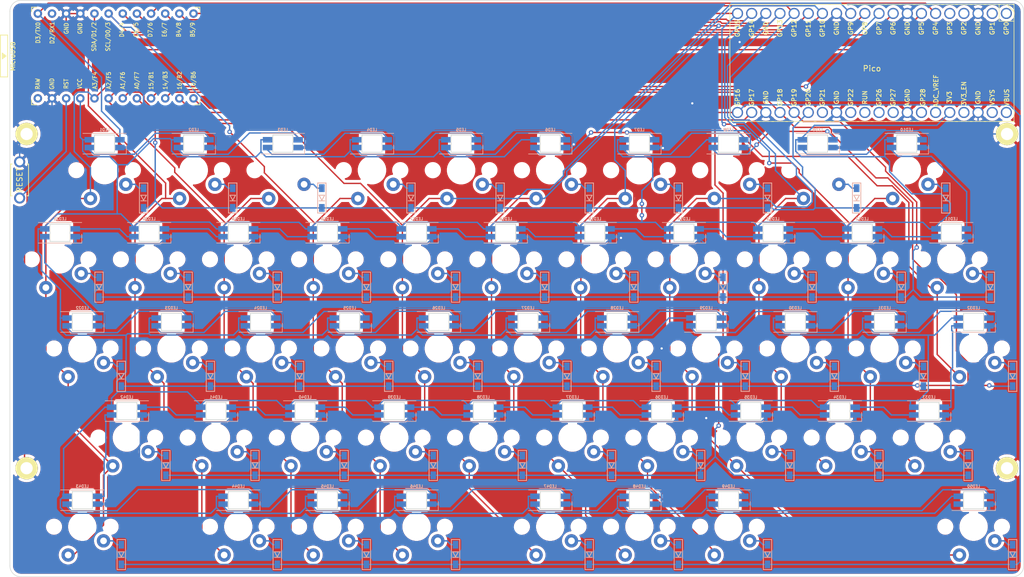
<source format=kicad_pcb>
(kicad_pcb (version 20171130) (host pcbnew "(5.1.9)-1")
  (layers (0 F.Cu signal) (31 B.Cu signal) (34 B.Paste user) (35 F.Paste user) (36 B.SilkS user) (37 F.SilkS user) (38 B.Mask user) (39 F.Mask user) (44 Edge.Cuts user))
  (net 0 "")
  (net 1 /ROW1)
  (net 2 "Net-(D1-Pad2)")
  (net 3 "Net-(D2-Pad2)")
  (net 4 "Net-(D3-Pad2)")
  (net 5 "Net-(D4-Pad2)")
  (net 6 "Net-(D5-Pad2)")
  (net 7 "Net-(D6-Pad2)")
  (net 8 "Net-(D7-Pad2)")
  (net 9 "Net-(D8-Pad2)")
  (net 10 "Net-(D9-Pad2)")
  (net 11 "Net-(D10-Pad2)")
  (net 12 "Net-(D11-Pad2)")
  (net 13 /ROW2)
  (net 14 "Net-(D12-Pad2)")
  (net 15 "Net-(D13-Pad2)")
  (net 16 "Net-(D14-Pad2)")
  (net 17 "Net-(D15-Pad2)")
  (net 18 "Net-(D16-Pad2)")
  (net 19 "Net-(D17-Pad2)")
  (net 20 "Net-(D18-Pad2)")
  (net 21 "Net-(D19-Pad2)")
  (net 22 "Net-(D20-Pad2)")
  (net 23 "Net-(D21-Pad2)")
  (net 24 /ROW3)
  (net 25 "Net-(D22-Pad2)")
  (net 26 "Net-(D23-Pad2)")
  (net 27 "Net-(D24-Pad2)")
  (net 28 "Net-(D25-Pad2)")
  (net 29 "Net-(D26-Pad2)")
  (net 30 "Net-(D27-Pad2)")
  (net 31 "Net-(D28-Pad2)")
  (net 32 "Net-(D29-Pad2)")
  (net 33 "Net-(D30-Pad2)")
  (net 34 "Net-(D31-Pad2)")
  (net 35 "Net-(D32-Pad2)")
  (net 36 "Net-(D33-Pad2)")
  (net 37 /ROW4)
  (net 38 "Net-(D34-Pad2)")
  (net 39 "Net-(D35-Pad2)")
  (net 40 "Net-(D36-Pad2)")
  (net 41 "Net-(D37-Pad2)")
  (net 42 "Net-(D38-Pad2)")
  (net 43 "Net-(D39-Pad2)")
  (net 44 "Net-(D40-Pad2)")
  (net 45 "Net-(D41-Pad2)")
  (net 46 "Net-(D42-Pad2)")
  (net 47 /ROW5)
  (net 48 "Net-(D43-Pad2)")
  (net 49 "Net-(D44-Pad2)")
  (net 50 "Net-(D45-Pad2)")
  (net 51 "Net-(D46-Pad2)")
  (net 52 "Net-(D47-Pad2)")
  (net 53 "Net-(D48-Pad2)")
  (net 54 "Net-(D49-Pad2)")
  (net 55 "Net-(D50-Pad2)")
  (net 56 GND)
  (net 57 /LED)
  (net 58 "Net-(LED1-Pad2)")
  (net 59 VCC)
  (net 60 "Net-(LED2-Pad2)")
  (net 61 "Net-(LED3-Pad2)")
  (net 62 "Net-(LED4-Pad2)")
  (net 63 "Net-(LED5-Pad2)")
  (net 64 "Net-(LED6-Pad2)")
  (net 65 "Net-(LED7-Pad2)")
  (net 66 "Net-(LED8-Pad2)")
  (net 67 "Net-(LED10-Pad4)")
  (net 68 "Net-(LED10-Pad2)")
  (net 69 "Net-(LED11-Pad2)")
  (net 70 "Net-(LED12-Pad2)")
  (net 71 "Net-(LED13-Pad2)")
  (net 72 "Net-(LED14-Pad2)")
  (net 73 "Net-(LED15-Pad2)")
  (net 74 "Net-(LED16-Pad2)")
  (net 75 "Net-(LED17-Pad2)")
  (net 76 "Net-(LED18-Pad2)")
  (net 77 "Net-(LED19-Pad2)")
  (net 78 "Net-(LED20-Pad2)")
  (net 79 "Net-(LED21-Pad2)")
  (net 80 "Net-(LED22-Pad2)")
  (net 81 "Net-(LED23-Pad2)")
  (net 82 "Net-(LED24-Pad2)")
  (net 83 "Net-(LED25-Pad2)")
  (net 84 "Net-(LED26-Pad2)")
  (net 85 "Net-(LED27-Pad2)")
  (net 86 "Net-(LED28-Pad2)")
  (net 87 "Net-(LED29-Pad2)")
  (net 88 "Net-(LED30-Pad2)")
  (net 89 "Net-(LED31-Pad2)")
  (net 90 "Net-(LED32-Pad2)")
  (net 91 "Net-(LED33-Pad2)")
  (net 92 "Net-(LED34-Pad2)")
  (net 93 "Net-(LED35-Pad2)")
  (net 94 "Net-(LED36-Pad2)")
  (net 95 "Net-(LED37-Pad2)")
  (net 96 "Net-(LED38-Pad2)")
  (net 97 "Net-(LED39-Pad2)")
  (net 98 "Net-(LED40-Pad2)")
  (net 99 "Net-(LED41-Pad2)")
  (net 100 "Net-(LED42-Pad2)")
  (net 101 "Net-(LED43-Pad2)")
  (net 102 "Net-(LED44-Pad2)")
  (net 103 "Net-(LED45-Pad2)")
  (net 104 "Net-(LED46-Pad2)")
  (net 105 "Net-(LED47-Pad2)")
  (net 106 "Net-(LED48-Pad2)")
  (net 107 "Net-(LED49-Pad2)")
  (net 108 "/LEDs 50/DOUT")
  (net 109 /COL1)
  (net 110 /COL2)
  (net 111 /COL3)
  (net 112 /COL4)
  (net 113 /COL5)
  (net 114 /COL6)
  (net 115 /COL7)
  (net 116 /COL8)
  (net 117 /COL9)
  (net 118 /COL10)
  (net 119 /COL11)
  (net 120 /RST)
  (net 121 "Net-(U1-Pad2)")
  (net 122 "Net-(U1-Pad24)")
  (net 123 "Net-(U2-Pad27)")
  (net 124 "Net-(U2-Pad29)")
  (net 125 "Net-(U2-Pad30)")
  (net 126 "Net-(U2-Pad31)")
  (net 127 "Net-(U2-Pad32)")
  (net 128 "Net-(U2-Pad34)")
  (net 129 "Net-(U2-Pad35)")
  (net 130 "Net-(U2-Pad37)")
  (net 131 "Net-(U2-Pad39)")
  (net 132 "Net-(U2-Pad40)")
  (net 133 "Net-(U2-Pad5)")
  (net 134 "Net-(U2-Pad4)")
  (net 135 "Net-(U2-Pad2)")
  (net 136 "Net-(U2-Pad1)")
  (module yuiop:RaspberryPi_Pico (layer F.Cu) (at 204.75 61.25 270)
    (fp_text reference U2 hide)
    (fp_text value Pico (at 1 0) (layer F.SilkS))
    (fp_text user GP1 (at -6.2 -21.6 90) (layer F.SilkS) (effects (font (size 0.8 0.8))))
    (fp_text user GP3 (at -6.2 -13.97 90) (layer F.SilkS) (effects (font (size 0.8 0.8))))
    (fp_text user GP2 (at -6.2 -16.51 90) (layer F.SilkS) (effects (font (size 0.8 0.8))))
    (fp_text user GP4 (at -6.2 -11.43 90) (layer F.SilkS) (effects (font (size 0.8 0.8))))
    (fp_text user GP5 (at -6.2 -8.89 90) (layer F.SilkS) (effects (font (size 0.8 0.8))))
    (fp_text user GP6 (at -6.2 -3.81 90) (layer F.SilkS) (effects (font (size 0.8 0.8))))
    (fp_text user GP8 (at -6.2 1.27 90) (layer F.SilkS) (effects (font (size 0.8 0.8))))
    (fp_text user GP9 (at -6.2 3.81 90) (layer F.SilkS) (effects (font (size 0.8 0.8))))
    (fp_text user GP10 (at -6.2 8.89 90) (layer F.SilkS) (effects (font (size 0.8 0.8))))
    (fp_text user GP11 (at -6.2 11.43 90) (layer F.SilkS) (effects (font (size 0.8 0.8))))
    (fp_text user GP12 (at -6.2 13.97 90) (layer F.SilkS) (effects (font (size 0.8 0.8))))
    (fp_text user GP13 (at -6.2 16.51 90) (layer F.SilkS) (effects (font (size 0.8 0.8))))
    (fp_text user GP14 (at -6.2 21.59 90) (layer F.SilkS) (effects (font (size 0.8 0.8))))
    (fp_text user GP15 (at -6.2 24.13 90) (layer F.SilkS) (effects (font (size 0.8 0.8))))
    (fp_text user GP7 (at -6.2 -1.3 90) (layer F.SilkS) (effects (font (size 0.8 0.8))))
    (fp_text user GP0 (at -6.2 -24.13 90) (layer F.SilkS) (effects (font (size 0.8 0.8))))
    (fp_text user GP17 (at 6.2 21.59 90) (layer F.SilkS) (effects (font (size 0.8 0.8))))
    (fp_text user 3V3_EN (at 5.5 -16.5 90) (layer F.SilkS) (effects (font (size 0.8 0.8))))
    (fp_text user GND (at 6.2 19.05 90) (layer F.SilkS) (effects (font (size 0.8 0.8))))
    (fp_text user GP21 (at 6.2 8.9 90) (layer F.SilkS) (effects (font (size 0.8 0.8))))
    (fp_text user GND (at 6.2 6.35 90) (layer F.SilkS) (effects (font (size 0.8 0.8))))
    (fp_text user GP18 (at 6.2 16.51 90) (layer F.SilkS) (effects (font (size 0.8 0.8))))
    (fp_text user RUN (at 6.2 1.27 90) (layer F.SilkS) (effects (font (size 0.8 0.8))))
    (fp_text user VBUS (at 6.2 -24.2 90) (layer F.SilkS) (effects (font (size 0.8 0.8))))
    (fp_text user GP20 (at 6.2 11.43 90) (layer F.SilkS) (effects (font (size 0.8 0.8))))
    (fp_text user AGND (at 6.2 -6.35 90) (layer F.SilkS) (effects (font (size 0.8 0.8))))
    (fp_text user GP26 (at 6.2 -1.27 90) (layer F.SilkS) (effects (font (size 0.8 0.8))))
    (fp_text user VSYS (at 6.2 -21.59 90) (layer F.SilkS) (effects (font (size 0.8 0.8))))
    (fp_text user GND (at -6.2 19.05 90) (layer F.SilkS) (effects (font (size 0.8 0.8))))
    (fp_text user GP22 (at 6.2 3.81 90) (layer F.SilkS) (effects (font (size 0.8 0.8))))
    (fp_text user GND (at -6.2 -6.35 90) (layer F.SilkS) (effects (font (size 0.8 0.8))))
    (fp_text user GND (at -6.2 6.35 90) (layer F.SilkS) (effects (font (size 0.8 0.8))))
    (fp_text user GND (at -6.2 -19.05 90) (layer F.SilkS) (effects (font (size 0.8 0.8))))
    (fp_text user 3V3 (at 6.2 -13.9 90) (layer F.SilkS) (effects (font (size 0.8 0.8))))
    (fp_text user GP16 (at 6.2 24.13 90) (layer F.SilkS) (effects (font (size 0.8 0.8))))
    (fp_text user GP19 (at 6.2 13.97 90) (layer F.SilkS) (effects (font (size 0.8 0.8))))
    (fp_text user GP28 (at 6.2 -9.144 90) (layer F.SilkS) (effects (font (size 0.8 0.8))))
    (fp_text user ADC_VREF (at 5 -11.5 90) (layer F.SilkS) (effects (font (size 0.8 0.8))))
    (fp_text user GND (at 6.2 -19.05 90) (layer F.SilkS) (effects (font (size 0.8 0.8))))
    (fp_text user GP27 (at 6.2 -3.8 90) (layer F.SilkS) (effects (font (size 0.8 0.8))))
    (pad 33 thru_hole circle (at 8.89 -6.35 270) (size 2 2) (drill 1.5) (layers *.Cu B.Mask) (net 56 GND))
    (pad 35 thru_hole circle (at 8.89 -11.43 270) (size 2 2) (drill 1.5) (layers *.Cu B.Mask) (net 129 "Net-(U2-Pad35)"))
    (pad 34 thru_hole circle (at 8.89 -8.89 270) (size 2 2) (drill 1.5) (layers *.Cu B.Mask) (net 128 "Net-(U2-Pad34)"))
    (pad 36 thru_hole circle (at 8.89 -13.97 270) (size 2 2) (drill 1.5) (layers *.Cu B.Mask) (net 59 VCC))
    (pad 39 thru_hole circle (at 8.89 -21.59 270) (size 2 2) (drill 1.5) (layers *.Cu B.Mask) (net 131 "Net-(U2-Pad39)"))
    (pad 40 thru_hole circle (at 8.89 -24.13 270) (size 2 2) (drill 1.5) (layers *.Cu B.Mask) (net 132 "Net-(U2-Pad40)"))
    (pad 38 thru_hole circle (at 8.89 -19.05 270) (size 2 2) (drill 1.5) (layers *.Cu B.Mask) (net 56 GND))
    (pad 37 thru_hole circle (at 8.89 -16.51 270) (size 2 2) (drill 1.5) (layers *.Cu B.Mask) (net 130 "Net-(U2-Pad37)"))
    (pad 11 thru_hole circle (at -8.89 1.27 270) (size 2 2) (drill 1.5) (layers *.Cu B.Mask) (net 112 /COL4))
    (pad 18 thru_hole circle (at -8.89 19.05 270) (size 2 2) (drill 1.5) (layers *.Cu B.Mask) (net 56 GND))
    (pad 2 thru_hole circle (at -8.89 -21.59 270) (size 2 2) (drill 1.5) (layers *.Cu B.Mask) (net 135 "Net-(U2-Pad2)"))
    (pad 20 thru_hole circle (at -8.89 24.13 270) (size 2 2) (drill 1.5) (layers *.Cu B.Mask) (net 119 /COL11))
    (pad 21 thru_hole circle (at 8.89 24.13 270) (size 2 2) (drill 1.5) (layers *.Cu B.Mask) (net 47 /ROW5))
    (pad 22 thru_hole circle (at 8.89 21.59 270) (size 2 2) (drill 1.5) (layers *.Cu B.Mask) (net 37 /ROW4))
    (pad 3 thru_hole circle (at -8.89 -19.05 270) (size 2 2) (drill 1.5) (layers *.Cu B.Mask) (net 56 GND))
    (pad 15 thru_hole circle (at -8.89 11.43 270) (size 2 2) (drill 1.5) (layers *.Cu B.Mask) (net 115 /COL7))
    (pad 23 thru_hole circle (at 8.89 19.05 270) (size 2 2) (drill 1.5) (layers *.Cu B.Mask) (net 56 GND))
    (pad 24 thru_hole circle (at 8.89 16.51 270) (size 2 2) (drill 1.5) (layers *.Cu B.Mask) (net 24 /ROW3))
    (pad 5 thru_hole circle (at -8.89 -13.97 270) (size 2 2) (drill 1.5) (layers *.Cu B.Mask) (net 133 "Net-(U2-Pad5)"))
    (pad 19 thru_hole circle (at -8.89 21.59 270) (size 2 2) (drill 1.5) (layers *.Cu B.Mask) (net 118 /COL10))
    (pad 4 thru_hole circle (at -8.89 -16.51 270) (size 2 2) (drill 1.5) (layers *.Cu B.Mask) (net 134 "Net-(U2-Pad4)"))
    (pad 7 thru_hole circle (at -8.89 -8.89 270) (size 2 2) (drill 1.5) (layers *.Cu B.Mask) (net 109 /COL1))
    (pad 1 thru_hole circle (at -8.89 -24.13 270) (size 2 2) (drill 1.5) (layers *.Cu B.Mask) (net 136 "Net-(U2-Pad1)"))
    (pad 10 thru_hole circle (at -8.89 -1.27 270) (size 2 2) (drill 1.5) (layers *.Cu B.Mask) (net 111 /COL3))
    (pad 12 thru_hole circle (at -8.89 3.81 270) (size 2 2) (drill 1.5) (layers *.Cu B.Mask) (net 113 /COL5))
    (pad 6 thru_hole circle (at -8.89 -11.43 270) (size 2 2) (drill 1.5) (layers *.Cu B.Mask) (net 57 /LED))
    (pad 13 thru_hole circle (at -8.89 6.35 270) (size 2 2) (drill 1.5) (layers *.Cu B.Mask) (net 56 GND))
    (pad 9 thru_hole circle (at -8.89 -3.81 270) (size 2 2) (drill 1.5) (layers *.Cu B.Mask) (net 110 /COL2))
    (pad 14 thru_hole circle (at -8.89 8.89 270) (size 2 2) (drill 1.5) (layers *.Cu B.Mask) (net 114 /COL6))
    (pad 8 thru_hole circle (at -8.89 -6.35 270) (size 2 2) (drill 1.5) (layers *.Cu B.Mask) (net 56 GND))
    (pad 17 thru_hole circle (at -8.89 16.51 270) (size 2 2) (drill 1.5) (layers *.Cu B.Mask) (net 117 /COL9))
    (pad 16 thru_hole circle (at -8.89 13.97 270) (size 2 2) (drill 1.5) (layers *.Cu B.Mask) (net 116 /COL8))
    (pad 32 thru_hole circle (at 8.89 -3.81 270) (size 2 2) (drill 1.5) (layers *.Cu B.Mask) (net 127 "Net-(U2-Pad32)"))
    (pad 26 thru_hole circle (at 8.89 11.43 270) (size 2 2) (drill 1.5) (layers *.Cu B.Mask) (net 1 /ROW1))
    (pad 30 thru_hole circle (at 8.89 1.27 270) (size 2 2) (drill 1.5) (layers *.Cu B.Mask) (net 125 "Net-(U2-Pad30)"))
    (pad 25 thru_hole circle (at 8.89 13.97 270) (size 2 2) (drill 1.5) (layers *.Cu B.Mask) (net 13 /ROW2))
    (pad 31 thru_hole circle (at 8.89 -1.27 270) (size 2 2) (drill 1.5) (layers *.Cu B.Mask) (net 126 "Net-(U2-Pad31)"))
    (pad 29 thru_hole circle (at 8.89 3.81 270) (size 2 2) (drill 1.5) (layers *.Cu B.Mask) (net 124 "Net-(U2-Pad29)"))
    (pad 27 thru_hole circle (at 8.89 8.89 270) (size 2 2) (drill 1.5) (layers *.Cu B.Mask) (net 123 "Net-(U2-Pad27)"))
    (pad 28 thru_hole circle (at 8.89 6.35 270) (size 2 2) (drill 1.5) (layers *.Cu B.Mask) (net 56 GND))
  )
  (module yuiop:ResetSW_2_1side (layer F.Cu) (at 51.75 82.25 270)
    (fp_text reference SW_RST1 hide)
    (fp_text value SW_PUSH)
    (fp_text user RESET (at 0 0 90) (layer F.SilkS))
    (pad 2 thru_hole circle (at -3.25 0 270) (size 2 2) (drill 1.3) (layers *.Cu B.Mask) (net 56 GND))
    (pad 1 thru_hole circle (at 3.25 0 270) (size 2 2) (drill 1.3) (layers *.Cu B.Mask) (net 120 /RST))
  )
  (module yuiop:Hole_2.2_4 (layer F.Cu) (at 229 134)
    (fp_text reference HOLE4 hide)
    (fp_text value Hole_2.2_4 hide)
    (pad "" thru_hole circle (at 0 0) (size 4 4) (drill 2.2) (layers *.Cu *.Mask F.SilkS) (net 56 GND))
  )
  (module yuiop:Hole_2.2_4 (layer F.Cu) (at 53 134)
    (fp_text reference HOLE3 hide)
    (fp_text value Hole_2.2_4 hide)
    (pad "" thru_hole circle (at 0 0) (size 4 4) (drill 2.2) (layers *.Cu *.Mask F.SilkS) (net 56 GND))
  )
  (module yuiop:Hole_2.2_4 (layer F.Cu) (at 229 74)
    (fp_text reference HOLE2 hide)
    (fp_text value Hole_2.2_4 hide)
    (pad "" thru_hole circle (at 0 0) (size 4 4) (drill 2.2) (layers *.Cu *.Mask F.SilkS) (net 56 GND))
  )
  (module yuiop:Hole_2.2_4 (layer F.Cu) (at 53 74)
    (fp_text reference HOLE1 hide)
    (fp_text value Hole_2.2_4 hide)
    (pad "" thru_hole circle (at 0 0) (size 4 4) (drill 2.2) (layers *.Cu *.Mask F.SilkS) (net 56 GND))
  )
  (module yuiop:D3_SMD_v2_B (layer F.Cu) (at 74 85.5 270)
    (fp_text reference D1 hide)
    (fp_text value D hide)
    (pad 1 smd rect (at 1.775 0 90) (size 1.4 1) (layers B.Cu B.Paste B.Mask) (net 1 /ROW1))
    (pad 2 smd rect (at -1.775 0 90) (size 1.4 1) (layers B.Cu B.Paste B.Mask) (net 2 "Net-(D1-Pad2)"))
  )
  (module yuiop:D3_SMD_v2_B (layer F.Cu) (at 90 85.5 270)
    (fp_text reference D2 hide)
    (fp_text value D hide)
    (pad 2 smd rect (at -1.775 0 90) (size 1.4 1) (layers B.Cu B.Paste B.Mask) (net 3 "Net-(D2-Pad2)"))
    (pad 1 smd rect (at 1.775 0 90) (size 1.4 1) (layers B.Cu B.Paste B.Mask) (net 1 /ROW1))
  )
  (module yuiop:D3_SMD_v2_B (layer F.Cu) (at 106 85.5 270)
    (fp_text reference D3 hide)
    (fp_text value D hide)
    (pad 1 smd rect (at 1.775 0 90) (size 1.4 1) (layers B.Cu B.Paste B.Mask) (net 1 /ROW1))
    (pad 2 smd rect (at -1.775 0 90) (size 1.4 1) (layers B.Cu B.Paste B.Mask) (net 4 "Net-(D3-Pad2)"))
  )
  (module yuiop:D3_SMD_v2_B (layer F.Cu) (at 122 85.5 270)
    (fp_text reference D4 hide)
    (fp_text value D hide)
    (pad 2 smd rect (at -1.775 0 90) (size 1.4 1) (layers B.Cu B.Paste B.Mask) (net 5 "Net-(D4-Pad2)"))
    (pad 1 smd rect (at 1.775 0 90) (size 1.4 1) (layers B.Cu B.Paste B.Mask) (net 1 /ROW1))
  )
  (module yuiop:D3_SMD_v2_B (layer F.Cu) (at 138 85.5 270)
    (fp_text reference D5 hide)
    (fp_text value D hide)
    (pad 1 smd rect (at 1.775 0 90) (size 1.4 1) (layers B.Cu B.Paste B.Mask) (net 1 /ROW1))
    (pad 2 smd rect (at -1.775 0 90) (size 1.4 1) (layers B.Cu B.Paste B.Mask) (net 6 "Net-(D5-Pad2)"))
  )
  (module yuiop:D3_SMD_v2_B (layer F.Cu) (at 154 85.5 270)
    (fp_text reference D6 hide)
    (fp_text value D hide)
    (pad 2 smd rect (at -1.775 0 90) (size 1.4 1) (layers B.Cu B.Paste B.Mask) (net 7 "Net-(D6-Pad2)"))
    (pad 1 smd rect (at 1.775 0 90) (size 1.4 1) (layers B.Cu B.Paste B.Mask) (net 1 /ROW1))
  )
  (module yuiop:D3_SMD_v2_B (layer F.Cu) (at 170 85.5 270)
    (fp_text reference D7 hide)
    (fp_text value D hide)
    (pad 1 smd rect (at 1.775 0 90) (size 1.4 1) (layers B.Cu B.Paste B.Mask) (net 1 /ROW1))
    (pad 2 smd rect (at -1.775 0 90) (size 1.4 1) (layers B.Cu B.Paste B.Mask) (net 8 "Net-(D7-Pad2)"))
  )
  (module yuiop:D3_SMD_v2_B (layer F.Cu) (at 186 85.5 270)
    (fp_text reference D8 hide)
    (fp_text value D hide)
    (pad 2 smd rect (at -1.775 0 90) (size 1.4 1) (layers B.Cu B.Paste B.Mask) (net 9 "Net-(D8-Pad2)"))
    (pad 1 smd rect (at 1.775 0 90) (size 1.4 1) (layers B.Cu B.Paste B.Mask) (net 1 /ROW1))
  )
  (module yuiop:D3_SMD_v2_B (layer F.Cu) (at 202 85.5 270)
    (fp_text reference D9 hide)
    (fp_text value D hide)
    (pad 1 smd rect (at 1.775 0 90) (size 1.4 1) (layers B.Cu B.Paste B.Mask) (net 1 /ROW1))
    (pad 2 smd rect (at -1.775 0 90) (size 1.4 1) (layers B.Cu B.Paste B.Mask) (net 10 "Net-(D9-Pad2)"))
  )
  (module yuiop:D3_SMD_v2_B (layer F.Cu) (at 218 85.5 270)
    (fp_text reference D10 hide)
    (fp_text value D hide)
    (pad 2 smd rect (at -1.775 0 90) (size 1.4 1) (layers B.Cu B.Paste B.Mask) (net 11 "Net-(D10-Pad2)"))
    (pad 1 smd rect (at 1.775 0 90) (size 1.4 1) (layers B.Cu B.Paste B.Mask) (net 1 /ROW1))
  )
  (module yuiop:D3_SMD_v2_B (layer F.Cu) (at 66 101.5 270)
    (fp_text reference D11 hide)
    (fp_text value D hide)
    (pad 2 smd rect (at -1.775 0 90) (size 1.4 1) (layers B.Cu B.Paste B.Mask) (net 12 "Net-(D11-Pad2)"))
    (pad 1 smd rect (at 1.775 0 90) (size 1.4 1) (layers B.Cu B.Paste B.Mask) (net 13 /ROW2))
  )
  (module yuiop:D3_SMD_v2_B (layer F.Cu) (at 82 101.5 270)
    (fp_text reference D12 hide)
    (fp_text value D hide)
    (pad 1 smd rect (at 1.775 0 90) (size 1.4 1) (layers B.Cu B.Paste B.Mask) (net 13 /ROW2))
    (pad 2 smd rect (at -1.775 0 90) (size 1.4 1) (layers B.Cu B.Paste B.Mask) (net 14 "Net-(D12-Pad2)"))
  )
  (module yuiop:D3_SMD_v2_B (layer F.Cu) (at 98 101.5 270)
    (fp_text reference D13 hide)
    (fp_text value D hide)
    (pad 2 smd rect (at -1.775 0 90) (size 1.4 1) (layers B.Cu B.Paste B.Mask) (net 15 "Net-(D13-Pad2)"))
    (pad 1 smd rect (at 1.775 0 90) (size 1.4 1) (layers B.Cu B.Paste B.Mask) (net 13 /ROW2))
  )
  (module yuiop:D3_SMD_v2_B (layer F.Cu) (at 114 101.5 270)
    (fp_text reference D14 hide)
    (fp_text value D hide)
    (pad 1 smd rect (at 1.775 0 90) (size 1.4 1) (layers B.Cu B.Paste B.Mask) (net 13 /ROW2))
    (pad 2 smd rect (at -1.775 0 90) (size 1.4 1) (layers B.Cu B.Paste B.Mask) (net 16 "Net-(D14-Pad2)"))
  )
  (module yuiop:D3_SMD_v2_B (layer F.Cu) (at 130 101.5 270)
    (fp_text reference D15 hide)
    (fp_text value D hide)
    (pad 1 smd rect (at 1.775 0 90) (size 1.4 1) (layers B.Cu B.Paste B.Mask) (net 13 /ROW2))
    (pad 2 smd rect (at -1.775 0 90) (size 1.4 1) (layers B.Cu B.Paste B.Mask) (net 17 "Net-(D15-Pad2)"))
  )
  (module yuiop:D3_SMD_v2_B (layer F.Cu) (at 146 101.5 270)
    (fp_text reference D16 hide)
    (fp_text value D hide)
    (pad 2 smd rect (at -1.775 0 90) (size 1.4 1) (layers B.Cu B.Paste B.Mask) (net 18 "Net-(D16-Pad2)"))
    (pad 1 smd rect (at 1.775 0 90) (size 1.4 1) (layers B.Cu B.Paste B.Mask) (net 13 /ROW2))
  )
  (module yuiop:D3_SMD_v2_B (layer F.Cu) (at 162 101.5 270)
    (fp_text reference D17 hide)
    (fp_text value D hide)
    (pad 1 smd rect (at 1.775 0 90) (size 1.4 1) (layers B.Cu B.Paste B.Mask) (net 13 /ROW2))
    (pad 2 smd rect (at -1.775 0 90) (size 1.4 1) (layers B.Cu B.Paste B.Mask) (net 19 "Net-(D17-Pad2)"))
  )
  (module yuiop:D3_SMD_v2_B (layer F.Cu) (at 178 101.5 270)
    (fp_text reference D18 hide)
    (fp_text value D hide)
    (pad 2 smd rect (at -1.775 0 90) (size 1.4 1) (layers B.Cu B.Paste B.Mask) (net 20 "Net-(D18-Pad2)"))
    (pad 1 smd rect (at 1.775 0 90) (size 1.4 1) (layers B.Cu B.Paste B.Mask) (net 13 /ROW2))
  )
  (module yuiop:D3_SMD_v2_B (layer F.Cu) (at 194 101.5 270)
    (fp_text reference D19 hide)
    (fp_text value D hide)
    (pad 1 smd rect (at 1.775 0 90) (size 1.4 1) (layers B.Cu B.Paste B.Mask) (net 13 /ROW2))
    (pad 2 smd rect (at -1.775 0 90) (size 1.4 1) (layers B.Cu B.Paste B.Mask) (net 21 "Net-(D19-Pad2)"))
  )
  (module yuiop:D3_SMD_v2_B (layer F.Cu) (at 210 101.5 270)
    (fp_text reference D20 hide)
    (fp_text value D hide)
    (pad 1 smd rect (at 1.775 0 90) (size 1.4 1) (layers B.Cu B.Paste B.Mask) (net 13 /ROW2))
    (pad 2 smd rect (at -1.775 0 90) (size 1.4 1) (layers B.Cu B.Paste B.Mask) (net 22 "Net-(D20-Pad2)"))
  )
  (module yuiop:D3_SMD_v2_B (layer F.Cu) (at 226 101.5 270)
    (fp_text reference D21 hide)
    (fp_text value D hide)
    (pad 2 smd rect (at -1.775 0 90) (size 1.4 1) (layers B.Cu B.Paste B.Mask) (net 23 "Net-(D21-Pad2)"))
    (pad 1 smd rect (at 1.775 0 90) (size 1.4 1) (layers B.Cu B.Paste B.Mask) (net 13 /ROW2))
  )
  (module yuiop:D3_SMD_v2_B (layer F.Cu) (at 70 117.5 270)
    (fp_text reference D22 hide)
    (fp_text value D hide)
    (pad 1 smd rect (at 1.775 0 90) (size 1.4 1) (layers B.Cu B.Paste B.Mask) (net 24 /ROW3))
    (pad 2 smd rect (at -1.775 0 90) (size 1.4 1) (layers B.Cu B.Paste B.Mask) (net 25 "Net-(D22-Pad2)"))
  )
  (module yuiop:D3_SMD_v2_B (layer F.Cu) (at 86 117.5 270)
    (fp_text reference D23 hide)
    (fp_text value D hide)
    (pad 2 smd rect (at -1.775 0 90) (size 1.4 1) (layers B.Cu B.Paste B.Mask) (net 26 "Net-(D23-Pad2)"))
    (pad 1 smd rect (at 1.775 0 90) (size 1.4 1) (layers B.Cu B.Paste B.Mask) (net 24 /ROW3))
  )
  (module yuiop:D3_SMD_v2_B (layer F.Cu) (at 102 117.5 270)
    (fp_text reference D24 hide)
    (fp_text value D hide)
    (pad 1 smd rect (at 1.775 0 90) (size 1.4 1) (layers B.Cu B.Paste B.Mask) (net 24 /ROW3))
    (pad 2 smd rect (at -1.775 0 90) (size 1.4 1) (layers B.Cu B.Paste B.Mask) (net 27 "Net-(D24-Pad2)"))
  )
  (module yuiop:D3_SMD_v2_B (layer F.Cu) (at 118 117.5 270)
    (fp_text reference D25 hide)
    (fp_text value D hide)
    (pad 2 smd rect (at -1.775 0 90) (size 1.4 1) (layers B.Cu B.Paste B.Mask) (net 28 "Net-(D25-Pad2)"))
    (pad 1 smd rect (at 1.775 0 90) (size 1.4 1) (layers B.Cu B.Paste B.Mask) (net 24 /ROW3))
  )
  (module yuiop:D3_SMD_v2_B (layer F.Cu) (at 134 117.5 270)
    (fp_text reference D26 hide)
    (fp_text value D hide)
    (pad 1 smd rect (at 1.775 0 90) (size 1.4 1) (layers B.Cu B.Paste B.Mask) (net 24 /ROW3))
    (pad 2 smd rect (at -1.775 0 90) (size 1.4 1) (layers B.Cu B.Paste B.Mask) (net 29 "Net-(D26-Pad2)"))
  )
  (module yuiop:D3_SMD_v2_B (layer F.Cu) (at 150 117.5 270)
    (fp_text reference D27 hide)
    (fp_text value D hide)
    (pad 2 smd rect (at -1.775 0 90) (size 1.4 1) (layers B.Cu B.Paste B.Mask) (net 30 "Net-(D27-Pad2)"))
    (pad 1 smd rect (at 1.775 0 90) (size 1.4 1) (layers B.Cu B.Paste B.Mask) (net 24 /ROW3))
  )
  (module yuiop:D3_SMD_v2_B (layer F.Cu) (at 166 117.5 270)
    (fp_text reference D28 hide)
    (fp_text value D hide)
    (pad 1 smd rect (at 1.775 0 90) (size 1.4 1) (layers B.Cu B.Paste B.Mask) (net 24 /ROW3))
    (pad 2 smd rect (at -1.775 0 90) (size 1.4 1) (layers B.Cu B.Paste B.Mask) (net 31 "Net-(D28-Pad2)"))
  )
  (module yuiop:D3_SMD_v2_B (layer F.Cu) (at 182 117.5 270)
    (fp_text reference D29 hide)
    (fp_text value D hide)
    (pad 1 smd rect (at 1.775 0 90) (size 1.4 1) (layers B.Cu B.Paste B.Mask) (net 24 /ROW3))
    (pad 2 smd rect (at -1.775 0 90) (size 1.4 1) (layers B.Cu B.Paste B.Mask) (net 32 "Net-(D29-Pad2)"))
  )
  (module yuiop:D3_SMD_v2_B (layer F.Cu) (at 198 117.5 270)
    (fp_text reference D30 hide)
    (fp_text value D hide)
    (pad 2 smd rect (at -1.775 0 90) (size 1.4 1) (layers B.Cu B.Paste B.Mask) (net 33 "Net-(D30-Pad2)"))
    (pad 1 smd rect (at 1.775 0 90) (size 1.4 1) (layers B.Cu B.Paste B.Mask) (net 24 /ROW3))
  )
  (module yuiop:D3_SMD_v2_B (layer F.Cu) (at 214 117.5 270)
    (fp_text reference D31 hide)
    (fp_text value D hide)
    (pad 1 smd rect (at 1.775 0 90) (size 1.4 1) (layers B.Cu B.Paste B.Mask) (net 24 /ROW3))
    (pad 2 smd rect (at -1.775 0 90) (size 1.4 1) (layers B.Cu B.Paste B.Mask) (net 34 "Net-(D31-Pad2)"))
  )
  (module yuiop:D3_SMD_v2_B (layer F.Cu) (at 230 117.5 270)
    (fp_text reference D32 hide)
    (fp_text value D hide)
    (pad 2 smd rect (at -1.775 0 90) (size 1.4 1) (layers B.Cu B.Paste B.Mask) (net 35 "Net-(D32-Pad2)"))
    (pad 1 smd rect (at 1.775 0 90) (size 1.4 1) (layers B.Cu B.Paste B.Mask) (net 24 /ROW3))
  )
  (module yuiop:D3_SMD_v2_B (layer F.Cu) (at 78 133.5 270)
    (fp_text reference D33 hide)
    (fp_text value D hide)
    (pad 2 smd rect (at -1.775 0 90) (size 1.4 1) (layers B.Cu B.Paste B.Mask) (net 36 "Net-(D33-Pad2)"))
    (pad 1 smd rect (at 1.775 0 90) (size 1.4 1) (layers B.Cu B.Paste B.Mask) (net 37 /ROW4))
  )
  (module yuiop:D3_SMD_v2_B (layer F.Cu) (at 94 133.5 270)
    (fp_text reference D34 hide)
    (fp_text value D hide)
    (pad 2 smd rect (at -1.775 0 90) (size 1.4 1) (layers B.Cu B.Paste B.Mask) (net 38 "Net-(D34-Pad2)"))
    (pad 1 smd rect (at 1.775 0 90) (size 1.4 1) (layers B.Cu B.Paste B.Mask) (net 37 /ROW4))
  )
  (module yuiop:D3_SMD_v2_B (layer F.Cu) (at 110 133.5 270)
    (fp_text reference D35 hide)
    (fp_text value D hide)
    (pad 1 smd rect (at 1.775 0 90) (size 1.4 1) (layers B.Cu B.Paste B.Mask) (net 37 /ROW4))
    (pad 2 smd rect (at -1.775 0 90) (size 1.4 1) (layers B.Cu B.Paste B.Mask) (net 39 "Net-(D35-Pad2)"))
  )
  (module yuiop:D3_SMD_v2_B (layer F.Cu) (at 126 133.5 270)
    (fp_text reference D36 hide)
    (fp_text value D hide)
    (pad 1 smd rect (at 1.775 0 90) (size 1.4 1) (layers B.Cu B.Paste B.Mask) (net 37 /ROW4))
    (pad 2 smd rect (at -1.775 0 90) (size 1.4 1) (layers B.Cu B.Paste B.Mask) (net 40 "Net-(D36-Pad2)"))
  )
  (module yuiop:D3_SMD_v2_B (layer F.Cu) (at 142 133.5 270)
    (fp_text reference D37 hide)
    (fp_text value D hide)
    (pad 2 smd rect (at -1.775 0 90) (size 1.4 1) (layers B.Cu B.Paste B.Mask) (net 41 "Net-(D37-Pad2)"))
    (pad 1 smd rect (at 1.775 0 90) (size 1.4 1) (layers B.Cu B.Paste B.Mask) (net 37 /ROW4))
  )
  (module yuiop:D3_SMD_v2_B (layer F.Cu) (at 158 133.5 270)
    (fp_text reference D38 hide)
    (fp_text value D hide)
    (pad 2 smd rect (at -1.775 0 90) (size 1.4 1) (layers B.Cu B.Paste B.Mask) (net 42 "Net-(D38-Pad2)"))
    (pad 1 smd rect (at 1.775 0 90) (size 1.4 1) (layers B.Cu B.Paste B.Mask) (net 37 /ROW4))
  )
  (module yuiop:D3_SMD_v2_B (layer F.Cu) (at 174 133.5 270)
    (fp_text reference D39 hide)
    (fp_text value D hide)
    (pad 2 smd rect (at -1.775 0 90) (size 1.4 1) (layers B.Cu B.Paste B.Mask) (net 43 "Net-(D39-Pad2)"))
    (pad 1 smd rect (at 1.775 0 90) (size 1.4 1) (layers B.Cu B.Paste B.Mask) (net 37 /ROW4))
  )
  (module yuiop:D3_SMD_v2_B (layer F.Cu) (at 190 133.5 270)
    (fp_text reference D40 hide)
    (fp_text value D hide)
    (pad 2 smd rect (at -1.775 0 90) (size 1.4 1) (layers B.Cu B.Paste B.Mask) (net 44 "Net-(D40-Pad2)"))
    (pad 1 smd rect (at 1.775 0 90) (size 1.4 1) (layers B.Cu B.Paste B.Mask) (net 37 /ROW4))
  )
  (module yuiop:D3_SMD_v2_B (layer F.Cu) (at 206 133.5 270)
    (fp_text reference D41 hide)
    (fp_text value D hide)
    (pad 1 smd rect (at 1.775 0 90) (size 1.4 1) (layers B.Cu B.Paste B.Mask) (net 37 /ROW4))
    (pad 2 smd rect (at -1.775 0 90) (size 1.4 1) (layers B.Cu B.Paste B.Mask) (net 45 "Net-(D41-Pad2)"))
  )
  (module yuiop:D3_SMD_v2_B (layer F.Cu) (at 222 133.5 270)
    (fp_text reference D42 hide)
    (fp_text value D hide)
    (pad 1 smd rect (at 1.775 0 90) (size 1.4 1) (layers B.Cu B.Paste B.Mask) (net 37 /ROW4))
    (pad 2 smd rect (at -1.775 0 90) (size 1.4 1) (layers B.Cu B.Paste B.Mask) (net 46 "Net-(D42-Pad2)"))
  )
  (module yuiop:D3_SMD_v2_B (layer F.Cu) (at 70 149.5 270)
    (fp_text reference D43 hide)
    (fp_text value D hide)
    (pad 1 smd rect (at 1.775 0 90) (size 1.4 1) (layers B.Cu B.Paste B.Mask) (net 47 /ROW5))
    (pad 2 smd rect (at -1.775 0 90) (size 1.4 1) (layers B.Cu B.Paste B.Mask) (net 48 "Net-(D43-Pad2)"))
  )
  (module yuiop:D3_SMD_v2_B (layer F.Cu) (at 98 149.5 270)
    (fp_text reference D44 hide)
    (fp_text value D hide)
    (pad 2 smd rect (at -1.775 0 90) (size 1.4 1) (layers B.Cu B.Paste B.Mask) (net 49 "Net-(D44-Pad2)"))
    (pad 1 smd rect (at 1.775 0 90) (size 1.4 1) (layers B.Cu B.Paste B.Mask) (net 47 /ROW5))
  )
  (module yuiop:D3_SMD_v2_B (layer F.Cu) (at 114 149.5 270)
    (fp_text reference D45 hide)
    (fp_text value D hide)
    (pad 2 smd rect (at -1.775 0 90) (size 1.4 1) (layers B.Cu B.Paste B.Mask) (net 50 "Net-(D45-Pad2)"))
    (pad 1 smd rect (at 1.775 0 90) (size 1.4 1) (layers B.Cu B.Paste B.Mask) (net 47 /ROW5))
  )
  (module yuiop:D3_SMD_v2_B (layer F.Cu) (at 130 149.5 270)
    (fp_text reference D46 hide)
    (fp_text value D hide)
    (pad 1 smd rect (at 1.775 0 90) (size 1.4 1) (layers B.Cu B.Paste B.Mask) (net 47 /ROW5))
    (pad 2 smd rect (at -1.775 0 90) (size 1.4 1) (layers B.Cu B.Paste B.Mask) (net 51 "Net-(D46-Pad2)"))
  )
  (module yuiop:D3_SMD_v2_B (layer F.Cu) (at 154 149.5 270)
    (fp_text reference D47 hide)
    (fp_text value D hide)
    (pad 1 smd rect (at 1.775 0 90) (size 1.4 1) (layers B.Cu B.Paste B.Mask) (net 47 /ROW5))
    (pad 2 smd rect (at -1.775 0 90) (size 1.4 1) (layers B.Cu B.Paste B.Mask) (net 52 "Net-(D47-Pad2)"))
  )
  (module yuiop:D3_SMD_v2_B (layer F.Cu) (at 170 149.5 270)
    (fp_text reference D48 hide)
    (fp_text value D hide)
    (pad 2 smd rect (at -1.775 0 90) (size 1.4 1) (layers B.Cu B.Paste B.Mask) (net 53 "Net-(D48-Pad2)"))
    (pad 1 smd rect (at 1.775 0 90) (size 1.4 1) (layers B.Cu B.Paste B.Mask) (net 47 /ROW5))
  )
  (module yuiop:D3_SMD_v2_B (layer F.Cu) (at 186 149.5 270)
    (fp_text reference D49 hide)
    (fp_text value D hide)
    (pad 2 smd rect (at -1.775 0 90) (size 1.4 1) (layers B.Cu B.Paste B.Mask) (net 54 "Net-(D49-Pad2)"))
    (pad 1 smd rect (at 1.775 0 90) (size 1.4 1) (layers B.Cu B.Paste B.Mask) (net 47 /ROW5))
  )
  (module yuiop:D3_SMD_v2_B (layer F.Cu) (at 230 149.5 270)
    (fp_text reference D50 hide)
    (fp_text value D hide)
    (pad 1 smd rect (at 1.775 0 90) (size 1.4 1) (layers B.Cu B.Paste B.Mask) (net 47 /ROW5))
    (pad 2 smd rect (at -1.775 0 90) (size 1.4 1) (layers B.Cu B.Paste B.Mask) (net 55 "Net-(D50-Pad2)"))
  )
  (module yuiop:SK6812MINI-E_B (layer F.Cu) (at 67 75.74)
    (fp_text reference LED1 (at 0 -2.5 180) (layer B.SilkS) (effects (font (size 0.5 0.5) (thickness 0.125)) (justify mirror)))
    (fp_text value YS-SK6812MINI-E hide)
    (fp_line (start 1.8 1.55) (end -1.8 1.55) (layer Edge.Cuts) (width 0.12))
    (fp_line (start -1.8 1.55) (end -1.8 -1.55) (layer Edge.Cuts) (width 0.12))
    (fp_line (start -1.8 -1.55) (end 1.8 -1.55) (layer Edge.Cuts) (width 0.12))
    (fp_line (start 1.8 -1.55) (end 1.8 1.55) (layer Edge.Cuts) (width 0.12))
    (pad 3 smd rect (at 2.75 0.7 180) (size 1.7 1) (layers B.Cu B.Paste B.Mask) (net 56 GND))
    (pad 4 smd rect (at 2.75 -0.7 180) (size 1.7 1) (layers B.Cu B.Paste B.Mask) (net 57 /LED))
    (pad 2 smd rect (at -2.75 0.7 180) (size 1.7 1) (layers B.Cu B.Paste B.Mask) (net 58 "Net-(LED1-Pad2)"))
    (pad 1 smd rect (at -2.75 -0.7 180) (size 1.7 1) (layers B.Cu B.Paste B.Mask) (net 59 VCC))
  )
  (module yuiop:SK6812MINI-E_B (layer F.Cu) (at 83 75.74)
    (fp_text reference LED2 (at 0 -2.5 180) (layer B.SilkS) (effects (font (size 0.5 0.5) (thickness 0.125)) (justify mirror)))
    (fp_text value YS-SK6812MINI-E hide)
    (fp_line (start 1.8 -1.55) (end 1.8 1.55) (layer Edge.Cuts) (width 0.12))
    (fp_line (start -1.8 -1.55) (end 1.8 -1.55) (layer Edge.Cuts) (width 0.12))
    (fp_line (start -1.8 1.55) (end -1.8 -1.55) (layer Edge.Cuts) (width 0.12))
    (fp_line (start 1.8 1.55) (end -1.8 1.55) (layer Edge.Cuts) (width 0.12))
    (pad 1 smd rect (at -2.75 -0.7 180) (size 1.7 1) (layers B.Cu B.Paste B.Mask) (net 59 VCC))
    (pad 2 smd rect (at -2.75 0.7 180) (size 1.7 1) (layers B.Cu B.Paste B.Mask) (net 60 "Net-(LED2-Pad2)"))
    (pad 4 smd rect (at 2.75 -0.7 180) (size 1.7 1) (layers B.Cu B.Paste B.Mask) (net 58 "Net-(LED1-Pad2)"))
    (pad 3 smd rect (at 2.75 0.7 180) (size 1.7 1) (layers B.Cu B.Paste B.Mask) (net 56 GND))
  )
  (module yuiop:SK6812MINI-E_B (layer F.Cu) (at 99 75.74)
    (fp_text reference LED3 (at 0 -2.5 180) (layer B.SilkS) (effects (font (size 0.5 0.5) (thickness 0.125)) (justify mirror)))
    (fp_text value YS-SK6812MINI-E hide)
    (fp_line (start 1.8 1.55) (end -1.8 1.55) (layer Edge.Cuts) (width 0.12))
    (fp_line (start -1.8 1.55) (end -1.8 -1.55) (layer Edge.Cuts) (width 0.12))
    (fp_line (start -1.8 -1.55) (end 1.8 -1.55) (layer Edge.Cuts) (width 0.12))
    (fp_line (start 1.8 -1.55) (end 1.8 1.55) (layer Edge.Cuts) (width 0.12))
    (pad 3 smd rect (at 2.75 0.7 180) (size 1.7 1) (layers B.Cu B.Paste B.Mask) (net 56 GND))
    (pad 4 smd rect (at 2.75 -0.7 180) (size 1.7 1) (layers B.Cu B.Paste B.Mask) (net 60 "Net-(LED2-Pad2)"))
    (pad 2 smd rect (at -2.75 0.7 180) (size 1.7 1) (layers B.Cu B.Paste B.Mask) (net 61 "Net-(LED3-Pad2)"))
    (pad 1 smd rect (at -2.75 -0.7 180) (size 1.7 1) (layers B.Cu B.Paste B.Mask) (net 59 VCC))
  )
  (module yuiop:SK6812MINI-E_B (layer F.Cu) (at 115 75.74)
    (fp_text reference LED4 (at 0 -2.5 180) (layer B.SilkS) (effects (font (size 0.5 0.5) (thickness 0.125)) (justify mirror)))
    (fp_text value YS-SK6812MINI-E hide)
    (fp_line (start 1.8 -1.55) (end 1.8 1.55) (layer Edge.Cuts) (width 0.12))
    (fp_line (start -1.8 -1.55) (end 1.8 -1.55) (layer Edge.Cuts) (width 0.12))
    (fp_line (start -1.8 1.55) (end -1.8 -1.55) (layer Edge.Cuts) (width 0.12))
    (fp_line (start 1.8 1.55) (end -1.8 1.55) (layer Edge.Cuts) (width 0.12))
    (pad 1 smd rect (at -2.75 -0.7 180) (size 1.7 1) (layers B.Cu B.Paste B.Mask) (net 59 VCC))
    (pad 2 smd rect (at -2.75 0.7 180) (size 1.7 1) (layers B.Cu B.Paste B.Mask) (net 62 "Net-(LED4-Pad2)"))
    (pad 4 smd rect (at 2.75 -0.7 180) (size 1.7 1) (layers B.Cu B.Paste B.Mask) (net 61 "Net-(LED3-Pad2)"))
    (pad 3 smd rect (at 2.75 0.7 180) (size 1.7 1) (layers B.Cu B.Paste B.Mask) (net 56 GND))
  )
  (module yuiop:SK6812MINI-E_B (layer F.Cu) (at 131 75.74)
    (fp_text reference LED5 (at 0 -2.5 180) (layer B.SilkS) (effects (font (size 0.5 0.5) (thickness 0.125)) (justify mirror)))
    (fp_text value YS-SK6812MINI-E hide)
    (fp_line (start 1.8 1.55) (end -1.8 1.55) (layer Edge.Cuts) (width 0.12))
    (fp_line (start -1.8 1.55) (end -1.8 -1.55) (layer Edge.Cuts) (width 0.12))
    (fp_line (start -1.8 -1.55) (end 1.8 -1.55) (layer Edge.Cuts) (width 0.12))
    (fp_line (start 1.8 -1.55) (end 1.8 1.55) (layer Edge.Cuts) (width 0.12))
    (pad 3 smd rect (at 2.75 0.7 180) (size 1.7 1) (layers B.Cu B.Paste B.Mask) (net 56 GND))
    (pad 4 smd rect (at 2.75 -0.7 180) (size 1.7 1) (layers B.Cu B.Paste B.Mask) (net 62 "Net-(LED4-Pad2)"))
    (pad 2 smd rect (at -2.75 0.7 180) (size 1.7 1) (layers B.Cu B.Paste B.Mask) (net 63 "Net-(LED5-Pad2)"))
    (pad 1 smd rect (at -2.75 -0.7 180) (size 1.7 1) (layers B.Cu B.Paste B.Mask) (net 59 VCC))
  )
  (module yuiop:SK6812MINI-E_B (layer F.Cu) (at 147 75.74)
    (fp_text reference LED6 (at 0 -2.5 180) (layer B.SilkS) (effects (font (size 0.5 0.5) (thickness 0.125)) (justify mirror)))
    (fp_text value YS-SK6812MINI-E hide)
    (fp_line (start 1.8 -1.55) (end 1.8 1.55) (layer Edge.Cuts) (width 0.12))
    (fp_line (start -1.8 -1.55) (end 1.8 -1.55) (layer Edge.Cuts) (width 0.12))
    (fp_line (start -1.8 1.55) (end -1.8 -1.55) (layer Edge.Cuts) (width 0.12))
    (fp_line (start 1.8 1.55) (end -1.8 1.55) (layer Edge.Cuts) (width 0.12))
    (pad 1 smd rect (at -2.75 -0.7 180) (size 1.7 1) (layers B.Cu B.Paste B.Mask) (net 59 VCC))
    (pad 2 smd rect (at -2.75 0.7 180) (size 1.7 1) (layers B.Cu B.Paste B.Mask) (net 64 "Net-(LED6-Pad2)"))
    (pad 4 smd rect (at 2.75 -0.7 180) (size 1.7 1) (layers B.Cu B.Paste B.Mask) (net 63 "Net-(LED5-Pad2)"))
    (pad 3 smd rect (at 2.75 0.7 180) (size 1.7 1) (layers B.Cu B.Paste B.Mask) (net 56 GND))
  )
  (module yuiop:SK6812MINI-E_B (layer F.Cu) (at 163 75.74)
    (fp_text reference LED7 (at 0 -2.5 180) (layer B.SilkS) (effects (font (size 0.5 0.5) (thickness 0.125)) (justify mirror)))
    (fp_text value YS-SK6812MINI-E hide)
    (fp_line (start 1.8 1.55) (end -1.8 1.55) (layer Edge.Cuts) (width 0.12))
    (fp_line (start -1.8 1.55) (end -1.8 -1.55) (layer Edge.Cuts) (width 0.12))
    (fp_line (start -1.8 -1.55) (end 1.8 -1.55) (layer Edge.Cuts) (width 0.12))
    (fp_line (start 1.8 -1.55) (end 1.8 1.55) (layer Edge.Cuts) (width 0.12))
    (pad 3 smd rect (at 2.75 0.7 180) (size 1.7 1) (layers B.Cu B.Paste B.Mask) (net 56 GND))
    (pad 4 smd rect (at 2.75 -0.7 180) (size 1.7 1) (layers B.Cu B.Paste B.Mask) (net 64 "Net-(LED6-Pad2)"))
    (pad 2 smd rect (at -2.75 0.7 180) (size 1.7 1) (layers B.Cu B.Paste B.Mask) (net 65 "Net-(LED7-Pad2)"))
    (pad 1 smd rect (at -2.75 -0.7 180) (size 1.7 1) (layers B.Cu B.Paste B.Mask) (net 59 VCC))
  )
  (module yuiop:SK6812MINI-E_B (layer F.Cu) (at 179 75.74)
    (fp_text reference LED8 (at 0 -2.5 180) (layer B.SilkS) (effects (font (size 0.5 0.5) (thickness 0.125)) (justify mirror)))
    (fp_text value YS-SK6812MINI-E hide)
    (fp_line (start 1.8 -1.55) (end 1.8 1.55) (layer Edge.Cuts) (width 0.12))
    (fp_line (start -1.8 -1.55) (end 1.8 -1.55) (layer Edge.Cuts) (width 0.12))
    (fp_line (start -1.8 1.55) (end -1.8 -1.55) (layer Edge.Cuts) (width 0.12))
    (fp_line (start 1.8 1.55) (end -1.8 1.55) (layer Edge.Cuts) (width 0.12))
    (pad 1 smd rect (at -2.75 -0.7 180) (size 1.7 1) (layers B.Cu B.Paste B.Mask) (net 59 VCC))
    (pad 2 smd rect (at -2.75 0.7 180) (size 1.7 1) (layers B.Cu B.Paste B.Mask) (net 66 "Net-(LED8-Pad2)"))
    (pad 4 smd rect (at 2.75 -0.7 180) (size 1.7 1) (layers B.Cu B.Paste B.Mask) (net 65 "Net-(LED7-Pad2)"))
    (pad 3 smd rect (at 2.75 0.7 180) (size 1.7 1) (layers B.Cu B.Paste B.Mask) (net 56 GND))
  )
  (module yuiop:SK6812MINI-E_B (layer F.Cu) (at 195 75.74)
    (fp_text reference LED9 (at 0 -2.5 180) (layer B.SilkS) (effects (font (size 0.5 0.5) (thickness 0.125)) (justify mirror)))
    (fp_text value YS-SK6812MINI-E hide)
    (fp_line (start 1.8 1.55) (end -1.8 1.55) (layer Edge.Cuts) (width 0.12))
    (fp_line (start -1.8 1.55) (end -1.8 -1.55) (layer Edge.Cuts) (width 0.12))
    (fp_line (start -1.8 -1.55) (end 1.8 -1.55) (layer Edge.Cuts) (width 0.12))
    (fp_line (start 1.8 -1.55) (end 1.8 1.55) (layer Edge.Cuts) (width 0.12))
    (pad 3 smd rect (at 2.75 0.7 180) (size 1.7 1) (layers B.Cu B.Paste B.Mask) (net 56 GND))
    (pad 4 smd rect (at 2.75 -0.7 180) (size 1.7 1) (layers B.Cu B.Paste B.Mask) (net 66 "Net-(LED8-Pad2)"))
    (pad 2 smd rect (at -2.75 0.7 180) (size 1.7 1) (layers B.Cu B.Paste B.Mask) (net 67 "Net-(LED10-Pad4)"))
    (pad 1 smd rect (at -2.75 -0.7 180) (size 1.7 1) (layers B.Cu B.Paste B.Mask) (net 59 VCC))
  )
  (module yuiop:SK6812MINI-E_B (layer F.Cu) (at 211 75.74)
    (fp_text reference LED10 (at 0 -2.5 180) (layer B.SilkS) (effects (font (size 0.5 0.5) (thickness 0.125)) (justify mirror)))
    (fp_text value YS-SK6812MINI-E hide)
    (fp_line (start 1.8 -1.55) (end 1.8 1.55) (layer Edge.Cuts) (width 0.12))
    (fp_line (start -1.8 -1.55) (end 1.8 -1.55) (layer Edge.Cuts) (width 0.12))
    (fp_line (start -1.8 1.55) (end -1.8 -1.55) (layer Edge.Cuts) (width 0.12))
    (fp_line (start 1.8 1.55) (end -1.8 1.55) (layer Edge.Cuts) (width 0.12))
    (pad 1 smd rect (at -2.75 -0.7 180) (size 1.7 1) (layers B.Cu B.Paste B.Mask) (net 59 VCC))
    (pad 2 smd rect (at -2.75 0.7 180) (size 1.7 1) (layers B.Cu B.Paste B.Mask) (net 68 "Net-(LED10-Pad2)"))
    (pad 4 smd rect (at 2.75 -0.7 180) (size 1.7 1) (layers B.Cu B.Paste B.Mask) (net 67 "Net-(LED10-Pad4)"))
    (pad 3 smd rect (at 2.75 0.7 180) (size 1.7 1) (layers B.Cu B.Paste B.Mask) (net 56 GND))
  )
  (module yuiop:SK6812MINI-E_B (layer F.Cu) (at 219 91.74)
    (fp_text reference LED11 (at 0 -2.5 180) (layer B.SilkS) (effects (font (size 0.5 0.5) (thickness 0.125)) (justify mirror)))
    (fp_text value YS-SK6812MINI-E hide)
    (fp_line (start 1.8 1.55) (end -1.8 1.55) (layer Edge.Cuts) (width 0.12))
    (fp_line (start -1.8 1.55) (end -1.8 -1.55) (layer Edge.Cuts) (width 0.12))
    (fp_line (start -1.8 -1.55) (end 1.8 -1.55) (layer Edge.Cuts) (width 0.12))
    (fp_line (start 1.8 -1.55) (end 1.8 1.55) (layer Edge.Cuts) (width 0.12))
    (pad 3 smd rect (at 2.75 0.7 180) (size 1.7 1) (layers B.Cu B.Paste B.Mask) (net 56 GND))
    (pad 4 smd rect (at 2.75 -0.7 180) (size 1.7 1) (layers B.Cu B.Paste B.Mask) (net 68 "Net-(LED10-Pad2)"))
    (pad 2 smd rect (at -2.75 0.7 180) (size 1.7 1) (layers B.Cu B.Paste B.Mask) (net 69 "Net-(LED11-Pad2)"))
    (pad 1 smd rect (at -2.75 -0.7 180) (size 1.7 1) (layers B.Cu B.Paste B.Mask) (net 59 VCC))
  )
  (module yuiop:SK6812MINI-E_B (layer F.Cu) (at 203 91.74)
    (fp_text reference LED12 (at 0 -2.5 180) (layer B.SilkS) (effects (font (size 0.5 0.5) (thickness 0.125)) (justify mirror)))
    (fp_text value YS-SK6812MINI-E hide)
    (fp_line (start 1.8 -1.55) (end 1.8 1.55) (layer Edge.Cuts) (width 0.12))
    (fp_line (start -1.8 -1.55) (end 1.8 -1.55) (layer Edge.Cuts) (width 0.12))
    (fp_line (start -1.8 1.55) (end -1.8 -1.55) (layer Edge.Cuts) (width 0.12))
    (fp_line (start 1.8 1.55) (end -1.8 1.55) (layer Edge.Cuts) (width 0.12))
    (pad 1 smd rect (at -2.75 -0.7 180) (size 1.7 1) (layers B.Cu B.Paste B.Mask) (net 59 VCC))
    (pad 2 smd rect (at -2.75 0.7 180) (size 1.7 1) (layers B.Cu B.Paste B.Mask) (net 70 "Net-(LED12-Pad2)"))
    (pad 4 smd rect (at 2.75 -0.7 180) (size 1.7 1) (layers B.Cu B.Paste B.Mask) (net 69 "Net-(LED11-Pad2)"))
    (pad 3 smd rect (at 2.75 0.7 180) (size 1.7 1) (layers B.Cu B.Paste B.Mask) (net 56 GND))
  )
  (module yuiop:SK6812MINI-E_B (layer F.Cu) (at 187 91.74)
    (fp_text reference LED13 (at 0 -2.5 180) (layer B.SilkS) (effects (font (size 0.5 0.5) (thickness 0.125)) (justify mirror)))
    (fp_text value YS-SK6812MINI-E hide)
    (fp_line (start 1.8 1.55) (end -1.8 1.55) (layer Edge.Cuts) (width 0.12))
    (fp_line (start -1.8 1.55) (end -1.8 -1.55) (layer Edge.Cuts) (width 0.12))
    (fp_line (start -1.8 -1.55) (end 1.8 -1.55) (layer Edge.Cuts) (width 0.12))
    (fp_line (start 1.8 -1.55) (end 1.8 1.55) (layer Edge.Cuts) (width 0.12))
    (pad 3 smd rect (at 2.75 0.7 180) (size 1.7 1) (layers B.Cu B.Paste B.Mask) (net 56 GND))
    (pad 4 smd rect (at 2.75 -0.7 180) (size 1.7 1) (layers B.Cu B.Paste B.Mask) (net 70 "Net-(LED12-Pad2)"))
    (pad 2 smd rect (at -2.75 0.7 180) (size 1.7 1) (layers B.Cu B.Paste B.Mask) (net 71 "Net-(LED13-Pad2)"))
    (pad 1 smd rect (at -2.75 -0.7 180) (size 1.7 1) (layers B.Cu B.Paste B.Mask) (net 59 VCC))
  )
  (module yuiop:SK6812MINI-E_B (layer F.Cu) (at 171 91.74)
    (fp_text reference LED14 (at 0 -2.5 180) (layer B.SilkS) (effects (font (size 0.5 0.5) (thickness 0.125)) (justify mirror)))
    (fp_text value YS-SK6812MINI-E hide)
    (fp_line (start 1.8 -1.55) (end 1.8 1.55) (layer Edge.Cuts) (width 0.12))
    (fp_line (start -1.8 -1.55) (end 1.8 -1.55) (layer Edge.Cuts) (width 0.12))
    (fp_line (start -1.8 1.55) (end -1.8 -1.55) (layer Edge.Cuts) (width 0.12))
    (fp_line (start 1.8 1.55) (end -1.8 1.55) (layer Edge.Cuts) (width 0.12))
    (pad 1 smd rect (at -2.75 -0.7 180) (size 1.7 1) (layers B.Cu B.Paste B.Mask) (net 59 VCC))
    (pad 2 smd rect (at -2.75 0.7 180) (size 1.7 1) (layers B.Cu B.Paste B.Mask) (net 72 "Net-(LED14-Pad2)"))
    (pad 4 smd rect (at 2.75 -0.7 180) (size 1.7 1) (layers B.Cu B.Paste B.Mask) (net 71 "Net-(LED13-Pad2)"))
    (pad 3 smd rect (at 2.75 0.7 180) (size 1.7 1) (layers B.Cu B.Paste B.Mask) (net 56 GND))
  )
  (module yuiop:SK6812MINI-E_B (layer F.Cu) (at 155 91.74)
    (fp_text reference LED15 (at 0 -2.5 180) (layer B.SilkS) (effects (font (size 0.5 0.5) (thickness 0.125)) (justify mirror)))
    (fp_text value YS-SK6812MINI-E hide)
    (fp_line (start 1.8 1.55) (end -1.8 1.55) (layer Edge.Cuts) (width 0.12))
    (fp_line (start -1.8 1.55) (end -1.8 -1.55) (layer Edge.Cuts) (width 0.12))
    (fp_line (start -1.8 -1.55) (end 1.8 -1.55) (layer Edge.Cuts) (width 0.12))
    (fp_line (start 1.8 -1.55) (end 1.8 1.55) (layer Edge.Cuts) (width 0.12))
    (pad 3 smd rect (at 2.75 0.7 180) (size 1.7 1) (layers B.Cu B.Paste B.Mask) (net 56 GND))
    (pad 4 smd rect (at 2.75 -0.7 180) (size 1.7 1) (layers B.Cu B.Paste B.Mask) (net 72 "Net-(LED14-Pad2)"))
    (pad 2 smd rect (at -2.75 0.7 180) (size 1.7 1) (layers B.Cu B.Paste B.Mask) (net 73 "Net-(LED15-Pad2)"))
    (pad 1 smd rect (at -2.75 -0.7 180) (size 1.7 1) (layers B.Cu B.Paste B.Mask) (net 59 VCC))
  )
  (module yuiop:SK6812MINI-E_B (layer F.Cu) (at 139 91.74)
    (fp_text reference LED16 (at 0 -2.5 180) (layer B.SilkS) (effects (font (size 0.5 0.5) (thickness 0.125)) (justify mirror)))
    (fp_text value YS-SK6812MINI-E hide)
    (fp_line (start 1.8 -1.55) (end 1.8 1.55) (layer Edge.Cuts) (width 0.12))
    (fp_line (start -1.8 -1.55) (end 1.8 -1.55) (layer Edge.Cuts) (width 0.12))
    (fp_line (start -1.8 1.55) (end -1.8 -1.55) (layer Edge.Cuts) (width 0.12))
    (fp_line (start 1.8 1.55) (end -1.8 1.55) (layer Edge.Cuts) (width 0.12))
    (pad 1 smd rect (at -2.75 -0.7 180) (size 1.7 1) (layers B.Cu B.Paste B.Mask) (net 59 VCC))
    (pad 2 smd rect (at -2.75 0.7 180) (size 1.7 1) (layers B.Cu B.Paste B.Mask) (net 74 "Net-(LED16-Pad2)"))
    (pad 4 smd rect (at 2.75 -0.7 180) (size 1.7 1) (layers B.Cu B.Paste B.Mask) (net 73 "Net-(LED15-Pad2)"))
    (pad 3 smd rect (at 2.75 0.7 180) (size 1.7 1) (layers B.Cu B.Paste B.Mask) (net 56 GND))
  )
  (module yuiop:SK6812MINI-E_B (layer F.Cu) (at 123 91.74)
    (fp_text reference LED17 (at 0 -2.5 180) (layer B.SilkS) (effects (font (size 0.5 0.5) (thickness 0.125)) (justify mirror)))
    (fp_text value YS-SK6812MINI-E hide)
    (fp_line (start 1.8 1.55) (end -1.8 1.55) (layer Edge.Cuts) (width 0.12))
    (fp_line (start -1.8 1.55) (end -1.8 -1.55) (layer Edge.Cuts) (width 0.12))
    (fp_line (start -1.8 -1.55) (end 1.8 -1.55) (layer Edge.Cuts) (width 0.12))
    (fp_line (start 1.8 -1.55) (end 1.8 1.55) (layer Edge.Cuts) (width 0.12))
    (pad 3 smd rect (at 2.75 0.7 180) (size 1.7 1) (layers B.Cu B.Paste B.Mask) (net 56 GND))
    (pad 4 smd rect (at 2.75 -0.7 180) (size 1.7 1) (layers B.Cu B.Paste B.Mask) (net 74 "Net-(LED16-Pad2)"))
    (pad 2 smd rect (at -2.75 0.7 180) (size 1.7 1) (layers B.Cu B.Paste B.Mask) (net 75 "Net-(LED17-Pad2)"))
    (pad 1 smd rect (at -2.75 -0.7 180) (size 1.7 1) (layers B.Cu B.Paste B.Mask) (net 59 VCC))
  )
  (module yuiop:SK6812MINI-E_B (layer F.Cu) (at 107 91.74)
    (fp_text reference LED18 (at 0 -2.5 180) (layer B.SilkS) (effects (font (size 0.5 0.5) (thickness 0.125)) (justify mirror)))
    (fp_text value YS-SK6812MINI-E hide)
    (fp_line (start 1.8 -1.55) (end 1.8 1.55) (layer Edge.Cuts) (width 0.12))
    (fp_line (start -1.8 -1.55) (end 1.8 -1.55) (layer Edge.Cuts) (width 0.12))
    (fp_line (start -1.8 1.55) (end -1.8 -1.55) (layer Edge.Cuts) (width 0.12))
    (fp_line (start 1.8 1.55) (end -1.8 1.55) (layer Edge.Cuts) (width 0.12))
    (pad 1 smd rect (at -2.75 -0.7 180) (size 1.7 1) (layers B.Cu B.Paste B.Mask) (net 59 VCC))
    (pad 2 smd rect (at -2.75 0.7 180) (size 1.7 1) (layers B.Cu B.Paste B.Mask) (net 76 "Net-(LED18-Pad2)"))
    (pad 4 smd rect (at 2.75 -0.7 180) (size 1.7 1) (layers B.Cu B.Paste B.Mask) (net 75 "Net-(LED17-Pad2)"))
    (pad 3 smd rect (at 2.75 0.7 180) (size 1.7 1) (layers B.Cu B.Paste B.Mask) (net 56 GND))
  )
  (module yuiop:SK6812MINI-E_B (layer F.Cu) (at 91 91.74)
    (fp_text reference LED19 (at 0 -2.5 180) (layer B.SilkS) (effects (font (size 0.5 0.5) (thickness 0.125)) (justify mirror)))
    (fp_text value YS-SK6812MINI-E hide)
    (fp_line (start 1.8 1.55) (end -1.8 1.55) (layer Edge.Cuts) (width 0.12))
    (fp_line (start -1.8 1.55) (end -1.8 -1.55) (layer Edge.Cuts) (width 0.12))
    (fp_line (start -1.8 -1.55) (end 1.8 -1.55) (layer Edge.Cuts) (width 0.12))
    (fp_line (start 1.8 -1.55) (end 1.8 1.55) (layer Edge.Cuts) (width 0.12))
    (pad 3 smd rect (at 2.75 0.7 180) (size 1.7 1) (layers B.Cu B.Paste B.Mask) (net 56 GND))
    (pad 4 smd rect (at 2.75 -0.7 180) (size 1.7 1) (layers B.Cu B.Paste B.Mask) (net 76 "Net-(LED18-Pad2)"))
    (pad 2 smd rect (at -2.75 0.7 180) (size 1.7 1) (layers B.Cu B.Paste B.Mask) (net 77 "Net-(LED19-Pad2)"))
    (pad 1 smd rect (at -2.75 -0.7 180) (size 1.7 1) (layers B.Cu B.Paste B.Mask) (net 59 VCC))
  )
  (module yuiop:SK6812MINI-E_B (layer F.Cu) (at 75 91.74)
    (fp_text reference LED20 (at 0 -2.5 180) (layer B.SilkS) (effects (font (size 0.5 0.5) (thickness 0.125)) (justify mirror)))
    (fp_text value YS-SK6812MINI-E hide)
    (fp_line (start 1.8 -1.55) (end 1.8 1.55) (layer Edge.Cuts) (width 0.12))
    (fp_line (start -1.8 -1.55) (end 1.8 -1.55) (layer Edge.Cuts) (width 0.12))
    (fp_line (start -1.8 1.55) (end -1.8 -1.55) (layer Edge.Cuts) (width 0.12))
    (fp_line (start 1.8 1.55) (end -1.8 1.55) (layer Edge.Cuts) (width 0.12))
    (pad 1 smd rect (at -2.75 -0.7 180) (size 1.7 1) (layers B.Cu B.Paste B.Mask) (net 59 VCC))
    (pad 2 smd rect (at -2.75 0.7 180) (size 1.7 1) (layers B.Cu B.Paste B.Mask) (net 78 "Net-(LED20-Pad2)"))
    (pad 4 smd rect (at 2.75 -0.7 180) (size 1.7 1) (layers B.Cu B.Paste B.Mask) (net 77 "Net-(LED19-Pad2)"))
    (pad 3 smd rect (at 2.75 0.7 180) (size 1.7 1) (layers B.Cu B.Paste B.Mask) (net 56 GND))
  )
  (module yuiop:SK6812MINI-E_B (layer F.Cu) (at 59 91.74)
    (fp_text reference LED21 (at 0 -2.5 180) (layer B.SilkS) (effects (font (size 0.5 0.5) (thickness 0.125)) (justify mirror)))
    (fp_text value YS-SK6812MINI-E hide)
    (fp_line (start 1.8 1.55) (end -1.8 1.55) (layer Edge.Cuts) (width 0.12))
    (fp_line (start -1.8 1.55) (end -1.8 -1.55) (layer Edge.Cuts) (width 0.12))
    (fp_line (start -1.8 -1.55) (end 1.8 -1.55) (layer Edge.Cuts) (width 0.12))
    (fp_line (start 1.8 -1.55) (end 1.8 1.55) (layer Edge.Cuts) (width 0.12))
    (pad 3 smd rect (at 2.75 0.7 180) (size 1.7 1) (layers B.Cu B.Paste B.Mask) (net 56 GND))
    (pad 4 smd rect (at 2.75 -0.7 180) (size 1.7 1) (layers B.Cu B.Paste B.Mask) (net 78 "Net-(LED20-Pad2)"))
    (pad 2 smd rect (at -2.75 0.7 180) (size 1.7 1) (layers B.Cu B.Paste B.Mask) (net 79 "Net-(LED21-Pad2)"))
    (pad 1 smd rect (at -2.75 -0.7 180) (size 1.7 1) (layers B.Cu B.Paste B.Mask) (net 59 VCC))
  )
  (module yuiop:SK6812MINI-E_B (layer F.Cu) (at 63 107.74)
    (fp_text reference LED22 (at 0 -2.5 180) (layer B.SilkS) (effects (font (size 0.5 0.5) (thickness 0.125)) (justify mirror)))
    (fp_text value YS-SK6812MINI-E hide)
    (fp_line (start 1.8 -1.55) (end 1.8 1.55) (layer Edge.Cuts) (width 0.12))
    (fp_line (start -1.8 -1.55) (end 1.8 -1.55) (layer Edge.Cuts) (width 0.12))
    (fp_line (start -1.8 1.55) (end -1.8 -1.55) (layer Edge.Cuts) (width 0.12))
    (fp_line (start 1.8 1.55) (end -1.8 1.55) (layer Edge.Cuts) (width 0.12))
    (pad 1 smd rect (at -2.75 -0.7 180) (size 1.7 1) (layers B.Cu B.Paste B.Mask) (net 59 VCC))
    (pad 2 smd rect (at -2.75 0.7 180) (size 1.7 1) (layers B.Cu B.Paste B.Mask) (net 80 "Net-(LED22-Pad2)"))
    (pad 4 smd rect (at 2.75 -0.7 180) (size 1.7 1) (layers B.Cu B.Paste B.Mask) (net 79 "Net-(LED21-Pad2)"))
    (pad 3 smd rect (at 2.75 0.7 180) (size 1.7 1) (layers B.Cu B.Paste B.Mask) (net 56 GND))
  )
  (module yuiop:SK6812MINI-E_B (layer F.Cu) (at 79 107.74)
    (fp_text reference LED23 (at 0 -2.5 180) (layer B.SilkS) (effects (font (size 0.5 0.5) (thickness 0.125)) (justify mirror)))
    (fp_text value YS-SK6812MINI-E hide)
    (fp_line (start 1.8 1.55) (end -1.8 1.55) (layer Edge.Cuts) (width 0.12))
    (fp_line (start -1.8 1.55) (end -1.8 -1.55) (layer Edge.Cuts) (width 0.12))
    (fp_line (start -1.8 -1.55) (end 1.8 -1.55) (layer Edge.Cuts) (width 0.12))
    (fp_line (start 1.8 -1.55) (end 1.8 1.55) (layer Edge.Cuts) (width 0.12))
    (pad 3 smd rect (at 2.75 0.7 180) (size 1.7 1) (layers B.Cu B.Paste B.Mask) (net 56 GND))
    (pad 4 smd rect (at 2.75 -0.7 180) (size 1.7 1) (layers B.Cu B.Paste B.Mask) (net 80 "Net-(LED22-Pad2)"))
    (pad 2 smd rect (at -2.75 0.7 180) (size 1.7 1) (layers B.Cu B.Paste B.Mask) (net 81 "Net-(LED23-Pad2)"))
    (pad 1 smd rect (at -2.75 -0.7 180) (size 1.7 1) (layers B.Cu B.Paste B.Mask) (net 59 VCC))
  )
  (module yuiop:SK6812MINI-E_B (layer F.Cu) (at 95 107.74)
    (fp_text reference LED24 (at 0 -2.5 180) (layer B.SilkS) (effects (font (size 0.5 0.5) (thickness 0.125)) (justify mirror)))
    (fp_text value YS-SK6812MINI-E hide)
    (fp_line (start 1.8 -1.55) (end 1.8 1.55) (layer Edge.Cuts) (width 0.12))
    (fp_line (start -1.8 -1.55) (end 1.8 -1.55) (layer Edge.Cuts) (width 0.12))
    (fp_line (start -1.8 1.55) (end -1.8 -1.55) (layer Edge.Cuts) (width 0.12))
    (fp_line (start 1.8 1.55) (end -1.8 1.55) (layer Edge.Cuts) (width 0.12))
    (pad 1 smd rect (at -2.75 -0.7 180) (size 1.7 1) (layers B.Cu B.Paste B.Mask) (net 59 VCC))
    (pad 2 smd rect (at -2.75 0.7 180) (size 1.7 1) (layers B.Cu B.Paste B.Mask) (net 82 "Net-(LED24-Pad2)"))
    (pad 4 smd rect (at 2.75 -0.7 180) (size 1.7 1) (layers B.Cu B.Paste B.Mask) (net 81 "Net-(LED23-Pad2)"))
    (pad 3 smd rect (at 2.75 0.7 180) (size 1.7 1) (layers B.Cu B.Paste B.Mask) (net 56 GND))
  )
  (module yuiop:SK6812MINI-E_B (layer F.Cu) (at 111 107.74)
    (fp_text reference LED25 (at 0 -2.5 180) (layer B.SilkS) (effects (font (size 0.5 0.5) (thickness 0.125)) (justify mirror)))
    (fp_text value YS-SK6812MINI-E hide)
    (fp_line (start 1.8 -1.55) (end 1.8 1.55) (layer Edge.Cuts) (width 0.12))
    (fp_line (start -1.8 -1.55) (end 1.8 -1.55) (layer Edge.Cuts) (width 0.12))
    (fp_line (start -1.8 1.55) (end -1.8 -1.55) (layer Edge.Cuts) (width 0.12))
    (fp_line (start 1.8 1.55) (end -1.8 1.55) (layer Edge.Cuts) (width 0.12))
    (pad 1 smd rect (at -2.75 -0.7 180) (size 1.7 1) (layers B.Cu B.Paste B.Mask) (net 59 VCC))
    (pad 2 smd rect (at -2.75 0.7 180) (size 1.7 1) (layers B.Cu B.Paste B.Mask) (net 83 "Net-(LED25-Pad2)"))
    (pad 4 smd rect (at 2.75 -0.7 180) (size 1.7 1) (layers B.Cu B.Paste B.Mask) (net 82 "Net-(LED24-Pad2)"))
    (pad 3 smd rect (at 2.75 0.7 180) (size 1.7 1) (layers B.Cu B.Paste B.Mask) (net 56 GND))
  )
  (module yuiop:SK6812MINI-E_B (layer F.Cu) (at 127 107.74)
    (fp_text reference LED26 (at 0 -2.5 180) (layer B.SilkS) (effects (font (size 0.5 0.5) (thickness 0.125)) (justify mirror)))
    (fp_text value YS-SK6812MINI-E hide)
    (fp_line (start 1.8 -1.55) (end 1.8 1.55) (layer Edge.Cuts) (width 0.12))
    (fp_line (start -1.8 -1.55) (end 1.8 -1.55) (layer Edge.Cuts) (width 0.12))
    (fp_line (start -1.8 1.55) (end -1.8 -1.55) (layer Edge.Cuts) (width 0.12))
    (fp_line (start 1.8 1.55) (end -1.8 1.55) (layer Edge.Cuts) (width 0.12))
    (pad 1 smd rect (at -2.75 -0.7 180) (size 1.7 1) (layers B.Cu B.Paste B.Mask) (net 59 VCC))
    (pad 2 smd rect (at -2.75 0.7 180) (size 1.7 1) (layers B.Cu B.Paste B.Mask) (net 84 "Net-(LED26-Pad2)"))
    (pad 4 smd rect (at 2.75 -0.7 180) (size 1.7 1) (layers B.Cu B.Paste B.Mask) (net 83 "Net-(LED25-Pad2)"))
    (pad 3 smd rect (at 2.75 0.7 180) (size 1.7 1) (layers B.Cu B.Paste B.Mask) (net 56 GND))
  )
  (module yuiop:SK6812MINI-E_B (layer F.Cu) (at 143 107.74)
    (fp_text reference LED27 (at 0 -2.5 180) (layer B.SilkS) (effects (font (size 0.5 0.5) (thickness 0.125)) (justify mirror)))
    (fp_text value YS-SK6812MINI-E hide)
    (fp_line (start 1.8 1.55) (end -1.8 1.55) (layer Edge.Cuts) (width 0.12))
    (fp_line (start -1.8 1.55) (end -1.8 -1.55) (layer Edge.Cuts) (width 0.12))
    (fp_line (start -1.8 -1.55) (end 1.8 -1.55) (layer Edge.Cuts) (width 0.12))
    (fp_line (start 1.8 -1.55) (end 1.8 1.55) (layer Edge.Cuts) (width 0.12))
    (pad 3 smd rect (at 2.75 0.7 180) (size 1.7 1) (layers B.Cu B.Paste B.Mask) (net 56 GND))
    (pad 4 smd rect (at 2.75 -0.7 180) (size 1.7 1) (layers B.Cu B.Paste B.Mask) (net 84 "Net-(LED26-Pad2)"))
    (pad 2 smd rect (at -2.75 0.7 180) (size 1.7 1) (layers B.Cu B.Paste B.Mask) (net 85 "Net-(LED27-Pad2)"))
    (pad 1 smd rect (at -2.75 -0.7 180) (size 1.7 1) (layers B.Cu B.Paste B.Mask) (net 59 VCC))
  )
  (module yuiop:SK6812MINI-E_B (layer F.Cu) (at 159 107.74)
    (fp_text reference LED28 (at 0 -2.5 180) (layer B.SilkS) (effects (font (size 0.5 0.5) (thickness 0.125)) (justify mirror)))
    (fp_text value YS-SK6812MINI-E hide)
    (fp_line (start 1.8 1.55) (end -1.8 1.55) (layer Edge.Cuts) (width 0.12))
    (fp_line (start -1.8 1.55) (end -1.8 -1.55) (layer Edge.Cuts) (width 0.12))
    (fp_line (start -1.8 -1.55) (end 1.8 -1.55) (layer Edge.Cuts) (width 0.12))
    (fp_line (start 1.8 -1.55) (end 1.8 1.55) (layer Edge.Cuts) (width 0.12))
    (pad 3 smd rect (at 2.75 0.7 180) (size 1.7 1) (layers B.Cu B.Paste B.Mask) (net 56 GND))
    (pad 4 smd rect (at 2.75 -0.7 180) (size 1.7 1) (layers B.Cu B.Paste B.Mask) (net 85 "Net-(LED27-Pad2)"))
    (pad 2 smd rect (at -2.75 0.7 180) (size 1.7 1) (layers B.Cu B.Paste B.Mask) (net 86 "Net-(LED28-Pad2)"))
    (pad 1 smd rect (at -2.75 -0.7 180) (size 1.7 1) (layers B.Cu B.Paste B.Mask) (net 59 VCC))
  )
  (module yuiop:SK6812MINI-E_B (layer F.Cu) (at 175 107.74)
    (fp_text reference LED29 (at 0 -2.5 180) (layer B.SilkS) (effects (font (size 0.5 0.5) (thickness 0.125)) (justify mirror)))
    (fp_text value YS-SK6812MINI-E hide)
    (fp_line (start 1.8 -1.55) (end 1.8 1.55) (layer Edge.Cuts) (width 0.12))
    (fp_line (start -1.8 -1.55) (end 1.8 -1.55) (layer Edge.Cuts) (width 0.12))
    (fp_line (start -1.8 1.55) (end -1.8 -1.55) (layer Edge.Cuts) (width 0.12))
    (fp_line (start 1.8 1.55) (end -1.8 1.55) (layer Edge.Cuts) (width 0.12))
    (pad 1 smd rect (at -2.75 -0.7 180) (size 1.7 1) (layers B.Cu B.Paste B.Mask) (net 59 VCC))
    (pad 2 smd rect (at -2.75 0.7 180) (size 1.7 1) (layers B.Cu B.Paste B.Mask) (net 87 "Net-(LED29-Pad2)"))
    (pad 4 smd rect (at 2.75 -0.7 180) (size 1.7 1) (layers B.Cu B.Paste B.Mask) (net 86 "Net-(LED28-Pad2)"))
    (pad 3 smd rect (at 2.75 0.7 180) (size 1.7 1) (layers B.Cu B.Paste B.Mask) (net 56 GND))
  )
  (module yuiop:SK6812MINI-E_B (layer F.Cu) (at 191 107.74)
    (fp_text reference LED30 (at 0 -2.5 180) (layer B.SilkS) (effects (font (size 0.5 0.5) (thickness 0.125)) (justify mirror)))
    (fp_text value YS-SK6812MINI-E hide)
    (fp_line (start 1.8 -1.55) (end 1.8 1.55) (layer Edge.Cuts) (width 0.12))
    (fp_line (start -1.8 -1.55) (end 1.8 -1.55) (layer Edge.Cuts) (width 0.12))
    (fp_line (start -1.8 1.55) (end -1.8 -1.55) (layer Edge.Cuts) (width 0.12))
    (fp_line (start 1.8 1.55) (end -1.8 1.55) (layer Edge.Cuts) (width 0.12))
    (pad 1 smd rect (at -2.75 -0.7 180) (size 1.7 1) (layers B.Cu B.Paste B.Mask) (net 59 VCC))
    (pad 2 smd rect (at -2.75 0.7 180) (size 1.7 1) (layers B.Cu B.Paste B.Mask) (net 88 "Net-(LED30-Pad2)"))
    (pad 4 smd rect (at 2.75 -0.7 180) (size 1.7 1) (layers B.Cu B.Paste B.Mask) (net 87 "Net-(LED29-Pad2)"))
    (pad 3 smd rect (at 2.75 0.7 180) (size 1.7 1) (layers B.Cu B.Paste B.Mask) (net 56 GND))
  )
  (module yuiop:SK6812MINI-E_B (layer F.Cu) (at 207 107.74)
    (fp_text reference LED31 (at 0 -2.5 180) (layer B.SilkS) (effects (font (size 0.5 0.5) (thickness 0.125)) (justify mirror)))
    (fp_text value YS-SK6812MINI-E hide)
    (fp_line (start 1.8 1.55) (end -1.8 1.55) (layer Edge.Cuts) (width 0.12))
    (fp_line (start -1.8 1.55) (end -1.8 -1.55) (layer Edge.Cuts) (width 0.12))
    (fp_line (start -1.8 -1.55) (end 1.8 -1.55) (layer Edge.Cuts) (width 0.12))
    (fp_line (start 1.8 -1.55) (end 1.8 1.55) (layer Edge.Cuts) (width 0.12))
    (pad 3 smd rect (at 2.75 0.7 180) (size 1.7 1) (layers B.Cu B.Paste B.Mask) (net 56 GND))
    (pad 4 smd rect (at 2.75 -0.7 180) (size 1.7 1) (layers B.Cu B.Paste B.Mask) (net 88 "Net-(LED30-Pad2)"))
    (pad 2 smd rect (at -2.75 0.7 180) (size 1.7 1) (layers B.Cu B.Paste B.Mask) (net 89 "Net-(LED31-Pad2)"))
    (pad 1 smd rect (at -2.75 -0.7 180) (size 1.7 1) (layers B.Cu B.Paste B.Mask) (net 59 VCC))
  )
  (module yuiop:SK6812MINI-E_B (layer F.Cu) (at 223 107.74)
    (fp_text reference LED32 (at 0 -2.5 180) (layer B.SilkS) (effects (font (size 0.5 0.5) (thickness 0.125)) (justify mirror)))
    (fp_text value YS-SK6812MINI-E hide)
    (fp_line (start 1.8 1.55) (end -1.8 1.55) (layer Edge.Cuts) (width 0.12))
    (fp_line (start -1.8 1.55) (end -1.8 -1.55) (layer Edge.Cuts) (width 0.12))
    (fp_line (start -1.8 -1.55) (end 1.8 -1.55) (layer Edge.Cuts) (width 0.12))
    (fp_line (start 1.8 -1.55) (end 1.8 1.55) (layer Edge.Cuts) (width 0.12))
    (pad 3 smd rect (at 2.75 0.7 180) (size 1.7 1) (layers B.Cu B.Paste B.Mask) (net 56 GND))
    (pad 4 smd rect (at 2.75 -0.7 180) (size 1.7 1) (layers B.Cu B.Paste B.Mask) (net 89 "Net-(LED31-Pad2)"))
    (pad 2 smd rect (at -2.75 0.7 180) (size 1.7 1) (layers B.Cu B.Paste B.Mask) (net 90 "Net-(LED32-Pad2)"))
    (pad 1 smd rect (at -2.75 -0.7 180) (size 1.7 1) (layers B.Cu B.Paste B.Mask) (net 59 VCC))
  )
  (module yuiop:SK6812MINI-E_B (layer F.Cu) (at 215 123.74)
    (fp_text reference LED33 (at 0 -2.5 180) (layer B.SilkS) (effects (font (size 0.5 0.5) (thickness 0.125)) (justify mirror)))
    (fp_text value YS-SK6812MINI-E hide)
    (fp_line (start 1.8 -1.55) (end 1.8 1.55) (layer Edge.Cuts) (width 0.12))
    (fp_line (start -1.8 -1.55) (end 1.8 -1.55) (layer Edge.Cuts) (width 0.12))
    (fp_line (start -1.8 1.55) (end -1.8 -1.55) (layer Edge.Cuts) (width 0.12))
    (fp_line (start 1.8 1.55) (end -1.8 1.55) (layer Edge.Cuts) (width 0.12))
    (pad 1 smd rect (at -2.75 -0.7 180) (size 1.7 1) (layers B.Cu B.Paste B.Mask) (net 59 VCC))
    (pad 2 smd rect (at -2.75 0.7 180) (size 1.7 1) (layers B.Cu B.Paste B.Mask) (net 91 "Net-(LED33-Pad2)"))
    (pad 4 smd rect (at 2.75 -0.7 180) (size 1.7 1) (layers B.Cu B.Paste B.Mask) (net 90 "Net-(LED32-Pad2)"))
    (pad 3 smd rect (at 2.75 0.7 180) (size 1.7 1) (layers B.Cu B.Paste B.Mask) (net 56 GND))
  )
  (module yuiop:SK6812MINI-E_B (layer F.Cu) (at 199 123.74)
    (fp_text reference LED34 (at 0 -2.5 180) (layer B.SilkS) (effects (font (size 0.5 0.5) (thickness 0.125)) (justify mirror)))
    (fp_text value YS-SK6812MINI-E hide)
    (fp_line (start 1.8 -1.55) (end 1.8 1.55) (layer Edge.Cuts) (width 0.12))
    (fp_line (start -1.8 -1.55) (end 1.8 -1.55) (layer Edge.Cuts) (width 0.12))
    (fp_line (start -1.8 1.55) (end -1.8 -1.55) (layer Edge.Cuts) (width 0.12))
    (fp_line (start 1.8 1.55) (end -1.8 1.55) (layer Edge.Cuts) (width 0.12))
    (pad 1 smd rect (at -2.75 -0.7 180) (size 1.7 1) (layers B.Cu B.Paste B.Mask) (net 59 VCC))
    (pad 2 smd rect (at -2.75 0.7 180) (size 1.7 1) (layers B.Cu B.Paste B.Mask) (net 92 "Net-(LED34-Pad2)"))
    (pad 4 smd rect (at 2.75 -0.7 180) (size 1.7 1) (layers B.Cu B.Paste B.Mask) (net 91 "Net-(LED33-Pad2)"))
    (pad 3 smd rect (at 2.75 0.7 180) (size 1.7 1) (layers B.Cu B.Paste B.Mask) (net 56 GND))
  )
  (module yuiop:SK6812MINI-E_B (layer F.Cu) (at 183 123.74)
    (fp_text reference LED35 (at 0 -2.5 180) (layer B.SilkS) (effects (font (size 0.5 0.5) (thickness 0.125)) (justify mirror)))
    (fp_text value YS-SK6812MINI-E hide)
    (fp_line (start 1.8 1.55) (end -1.8 1.55) (layer Edge.Cuts) (width 0.12))
    (fp_line (start -1.8 1.55) (end -1.8 -1.55) (layer Edge.Cuts) (width 0.12))
    (fp_line (start -1.8 -1.55) (end 1.8 -1.55) (layer Edge.Cuts) (width 0.12))
    (fp_line (start 1.8 -1.55) (end 1.8 1.55) (layer Edge.Cuts) (width 0.12))
    (pad 3 smd rect (at 2.75 0.7 180) (size 1.7 1) (layers B.Cu B.Paste B.Mask) (net 56 GND))
    (pad 4 smd rect (at 2.75 -0.7 180) (size 1.7 1) (layers B.Cu B.Paste B.Mask) (net 92 "Net-(LED34-Pad2)"))
    (pad 2 smd rect (at -2.75 0.7 180) (size 1.7 1) (layers B.Cu B.Paste B.Mask) (net 93 "Net-(LED35-Pad2)"))
    (pad 1 smd rect (at -2.75 -0.7 180) (size 1.7 1) (layers B.Cu B.Paste B.Mask) (net 59 VCC))
  )
  (module yuiop:SK6812MINI-E_B (layer F.Cu) (at 167 123.74)
    (fp_text reference LED36 (at 0 -2.5 180) (layer B.SilkS) (effects (font (size 0.5 0.5) (thickness 0.125)) (justify mirror)))
    (fp_text value YS-SK6812MINI-E hide)
    (fp_line (start 1.8 -1.55) (end 1.8 1.55) (layer Edge.Cuts) (width 0.12))
    (fp_line (start -1.8 -1.55) (end 1.8 -1.55) (layer Edge.Cuts) (width 0.12))
    (fp_line (start -1.8 1.55) (end -1.8 -1.55) (layer Edge.Cuts) (width 0.12))
    (fp_line (start 1.8 1.55) (end -1.8 1.55) (layer Edge.Cuts) (width 0.12))
    (pad 1 smd rect (at -2.75 -0.7 180) (size 1.7 1) (layers B.Cu B.Paste B.Mask) (net 59 VCC))
    (pad 2 smd rect (at -2.75 0.7 180) (size 1.7 1) (layers B.Cu B.Paste B.Mask) (net 94 "Net-(LED36-Pad2)"))
    (pad 4 smd rect (at 2.75 -0.7 180) (size 1.7 1) (layers B.Cu B.Paste B.Mask) (net 93 "Net-(LED35-Pad2)"))
    (pad 3 smd rect (at 2.75 0.7 180) (size 1.7 1) (layers B.Cu B.Paste B.Mask) (net 56 GND))
  )
  (module yuiop:SK6812MINI-E_B (layer F.Cu) (at 151 123.74)
    (fp_text reference LED37 (at 0 -2.5 180) (layer B.SilkS) (effects (font (size 0.5 0.5) (thickness 0.125)) (justify mirror)))
    (fp_text value YS-SK6812MINI-E hide)
    (fp_line (start 1.8 -1.55) (end 1.8 1.55) (layer Edge.Cuts) (width 0.12))
    (fp_line (start -1.8 -1.55) (end 1.8 -1.55) (layer Edge.Cuts) (width 0.12))
    (fp_line (start -1.8 1.55) (end -1.8 -1.55) (layer Edge.Cuts) (width 0.12))
    (fp_line (start 1.8 1.55) (end -1.8 1.55) (layer Edge.Cuts) (width 0.12))
    (pad 1 smd rect (at -2.75 -0.7 180) (size 1.7 1) (layers B.Cu B.Paste B.Mask) (net 59 VCC))
    (pad 2 smd rect (at -2.75 0.7 180) (size 1.7 1) (layers B.Cu B.Paste B.Mask) (net 95 "Net-(LED37-Pad2)"))
    (pad 4 smd rect (at 2.75 -0.7 180) (size 1.7 1) (layers B.Cu B.Paste B.Mask) (net 94 "Net-(LED36-Pad2)"))
    (pad 3 smd rect (at 2.75 0.7 180) (size 1.7 1) (layers B.Cu B.Paste B.Mask) (net 56 GND))
  )
  (module yuiop:SK6812MINI-E_B (layer F.Cu) (at 135 123.74)
    (fp_text reference LED38 (at 0 -2.5 180) (layer B.SilkS) (effects (font (size 0.5 0.5) (thickness 0.125)) (justify mirror)))
    (fp_text value YS-SK6812MINI-E hide)
    (fp_line (start 1.8 1.55) (end -1.8 1.55) (layer Edge.Cuts) (width 0.12))
    (fp_line (start -1.8 1.55) (end -1.8 -1.55) (layer Edge.Cuts) (width 0.12))
    (fp_line (start -1.8 -1.55) (end 1.8 -1.55) (layer Edge.Cuts) (width 0.12))
    (fp_line (start 1.8 -1.55) (end 1.8 1.55) (layer Edge.Cuts) (width 0.12))
    (pad 3 smd rect (at 2.75 0.7 180) (size 1.7 1) (layers B.Cu B.Paste B.Mask) (net 56 GND))
    (pad 4 smd rect (at 2.75 -0.7 180) (size 1.7 1) (layers B.Cu B.Paste B.Mask) (net 95 "Net-(LED37-Pad2)"))
    (pad 2 smd rect (at -2.75 0.7 180) (size 1.7 1) (layers B.Cu B.Paste B.Mask) (net 96 "Net-(LED38-Pad2)"))
    (pad 1 smd rect (at -2.75 -0.7 180) (size 1.7 1) (layers B.Cu B.Paste B.Mask) (net 59 VCC))
  )
  (module yuiop:SK6812MINI-E_B (layer F.Cu) (at 119 123.74)
    (fp_text reference LED39 (at 0 -2.5 180) (layer B.SilkS) (effects (font (size 0.5 0.5) (thickness 0.125)) (justify mirror)))
    (fp_text value YS-SK6812MINI-E hide)
    (fp_line (start 1.8 1.55) (end -1.8 1.55) (layer Edge.Cuts) (width 0.12))
    (fp_line (start -1.8 1.55) (end -1.8 -1.55) (layer Edge.Cuts) (width 0.12))
    (fp_line (start -1.8 -1.55) (end 1.8 -1.55) (layer Edge.Cuts) (width 0.12))
    (fp_line (start 1.8 -1.55) (end 1.8 1.55) (layer Edge.Cuts) (width 0.12))
    (pad 3 smd rect (at 2.75 0.7 180) (size 1.7 1) (layers B.Cu B.Paste B.Mask) (net 56 GND))
    (pad 4 smd rect (at 2.75 -0.7 180) (size 1.7 1) (layers B.Cu B.Paste B.Mask) (net 96 "Net-(LED38-Pad2)"))
    (pad 2 smd rect (at -2.75 0.7 180) (size 1.7 1) (layers B.Cu B.Paste B.Mask) (net 97 "Net-(LED39-Pad2)"))
    (pad 1 smd rect (at -2.75 -0.7 180) (size 1.7 1) (layers B.Cu B.Paste B.Mask) (net 59 VCC))
  )
  (module yuiop:SK6812MINI-E_B (layer F.Cu) (at 103 123.74)
    (fp_text reference LED40 (at 0 -2.5 180) (layer B.SilkS) (effects (font (size 0.5 0.5) (thickness 0.125)) (justify mirror)))
    (fp_text value YS-SK6812MINI-E hide)
    (fp_line (start 1.8 1.55) (end -1.8 1.55) (layer Edge.Cuts) (width 0.12))
    (fp_line (start -1.8 1.55) (end -1.8 -1.55) (layer Edge.Cuts) (width 0.12))
    (fp_line (start -1.8 -1.55) (end 1.8 -1.55) (layer Edge.Cuts) (width 0.12))
    (fp_line (start 1.8 -1.55) (end 1.8 1.55) (layer Edge.Cuts) (width 0.12))
    (pad 3 smd rect (at 2.75 0.7 180) (size 1.7 1) (layers B.Cu B.Paste B.Mask) (net 56 GND))
    (pad 4 smd rect (at 2.75 -0.7 180) (size 1.7 1) (layers B.Cu B.Paste B.Mask) (net 97 "Net-(LED39-Pad2)"))
    (pad 2 smd rect (at -2.75 0.7 180) (size 1.7 1) (layers B.Cu B.Paste B.Mask) (net 98 "Net-(LED40-Pad2)"))
    (pad 1 smd rect (at -2.75 -0.7 180) (size 1.7 1) (layers B.Cu B.Paste B.Mask) (net 59 VCC))
  )
  (module yuiop:SK6812MINI-E_B (layer F.Cu) (at 87 123.74)
    (fp_text reference LED41 (at 0 -2.5 180) (layer B.SilkS) (effects (font (size 0.5 0.5) (thickness 0.125)) (justify mirror)))
    (fp_text value YS-SK6812MINI-E hide)
    (fp_line (start 1.8 -1.55) (end 1.8 1.55) (layer Edge.Cuts) (width 0.12))
    (fp_line (start -1.8 -1.55) (end 1.8 -1.55) (layer Edge.Cuts) (width 0.12))
    (fp_line (start -1.8 1.55) (end -1.8 -1.55) (layer Edge.Cuts) (width 0.12))
    (fp_line (start 1.8 1.55) (end -1.8 1.55) (layer Edge.Cuts) (width 0.12))
    (pad 1 smd rect (at -2.75 -0.7 180) (size 1.7 1) (layers B.Cu B.Paste B.Mask) (net 59 VCC))
    (pad 2 smd rect (at -2.75 0.7 180) (size 1.7 1) (layers B.Cu B.Paste B.Mask) (net 99 "Net-(LED41-Pad2)"))
    (pad 4 smd rect (at 2.75 -0.7 180) (size 1.7 1) (layers B.Cu B.Paste B.Mask) (net 98 "Net-(LED40-Pad2)"))
    (pad 3 smd rect (at 2.75 0.7 180) (size 1.7 1) (layers B.Cu B.Paste B.Mask) (net 56 GND))
  )
  (module yuiop:SK6812MINI-E_B (layer F.Cu) (at 71 123.74)
    (fp_text reference LED42 (at 0 -2.5 180) (layer B.SilkS) (effects (font (size 0.5 0.5) (thickness 0.125)) (justify mirror)))
    (fp_text value YS-SK6812MINI-E hide)
    (fp_line (start 1.8 1.55) (end -1.8 1.55) (layer Edge.Cuts) (width 0.12))
    (fp_line (start -1.8 1.55) (end -1.8 -1.55) (layer Edge.Cuts) (width 0.12))
    (fp_line (start -1.8 -1.55) (end 1.8 -1.55) (layer Edge.Cuts) (width 0.12))
    (fp_line (start 1.8 -1.55) (end 1.8 1.55) (layer Edge.Cuts) (width 0.12))
    (pad 3 smd rect (at 2.75 0.7 180) (size 1.7 1) (layers B.Cu B.Paste B.Mask) (net 56 GND))
    (pad 4 smd rect (at 2.75 -0.7 180) (size 1.7 1) (layers B.Cu B.Paste B.Mask) (net 99 "Net-(LED41-Pad2)"))
    (pad 2 smd rect (at -2.75 0.7 180) (size 1.7 1) (layers B.Cu B.Paste B.Mask) (net 100 "Net-(LED42-Pad2)"))
    (pad 1 smd rect (at -2.75 -0.7 180) (size 1.7 1) (layers B.Cu B.Paste B.Mask) (net 59 VCC))
  )
  (module yuiop:SK6812MINI-E_B (layer F.Cu) (at 63 139.74)
    (fp_text reference LED43 (at 0 -2.5 180) (layer B.SilkS) (effects (font (size 0.5 0.5) (thickness 0.125)) (justify mirror)))
    (fp_text value YS-SK6812MINI-E hide)
    (fp_line (start 1.8 1.55) (end -1.8 1.55) (layer Edge.Cuts) (width 0.12))
    (fp_line (start -1.8 1.55) (end -1.8 -1.55) (layer Edge.Cuts) (width 0.12))
    (fp_line (start -1.8 -1.55) (end 1.8 -1.55) (layer Edge.Cuts) (width 0.12))
    (fp_line (start 1.8 -1.55) (end 1.8 1.55) (layer Edge.Cuts) (width 0.12))
    (pad 3 smd rect (at 2.75 0.7 180) (size 1.7 1) (layers B.Cu B.Paste B.Mask) (net 56 GND))
    (pad 4 smd rect (at 2.75 -0.7 180) (size 1.7 1) (layers B.Cu B.Paste B.Mask) (net 100 "Net-(LED42-Pad2)"))
    (pad 2 smd rect (at -2.75 0.7 180) (size 1.7 1) (layers B.Cu B.Paste B.Mask) (net 101 "Net-(LED43-Pad2)"))
    (pad 1 smd rect (at -2.75 -0.7 180) (size 1.7 1) (layers B.Cu B.Paste B.Mask) (net 59 VCC))
  )
  (module yuiop:SK6812MINI-E_B (layer F.Cu) (at 91 139.74)
    (fp_text reference LED44 (at 0 -2.5 180) (layer B.SilkS) (effects (font (size 0.5 0.5) (thickness 0.125)) (justify mirror)))
    (fp_text value YS-SK6812MINI-E hide)
    (fp_line (start 1.8 -1.55) (end 1.8 1.55) (layer Edge.Cuts) (width 0.12))
    (fp_line (start -1.8 -1.55) (end 1.8 -1.55) (layer Edge.Cuts) (width 0.12))
    (fp_line (start -1.8 1.55) (end -1.8 -1.55) (layer Edge.Cuts) (width 0.12))
    (fp_line (start 1.8 1.55) (end -1.8 1.55) (layer Edge.Cuts) (width 0.12))
    (pad 1 smd rect (at -2.75 -0.7 180) (size 1.7 1) (layers B.Cu B.Paste B.Mask) (net 59 VCC))
    (pad 2 smd rect (at -2.75 0.7 180) (size 1.7 1) (layers B.Cu B.Paste B.Mask) (net 102 "Net-(LED44-Pad2)"))
    (pad 4 smd rect (at 2.75 -0.7 180) (size 1.7 1) (layers B.Cu B.Paste B.Mask) (net 101 "Net-(LED43-Pad2)"))
    (pad 3 smd rect (at 2.75 0.7 180) (size 1.7 1) (layers B.Cu B.Paste B.Mask) (net 56 GND))
  )
  (module yuiop:SK6812MINI-E_B (layer F.Cu) (at 107 139.74)
    (fp_text reference LED45 (at 0 -2.5 180) (layer B.SilkS) (effects (font (size 0.5 0.5) (thickness 0.125)) (justify mirror)))
    (fp_text value YS-SK6812MINI-E hide)
    (fp_line (start 1.8 -1.55) (end 1.8 1.55) (layer Edge.Cuts) (width 0.12))
    (fp_line (start -1.8 -1.55) (end 1.8 -1.55) (layer Edge.Cuts) (width 0.12))
    (fp_line (start -1.8 1.55) (end -1.8 -1.55) (layer Edge.Cuts) (width 0.12))
    (fp_line (start 1.8 1.55) (end -1.8 1.55) (layer Edge.Cuts) (width 0.12))
    (pad 1 smd rect (at -2.75 -0.7 180) (size 1.7 1) (layers B.Cu B.Paste B.Mask) (net 59 VCC))
    (pad 2 smd rect (at -2.75 0.7 180) (size 1.7 1) (layers B.Cu B.Paste B.Mask) (net 103 "Net-(LED45-Pad2)"))
    (pad 4 smd rect (at 2.75 -0.7 180) (size 1.7 1) (layers B.Cu B.Paste B.Mask) (net 102 "Net-(LED44-Pad2)"))
    (pad 3 smd rect (at 2.75 0.7 180) (size 1.7 1) (layers B.Cu B.Paste B.Mask) (net 56 GND))
  )
  (module yuiop:SK6812MINI-E_B (layer F.Cu) (at 123 139.74)
    (fp_text reference LED46 (at 0 -2.5 180) (layer B.SilkS) (effects (font (size 0.5 0.5) (thickness 0.125)) (justify mirror)))
    (fp_text value YS-SK6812MINI-E hide)
    (fp_line (start 1.8 1.55) (end -1.8 1.55) (layer Edge.Cuts) (width 0.12))
    (fp_line (start -1.8 1.55) (end -1.8 -1.55) (layer Edge.Cuts) (width 0.12))
    (fp_line (start -1.8 -1.55) (end 1.8 -1.55) (layer Edge.Cuts) (width 0.12))
    (fp_line (start 1.8 -1.55) (end 1.8 1.55) (layer Edge.Cuts) (width 0.12))
    (pad 3 smd rect (at 2.75 0.7 180) (size 1.7 1) (layers B.Cu B.Paste B.Mask) (net 56 GND))
    (pad 4 smd rect (at 2.75 -0.7 180) (size 1.7 1) (layers B.Cu B.Paste B.Mask) (net 103 "Net-(LED45-Pad2)"))
    (pad 2 smd rect (at -2.75 0.7 180) (size 1.7 1) (layers B.Cu B.Paste B.Mask) (net 104 "Net-(LED46-Pad2)"))
    (pad 1 smd rect (at -2.75 -0.7 180) (size 1.7 1) (layers B.Cu B.Paste B.Mask) (net 59 VCC))
  )
  (module yuiop:SK6812MINI-E_B (layer F.Cu) (at 147 139.74)
    (fp_text reference LED47 (at 0 -2.5 180) (layer B.SilkS) (effects (font (size 0.5 0.5) (thickness 0.125)) (justify mirror)))
    (fp_text value YS-SK6812MINI-E hide)
    (fp_line (start 1.8 1.55) (end -1.8 1.55) (layer Edge.Cuts) (width 0.12))
    (fp_line (start -1.8 1.55) (end -1.8 -1.55) (layer Edge.Cuts) (width 0.12))
    (fp_line (start -1.8 -1.55) (end 1.8 -1.55) (layer Edge.Cuts) (width 0.12))
    (fp_line (start 1.8 -1.55) (end 1.8 1.55) (layer Edge.Cuts) (width 0.12))
    (pad 3 smd rect (at 2.75 0.7 180) (size 1.7 1) (layers B.Cu B.Paste B.Mask) (net 56 GND))
    (pad 4 smd rect (at 2.75 -0.7 180) (size 1.7 1) (layers B.Cu B.Paste B.Mask) (net 104 "Net-(LED46-Pad2)"))
    (pad 2 smd rect (at -2.75 0.7 180) (size 1.7 1) (layers B.Cu B.Paste B.Mask) (net 105 "Net-(LED47-Pad2)"))
    (pad 1 smd rect (at -2.75 -0.7 180) (size 1.7 1) (layers B.Cu B.Paste B.Mask) (net 59 VCC))
  )
  (module yuiop:SK6812MINI-E_B (layer F.Cu) (at 163 139.74)
    (fp_text reference LED48 (at 0 -2.5 180) (layer B.SilkS) (effects (font (size 0.5 0.5) (thickness 0.125)) (justify mirror)))
    (fp_text value YS-SK6812MINI-E hide)
    (fp_line (start 1.8 1.55) (end -1.8 1.55) (layer Edge.Cuts) (width 0.12))
    (fp_line (start -1.8 1.55) (end -1.8 -1.55) (layer Edge.Cuts) (width 0.12))
    (fp_line (start -1.8 -1.55) (end 1.8 -1.55) (layer Edge.Cuts) (width 0.12))
    (fp_line (start 1.8 -1.55) (end 1.8 1.55) (layer Edge.Cuts) (width 0.12))
    (pad 3 smd rect (at 2.75 0.7 180) (size 1.7 1) (layers B.Cu B.Paste B.Mask) (net 56 GND))
    (pad 4 smd rect (at 2.75 -0.7 180) (size 1.7 1) (layers B.Cu B.Paste B.Mask) (net 105 "Net-(LED47-Pad2)"))
    (pad 2 smd rect (at -2.75 0.7 180) (size 1.7 1) (layers B.Cu B.Paste B.Mask) (net 106 "Net-(LED48-Pad2)"))
    (pad 1 smd rect (at -2.75 -0.7 180) (size 1.7 1) (layers B.Cu B.Paste B.Mask) (net 59 VCC))
  )
  (module yuiop:SK6812MINI-E_B (layer F.Cu) (at 179 139.74)
    (fp_text reference LED49 (at 0 -2.5 180) (layer B.SilkS) (effects (font (size 0.5 0.5) (thickness 0.125)) (justify mirror)))
    (fp_text value YS-SK6812MINI-E hide)
    (fp_line (start 1.8 -1.55) (end 1.8 1.55) (layer Edge.Cuts) (width 0.12))
    (fp_line (start -1.8 -1.55) (end 1.8 -1.55) (layer Edge.Cuts) (width 0.12))
    (fp_line (start -1.8 1.55) (end -1.8 -1.55) (layer Edge.Cuts) (width 0.12))
    (fp_line (start 1.8 1.55) (end -1.8 1.55) (layer Edge.Cuts) (width 0.12))
    (pad 1 smd rect (at -2.75 -0.7 180) (size 1.7 1) (layers B.Cu B.Paste B.Mask) (net 59 VCC))
    (pad 2 smd rect (at -2.75 0.7 180) (size 1.7 1) (layers B.Cu B.Paste B.Mask) (net 107 "Net-(LED49-Pad2)"))
    (pad 4 smd rect (at 2.75 -0.7 180) (size 1.7 1) (layers B.Cu B.Paste B.Mask) (net 106 "Net-(LED48-Pad2)"))
    (pad 3 smd rect (at 2.75 0.7 180) (size 1.7 1) (layers B.Cu B.Paste B.Mask) (net 56 GND))
  )
  (module yuiop:SK6812MINI-E_B (layer F.Cu) (at 223 139.74)
    (fp_text reference LED50 (at 0 -2.5 180) (layer B.SilkS) (effects (font (size 0.5 0.5) (thickness 0.125)) (justify mirror)))
    (fp_text value YS-SK6812MINI-E hide)
    (fp_line (start 1.8 -1.55) (end 1.8 1.55) (layer Edge.Cuts) (width 0.12))
    (fp_line (start -1.8 -1.55) (end 1.8 -1.55) (layer Edge.Cuts) (width 0.12))
    (fp_line (start -1.8 1.55) (end -1.8 -1.55) (layer Edge.Cuts) (width 0.12))
    (fp_line (start 1.8 1.55) (end -1.8 1.55) (layer Edge.Cuts) (width 0.12))
    (pad 1 smd rect (at -2.75 -0.7 180) (size 1.7 1) (layers B.Cu B.Paste B.Mask) (net 59 VCC))
    (pad 2 smd rect (at -2.75 0.7 180) (size 1.7 1) (layers B.Cu B.Paste B.Mask) (net 108 "/LEDs 50/DOUT"))
    (pad 4 smd rect (at 2.75 -0.7 180) (size 1.7 1) (layers B.Cu B.Paste B.Mask) (net 107 "Net-(LED49-Pad2)"))
    (pad 3 smd rect (at 2.75 0.7 180) (size 1.7 1) (layers B.Cu B.Paste B.Mask) (net 56 GND))
  )
  (module yuiop:Switch_CherryMX_Dense_1.00u (layer F.Cu) (at 67 80.5)
    (fp_text reference SW1 hide)
    (fp_text value SW_PUSH hide)
    (pad "" np_thru_hole circle (at 0 0 180) (size 4.1 4.1) (drill 4.1) (layers *.Cu *.Mask))
    (pad 2 thru_hole circle (at 3.81 2.54 180) (size 2.4 2.4) (drill 1.2) (layers *.Cu B.Mask) (net 2 "Net-(D1-Pad2)"))
    (pad 1 thru_hole circle (at -2.54 5.08 180) (size 2.4 2.4) (drill 1.2) (layers *.Cu B.Mask) (net 109 /COL1))
    (pad "" np_thru_hole circle (at 5.08 0) (size 1.9 1.9) (drill 1.9) (layers *.Cu *.Mask))
    (pad "" np_thru_hole circle (at -5.08 0) (size 1.9 1.9) (drill 1.9) (layers *.Cu *.Mask))
  )
  (module yuiop:Switch_CherryMX_Dense_1.00u (layer F.Cu) (at 83 80.5)
    (fp_text reference SW2 hide)
    (fp_text value SW_PUSH hide)
    (pad "" np_thru_hole circle (at 0 0 180) (size 4.1 4.1) (drill 4.1) (layers *.Cu *.Mask))
    (pad 2 thru_hole circle (at 3.81 2.54 180) (size 2.4 2.4) (drill 1.2) (layers *.Cu B.Mask) (net 3 "Net-(D2-Pad2)"))
    (pad 1 thru_hole circle (at -2.54 5.08 180) (size 2.4 2.4) (drill 1.2) (layers *.Cu B.Mask) (net 110 /COL2))
    (pad "" np_thru_hole circle (at 5.08 0) (size 1.9 1.9) (drill 1.9) (layers *.Cu *.Mask))
    (pad "" np_thru_hole circle (at -5.08 0) (size 1.9 1.9) (drill 1.9) (layers *.Cu *.Mask))
  )
  (module yuiop:Switch_CherryMX_Dense_1.00u (layer F.Cu) (at 99 80.5)
    (fp_text reference SW3 hide)
    (fp_text value SW_PUSH hide)
    (pad "" np_thru_hole circle (at 0 0 180) (size 4.1 4.1) (drill 4.1) (layers *.Cu *.Mask))
    (pad 2 thru_hole circle (at 3.81 2.54 180) (size 2.4 2.4) (drill 1.2) (layers *.Cu B.Mask) (net 4 "Net-(D3-Pad2)"))
    (pad 1 thru_hole circle (at -2.54 5.08 180) (size 2.4 2.4) (drill 1.2) (layers *.Cu B.Mask) (net 111 /COL3))
    (pad "" np_thru_hole circle (at 5.08 0) (size 1.9 1.9) (drill 1.9) (layers *.Cu *.Mask))
    (pad "" np_thru_hole circle (at -5.08 0) (size 1.9 1.9) (drill 1.9) (layers *.Cu *.Mask))
  )
  (module yuiop:Switch_CherryMX_Dense_1.00u (layer F.Cu) (at 115 80.5)
    (fp_text reference SW4 hide)
    (fp_text value SW_PUSH hide)
    (pad "" np_thru_hole circle (at 0 0 180) (size 4.1 4.1) (drill 4.1) (layers *.Cu *.Mask))
    (pad 2 thru_hole circle (at 3.81 2.54 180) (size 2.4 2.4) (drill 1.2) (layers *.Cu B.Mask) (net 5 "Net-(D4-Pad2)"))
    (pad 1 thru_hole circle (at -2.54 5.08 180) (size 2.4 2.4) (drill 1.2) (layers *.Cu B.Mask) (net 112 /COL4))
    (pad "" np_thru_hole circle (at 5.08 0) (size 1.9 1.9) (drill 1.9) (layers *.Cu *.Mask))
    (pad "" np_thru_hole circle (at -5.08 0) (size 1.9 1.9) (drill 1.9) (layers *.Cu *.Mask))
  )
  (module yuiop:Switch_CherryMX_Dense_1.00u (layer F.Cu) (at 131 80.5)
    (fp_text reference SW5 hide)
    (fp_text value SW_PUSH hide)
    (pad "" np_thru_hole circle (at -5.08 0) (size 1.9 1.9) (drill 1.9) (layers *.Cu *.Mask))
    (pad "" np_thru_hole circle (at 5.08 0) (size 1.9 1.9) (drill 1.9) (layers *.Cu *.Mask))
    (pad 1 thru_hole circle (at -2.54 5.08 180) (size 2.4 2.4) (drill 1.2) (layers *.Cu B.Mask) (net 113 /COL5))
    (pad 2 thru_hole circle (at 3.81 2.54 180) (size 2.4 2.4) (drill 1.2) (layers *.Cu B.Mask) (net 6 "Net-(D5-Pad2)"))
    (pad "" np_thru_hole circle (at 0 0 180) (size 4.1 4.1) (drill 4.1) (layers *.Cu *.Mask))
  )
  (module yuiop:Switch_CherryMX_Dense_1.00u (layer F.Cu) (at 147 80.5)
    (fp_text reference SW6 hide)
    (fp_text value SW_PUSH hide)
    (pad "" np_thru_hole circle (at -5.08 0) (size 1.9 1.9) (drill 1.9) (layers *.Cu *.Mask))
    (pad "" np_thru_hole circle (at 5.08 0) (size 1.9 1.9) (drill 1.9) (layers *.Cu *.Mask))
    (pad 1 thru_hole circle (at -2.54 5.08 180) (size 2.4 2.4) (drill 1.2) (layers *.Cu B.Mask) (net 114 /COL6))
    (pad 2 thru_hole circle (at 3.81 2.54 180) (size 2.4 2.4) (drill 1.2) (layers *.Cu B.Mask) (net 7 "Net-(D6-Pad2)"))
    (pad "" np_thru_hole circle (at 0 0 180) (size 4.1 4.1) (drill 4.1) (layers *.Cu *.Mask))
  )
  (module yuiop:Switch_CherryMX_Dense_1.00u (layer F.Cu) (at 163 80.5)
    (fp_text reference SW7 hide)
    (fp_text value SW_PUSH hide)
    (pad "" np_thru_hole circle (at 0 0 180) (size 4.1 4.1) (drill 4.1) (layers *.Cu *.Mask))
    (pad 2 thru_hole circle (at 3.81 2.54 180) (size 2.4 2.4) (drill 1.2) (layers *.Cu B.Mask) (net 8 "Net-(D7-Pad2)"))
    (pad 1 thru_hole circle (at -2.54 5.08 180) (size 2.4 2.4) (drill 1.2) (layers *.Cu B.Mask) (net 115 /COL7))
    (pad "" np_thru_hole circle (at 5.08 0) (size 1.9 1.9) (drill 1.9) (layers *.Cu *.Mask))
    (pad "" np_thru_hole circle (at -5.08 0) (size 1.9 1.9) (drill 1.9) (layers *.Cu *.Mask))
  )
  (module yuiop:Switch_CherryMX_Dense_1.00u (layer F.Cu) (at 179 80.5)
    (fp_text reference SW8 hide)
    (fp_text value SW_PUSH hide)
    (pad "" np_thru_hole circle (at -5.08 0) (size 1.9 1.9) (drill 1.9) (layers *.Cu *.Mask))
    (pad "" np_thru_hole circle (at 5.08 0) (size 1.9 1.9) (drill 1.9) (layers *.Cu *.Mask))
    (pad 1 thru_hole circle (at -2.54 5.08 180) (size 2.4 2.4) (drill 1.2) (layers *.Cu B.Mask) (net 116 /COL8))
    (pad 2 thru_hole circle (at 3.81 2.54 180) (size 2.4 2.4) (drill 1.2) (layers *.Cu B.Mask) (net 9 "Net-(D8-Pad2)"))
    (pad "" np_thru_hole circle (at 0 0 180) (size 4.1 4.1) (drill 4.1) (layers *.Cu *.Mask))
  )
  (module yuiop:Switch_CherryMX_Dense_1.00u (layer F.Cu) (at 195 80.5)
    (fp_text reference SW9 hide)
    (fp_text value SW_PUSH hide)
    (pad "" np_thru_hole circle (at -5.08 0) (size 1.9 1.9) (drill 1.9) (layers *.Cu *.Mask))
    (pad "" np_thru_hole circle (at 5.08 0) (size 1.9 1.9) (drill 1.9) (layers *.Cu *.Mask))
    (pad 1 thru_hole circle (at -2.54 5.08 180) (size 2.4 2.4) (drill 1.2) (layers *.Cu B.Mask) (net 117 /COL9))
    (pad 2 thru_hole circle (at 3.81 2.54 180) (size 2.4 2.4) (drill 1.2) (layers *.Cu B.Mask) (net 10 "Net-(D9-Pad2)"))
    (pad "" np_thru_hole circle (at 0 0 180) (size 4.1 4.1) (drill 4.1) (layers *.Cu *.Mask))
  )
  (module yuiop:Switch_CherryMX_Dense_1.00u (layer F.Cu) (at 211 80.5)
    (fp_text reference SW10 hide)
    (fp_text value SW_PUSH hide)
    (pad "" np_thru_hole circle (at -5.08 0) (size 1.9 1.9) (drill 1.9) (layers *.Cu *.Mask))
    (pad "" np_thru_hole circle (at 5.08 0) (size 1.9 1.9) (drill 1.9) (layers *.Cu *.Mask))
    (pad 1 thru_hole circle (at -2.54 5.08 180) (size 2.4 2.4) (drill 1.2) (layers *.Cu B.Mask) (net 118 /COL10))
    (pad 2 thru_hole circle (at 3.81 2.54 180) (size 2.4 2.4) (drill 1.2) (layers *.Cu B.Mask) (net 11 "Net-(D10-Pad2)"))
    (pad "" np_thru_hole circle (at 0 0 180) (size 4.1 4.1) (drill 4.1) (layers *.Cu *.Mask))
  )
  (module yuiop:Switch_CherryMX_Dense_1.00u (layer F.Cu) (at 59 96.5)
    (fp_text reference SW11 hide)
    (fp_text value SW_PUSH hide)
    (pad "" np_thru_hole circle (at -5.08 0) (size 1.9 1.9) (drill 1.9) (layers *.Cu *.Mask))
    (pad "" np_thru_hole circle (at 5.08 0) (size 1.9 1.9) (drill 1.9) (layers *.Cu *.Mask))
    (pad 1 thru_hole circle (at -2.54 5.08 180) (size 2.4 2.4) (drill 1.2) (layers *.Cu B.Mask) (net 109 /COL1))
    (pad 2 thru_hole circle (at 3.81 2.54 180) (size 2.4 2.4) (drill 1.2) (layers *.Cu B.Mask) (net 12 "Net-(D11-Pad2)"))
    (pad "" np_thru_hole circle (at 0 0 180) (size 4.1 4.1) (drill 4.1) (layers *.Cu *.Mask))
  )
  (module yuiop:Switch_CherryMX_Dense_1.00u (layer F.Cu) (at 75 96.5)
    (fp_text reference SW12 hide)
    (fp_text value SW_PUSH hide)
    (pad "" np_thru_hole circle (at -5.08 0) (size 1.9 1.9) (drill 1.9) (layers *.Cu *.Mask))
    (pad "" np_thru_hole circle (at 5.08 0) (size 1.9 1.9) (drill 1.9) (layers *.Cu *.Mask))
    (pad 1 thru_hole circle (at -2.54 5.08 180) (size 2.4 2.4) (drill 1.2) (layers *.Cu B.Mask) (net 110 /COL2))
    (pad 2 thru_hole circle (at 3.81 2.54 180) (size 2.4 2.4) (drill 1.2) (layers *.Cu B.Mask) (net 14 "Net-(D12-Pad2)"))
    (pad "" np_thru_hole circle (at 0 0 180) (size 4.1 4.1) (drill 4.1) (layers *.Cu *.Mask))
  )
  (module yuiop:Switch_CherryMX_Dense_1.00u (layer F.Cu) (at 91 96.5)
    (fp_text reference SW13 hide)
    (fp_text value SW_PUSH hide)
    (pad "" np_thru_hole circle (at 0 0 180) (size 4.1 4.1) (drill 4.1) (layers *.Cu *.Mask))
    (pad 2 thru_hole circle (at 3.81 2.54 180) (size 2.4 2.4) (drill 1.2) (layers *.Cu B.Mask) (net 15 "Net-(D13-Pad2)"))
    (pad 1 thru_hole circle (at -2.54 5.08 180) (size 2.4 2.4) (drill 1.2) (layers *.Cu B.Mask) (net 111 /COL3))
    (pad "" np_thru_hole circle (at 5.08 0) (size 1.9 1.9) (drill 1.9) (layers *.Cu *.Mask))
    (pad "" np_thru_hole circle (at -5.08 0) (size 1.9 1.9) (drill 1.9) (layers *.Cu *.Mask))
  )
  (module yuiop:Switch_CherryMX_Dense_1.00u (layer F.Cu) (at 107 96.5)
    (fp_text reference SW14 hide)
    (fp_text value SW_PUSH hide)
    (pad "" np_thru_hole circle (at 0 0 180) (size 4.1 4.1) (drill 4.1) (layers *.Cu *.Mask))
    (pad 2 thru_hole circle (at 3.81 2.54 180) (size 2.4 2.4) (drill 1.2) (layers *.Cu B.Mask) (net 16 "Net-(D14-Pad2)"))
    (pad 1 thru_hole circle (at -2.54 5.08 180) (size 2.4 2.4) (drill 1.2) (layers *.Cu B.Mask) (net 112 /COL4))
    (pad "" np_thru_hole circle (at 5.08 0) (size 1.9 1.9) (drill 1.9) (layers *.Cu *.Mask))
    (pad "" np_thru_hole circle (at -5.08 0) (size 1.9 1.9) (drill 1.9) (layers *.Cu *.Mask))
  )
  (module yuiop:Switch_CherryMX_Dense_1.00u (layer F.Cu) (at 123 96.5)
    (fp_text reference SW15 hide)
    (fp_text value SW_PUSH hide)
    (pad "" np_thru_hole circle (at -5.08 0) (size 1.9 1.9) (drill 1.9) (layers *.Cu *.Mask))
    (pad "" np_thru_hole circle (at 5.08 0) (size 1.9 1.9) (drill 1.9) (layers *.Cu *.Mask))
    (pad 1 thru_hole circle (at -2.54 5.08 180) (size 2.4 2.4) (drill 1.2) (layers *.Cu B.Mask) (net 113 /COL5))
    (pad 2 thru_hole circle (at 3.81 2.54 180) (size 2.4 2.4) (drill 1.2) (layers *.Cu B.Mask) (net 17 "Net-(D15-Pad2)"))
    (pad "" np_thru_hole circle (at 0 0 180) (size 4.1 4.1) (drill 4.1) (layers *.Cu *.Mask))
  )
  (module yuiop:Switch_CherryMX_Dense_1.00u (layer F.Cu) (at 139 96.5)
    (fp_text reference SW16 hide)
    (fp_text value SW_PUSH hide)
    (pad "" np_thru_hole circle (at -5.08 0) (size 1.9 1.9) (drill 1.9) (layers *.Cu *.Mask))
    (pad "" np_thru_hole circle (at 5.08 0) (size 1.9 1.9) (drill 1.9) (layers *.Cu *.Mask))
    (pad 1 thru_hole circle (at -2.54 5.08 180) (size 2.4 2.4) (drill 1.2) (layers *.Cu B.Mask) (net 114 /COL6))
    (pad 2 thru_hole circle (at 3.81 2.54 180) (size 2.4 2.4) (drill 1.2) (layers *.Cu B.Mask) (net 18 "Net-(D16-Pad2)"))
    (pad "" np_thru_hole circle (at 0 0 180) (size 4.1 4.1) (drill 4.1) (layers *.Cu *.Mask))
  )
  (module yuiop:Switch_CherryMX_Dense_1.00u (layer F.Cu) (at 155 96.5)
    (fp_text reference SW17 hide)
    (fp_text value SW_PUSH hide)
    (pad "" np_thru_hole circle (at -5.08 0) (size 1.9 1.9) (drill 1.9) (layers *.Cu *.Mask))
    (pad "" np_thru_hole circle (at 5.08 0) (size 1.9 1.9) (drill 1.9) (layers *.Cu *.Mask))
    (pad 1 thru_hole circle (at -2.54 5.08 180) (size 2.4 2.4) (drill 1.2) (layers *.Cu B.Mask) (net 115 /COL7))
    (pad 2 thru_hole circle (at 3.81 2.54 180) (size 2.4 2.4) (drill 1.2) (layers *.Cu B.Mask) (net 19 "Net-(D17-Pad2)"))
    (pad "" np_thru_hole circle (at 0 0 180) (size 4.1 4.1) (drill 4.1) (layers *.Cu *.Mask))
  )
  (module yuiop:Switch_CherryMX_Dense_1.00u (layer F.Cu) (at 171 96.5)
    (fp_text reference SW18 hide)
    (fp_text value SW_PUSH hide)
    (pad "" np_thru_hole circle (at 0 0 180) (size 4.1 4.1) (drill 4.1) (layers *.Cu *.Mask))
    (pad 2 thru_hole circle (at 3.81 2.54 180) (size 2.4 2.4) (drill 1.2) (layers *.Cu B.Mask) (net 20 "Net-(D18-Pad2)"))
    (pad 1 thru_hole circle (at -2.54 5.08 180) (size 2.4 2.4) (drill 1.2) (layers *.Cu B.Mask) (net 116 /COL8))
    (pad "" np_thru_hole circle (at 5.08 0) (size 1.9 1.9) (drill 1.9) (layers *.Cu *.Mask))
    (pad "" np_thru_hole circle (at -5.08 0) (size 1.9 1.9) (drill 1.9) (layers *.Cu *.Mask))
  )
  (module yuiop:Switch_CherryMX_Dense_1.00u (layer F.Cu) (at 187 96.5)
    (fp_text reference SW19 hide)
    (fp_text value SW_PUSH hide)
    (pad "" np_thru_hole circle (at 0 0 180) (size 4.1 4.1) (drill 4.1) (layers *.Cu *.Mask))
    (pad 2 thru_hole circle (at 3.81 2.54 180) (size 2.4 2.4) (drill 1.2) (layers *.Cu B.Mask) (net 21 "Net-(D19-Pad2)"))
    (pad 1 thru_hole circle (at -2.54 5.08 180) (size 2.4 2.4) (drill 1.2) (layers *.Cu B.Mask) (net 117 /COL9))
    (pad "" np_thru_hole circle (at 5.08 0) (size 1.9 1.9) (drill 1.9) (layers *.Cu *.Mask))
    (pad "" np_thru_hole circle (at -5.08 0) (size 1.9 1.9) (drill 1.9) (layers *.Cu *.Mask))
  )
  (module yuiop:Switch_CherryMX_Dense_1.00u (layer F.Cu) (at 203 96.5)
    (fp_text reference SW20 hide)
    (fp_text value SW_PUSH hide)
    (pad "" np_thru_hole circle (at -5.08 0) (size 1.9 1.9) (drill 1.9) (layers *.Cu *.Mask))
    (pad "" np_thru_hole circle (at 5.08 0) (size 1.9 1.9) (drill 1.9) (layers *.Cu *.Mask))
    (pad 1 thru_hole circle (at -2.54 5.08 180) (size 2.4 2.4) (drill 1.2) (layers *.Cu B.Mask) (net 118 /COL10))
    (pad 2 thru_hole circle (at 3.81 2.54 180) (size 2.4 2.4) (drill 1.2) (layers *.Cu B.Mask) (net 22 "Net-(D20-Pad2)"))
    (pad "" np_thru_hole circle (at 0 0 180) (size 4.1 4.1) (drill 4.1) (layers *.Cu *.Mask))
  )
  (module yuiop:Switch_CherryMX_Dense_1.00u (layer F.Cu) (at 219 96.5)
    (fp_text reference SW21 hide)
    (fp_text value SW_PUSH hide)
    (pad "" np_thru_hole circle (at 0 0 180) (size 4.1 4.1) (drill 4.1) (layers *.Cu *.Mask))
    (pad 2 thru_hole circle (at 3.81 2.54 180) (size 2.4 2.4) (drill 1.2) (layers *.Cu B.Mask) (net 23 "Net-(D21-Pad2)"))
    (pad 1 thru_hole circle (at -2.54 5.08 180) (size 2.4 2.4) (drill 1.2) (layers *.Cu B.Mask) (net 119 /COL11))
    (pad "" np_thru_hole circle (at 5.08 0) (size 1.9 1.9) (drill 1.9) (layers *.Cu *.Mask))
    (pad "" np_thru_hole circle (at -5.08 0) (size 1.9 1.9) (drill 1.9) (layers *.Cu *.Mask))
  )
  (module yuiop:Switch_CherryMX_Dense_1.00u (layer F.Cu) (at 63 112.5)
    (fp_text reference SW22 hide)
    (fp_text value SW_PUSH hide)
    (pad "" np_thru_hole circle (at 0 0 180) (size 4.1 4.1) (drill 4.1) (layers *.Cu *.Mask))
    (pad 2 thru_hole circle (at 3.81 2.54 180) (size 2.4 2.4) (drill 1.2) (layers *.Cu B.Mask) (net 25 "Net-(D22-Pad2)"))
    (pad 1 thru_hole circle (at -2.54 5.08 180) (size 2.4 2.4) (drill 1.2) (layers *.Cu B.Mask) (net 109 /COL1))
    (pad "" np_thru_hole circle (at 5.08 0) (size 1.9 1.9) (drill 1.9) (layers *.Cu *.Mask))
    (pad "" np_thru_hole circle (at -5.08 0) (size 1.9 1.9) (drill 1.9) (layers *.Cu *.Mask))
  )
  (module yuiop:Switch_CherryMX_Dense_1.00u (layer F.Cu) (at 79 112.5)
    (fp_text reference SW23 hide)
    (fp_text value SW_PUSH hide)
    (pad "" np_thru_hole circle (at -5.08 0) (size 1.9 1.9) (drill 1.9) (layers *.Cu *.Mask))
    (pad "" np_thru_hole circle (at 5.08 0) (size 1.9 1.9) (drill 1.9) (layers *.Cu *.Mask))
    (pad 1 thru_hole circle (at -2.54 5.08 180) (size 2.4 2.4) (drill 1.2) (layers *.Cu B.Mask) (net 110 /COL2))
    (pad 2 thru_hole circle (at 3.81 2.54 180) (size 2.4 2.4) (drill 1.2) (layers *.Cu B.Mask) (net 26 "Net-(D23-Pad2)"))
    (pad "" np_thru_hole circle (at 0 0 180) (size 4.1 4.1) (drill 4.1) (layers *.Cu *.Mask))
  )
  (module yuiop:Switch_CherryMX_Dense_1.00u (layer F.Cu) (at 95 112.5)
    (fp_text reference SW24 hide)
    (fp_text value SW_PUSH hide)
    (pad "" np_thru_hole circle (at -5.08 0) (size 1.9 1.9) (drill 1.9) (layers *.Cu *.Mask))
    (pad "" np_thru_hole circle (at 5.08 0) (size 1.9 1.9) (drill 1.9) (layers *.Cu *.Mask))
    (pad 1 thru_hole circle (at -2.54 5.08 180) (size 2.4 2.4) (drill 1.2) (layers *.Cu B.Mask) (net 111 /COL3))
    (pad 2 thru_hole circle (at 3.81 2.54 180) (size 2.4 2.4) (drill 1.2) (layers *.Cu B.Mask) (net 27 "Net-(D24-Pad2)"))
    (pad "" np_thru_hole circle (at 0 0 180) (size 4.1 4.1) (drill 4.1) (layers *.Cu *.Mask))
  )
  (module yuiop:Switch_CherryMX_Dense_1.00u (layer F.Cu) (at 111 112.5)
    (fp_text reference SW25 hide)
    (fp_text value SW_PUSH hide)
    (pad "" np_thru_hole circle (at 0 0 180) (size 4.1 4.1) (drill 4.1) (layers *.Cu *.Mask))
    (pad 2 thru_hole circle (at 3.81 2.54 180) (size 2.4 2.4) (drill 1.2) (layers *.Cu B.Mask) (net 28 "Net-(D25-Pad2)"))
    (pad 1 thru_hole circle (at -2.54 5.08 180) (size 2.4 2.4) (drill 1.2) (layers *.Cu B.Mask) (net 112 /COL4))
    (pad "" np_thru_hole circle (at 5.08 0) (size 1.9 1.9) (drill 1.9) (layers *.Cu *.Mask))
    (pad "" np_thru_hole circle (at -5.08 0) (size 1.9 1.9) (drill 1.9) (layers *.Cu *.Mask))
  )
  (module yuiop:Switch_CherryMX_Dense_1.00u (layer F.Cu) (at 127 112.5)
    (fp_text reference SW26 hide)
    (fp_text value SW_PUSH hide)
    (pad "" np_thru_hole circle (at 0 0 180) (size 4.1 4.1) (drill 4.1) (layers *.Cu *.Mask))
    (pad 2 thru_hole circle (at 3.81 2.54 180) (size 2.4 2.4) (drill 1.2) (layers *.Cu B.Mask) (net 29 "Net-(D26-Pad2)"))
    (pad 1 thru_hole circle (at -2.54 5.08 180) (size 2.4 2.4) (drill 1.2) (layers *.Cu B.Mask) (net 113 /COL5))
    (pad "" np_thru_hole circle (at 5.08 0) (size 1.9 1.9) (drill 1.9) (layers *.Cu *.Mask))
    (pad "" np_thru_hole circle (at -5.08 0) (size 1.9 1.9) (drill 1.9) (layers *.Cu *.Mask))
  )
  (module yuiop:Switch_CherryMX_Dense_1.00u (layer F.Cu) (at 143 112.5)
    (fp_text reference SW27 hide)
    (fp_text value SW_PUSH hide)
    (pad "" np_thru_hole circle (at -5.08 0) (size 1.9 1.9) (drill 1.9) (layers *.Cu *.Mask))
    (pad "" np_thru_hole circle (at 5.08 0) (size 1.9 1.9) (drill 1.9) (layers *.Cu *.Mask))
    (pad 1 thru_hole circle (at -2.54 5.08 180) (size 2.4 2.4) (drill 1.2) (layers *.Cu B.Mask) (net 114 /COL6))
    (pad 2 thru_hole circle (at 3.81 2.54 180) (size 2.4 2.4) (drill 1.2) (layers *.Cu B.Mask) (net 30 "Net-(D27-Pad2)"))
    (pad "" np_thru_hole circle (at 0 0 180) (size 4.1 4.1) (drill 4.1) (layers *.Cu *.Mask))
  )
  (module yuiop:Switch_CherryMX_Dense_1.00u (layer F.Cu) (at 159 112.5)
    (fp_text reference SW28 hide)
    (fp_text value SW_PUSH hide)
    (pad "" np_thru_hole circle (at 0 0 180) (size 4.1 4.1) (drill 4.1) (layers *.Cu *.Mask))
    (pad 2 thru_hole circle (at 3.81 2.54 180) (size 2.4 2.4) (drill 1.2) (layers *.Cu B.Mask) (net 31 "Net-(D28-Pad2)"))
    (pad 1 thru_hole circle (at -2.54 5.08 180) (size 2.4 2.4) (drill 1.2) (layers *.Cu B.Mask) (net 115 /COL7))
    (pad "" np_thru_hole circle (at 5.08 0) (size 1.9 1.9) (drill 1.9) (layers *.Cu *.Mask))
    (pad "" np_thru_hole circle (at -5.08 0) (size 1.9 1.9) (drill 1.9) (layers *.Cu *.Mask))
  )
  (module yuiop:Switch_CherryMX_Dense_1.00u (layer F.Cu) (at 175 112.5)
    (fp_text reference SW29 hide)
    (fp_text value SW_PUSH hide)
    (pad "" np_thru_hole circle (at 0 0 180) (size 4.1 4.1) (drill 4.1) (layers *.Cu *.Mask))
    (pad 2 thru_hole circle (at 3.81 2.54 180) (size 2.4 2.4) (drill 1.2) (layers *.Cu B.Mask) (net 32 "Net-(D29-Pad2)"))
    (pad 1 thru_hole circle (at -2.54 5.08 180) (size 2.4 2.4) (drill 1.2) (layers *.Cu B.Mask) (net 116 /COL8))
    (pad "" np_thru_hole circle (at 5.08 0) (size 1.9 1.9) (drill 1.9) (layers *.Cu *.Mask))
    (pad "" np_thru_hole circle (at -5.08 0) (size 1.9 1.9) (drill 1.9) (layers *.Cu *.Mask))
  )
  (module yuiop:Switch_CherryMX_Dense_1.00u (layer F.Cu) (at 191 112.5)
    (fp_text reference SW30 hide)
    (fp_text value SW_PUSH hide)
    (pad "" np_thru_hole circle (at -5.08 0) (size 1.9 1.9) (drill 1.9) (layers *.Cu *.Mask))
    (pad "" np_thru_hole circle (at 5.08 0) (size 1.9 1.9) (drill 1.9) (layers *.Cu *.Mask))
    (pad 1 thru_hole circle (at -2.54 5.08 180) (size 2.4 2.4) (drill 1.2) (layers *.Cu B.Mask) (net 117 /COL9))
    (pad 2 thru_hole circle (at 3.81 2.54 180) (size 2.4 2.4) (drill 1.2) (layers *.Cu B.Mask) (net 33 "Net-(D30-Pad2)"))
    (pad "" np_thru_hole circle (at 0 0 180) (size 4.1 4.1) (drill 4.1) (layers *.Cu *.Mask))
  )
  (module yuiop:Switch_CherryMX_Dense_1.00u (layer F.Cu) (at 207 112.5)
    (fp_text reference SW31 hide)
    (fp_text value SW_PUSH hide)
    (pad "" np_thru_hole circle (at -5.08 0) (size 1.9 1.9) (drill 1.9) (layers *.Cu *.Mask))
    (pad "" np_thru_hole circle (at 5.08 0) (size 1.9 1.9) (drill 1.9) (layers *.Cu *.Mask))
    (pad 1 thru_hole circle (at -2.54 5.08 180) (size 2.4 2.4) (drill 1.2) (layers *.Cu B.Mask) (net 118 /COL10))
    (pad 2 thru_hole circle (at 3.81 2.54 180) (size 2.4 2.4) (drill 1.2) (layers *.Cu B.Mask) (net 34 "Net-(D31-Pad2)"))
    (pad "" np_thru_hole circle (at 0 0 180) (size 4.1 4.1) (drill 4.1) (layers *.Cu *.Mask))
  )
  (module yuiop:Switch_CherryMX_Dense_1.00u (layer F.Cu) (at 223 112.5)
    (fp_text reference SW32 hide)
    (fp_text value SW_PUSH hide)
    (pad "" np_thru_hole circle (at 0 0 180) (size 4.1 4.1) (drill 4.1) (layers *.Cu *.Mask))
    (pad 2 thru_hole circle (at 3.81 2.54 180) (size 2.4 2.4) (drill 1.2) (layers *.Cu B.Mask) (net 35 "Net-(D32-Pad2)"))
    (pad 1 thru_hole circle (at -2.54 5.08 180) (size 2.4 2.4) (drill 1.2) (layers *.Cu B.Mask) (net 119 /COL11))
    (pad "" np_thru_hole circle (at 5.08 0) (size 1.9 1.9) (drill 1.9) (layers *.Cu *.Mask))
    (pad "" np_thru_hole circle (at -5.08 0) (size 1.9 1.9) (drill 1.9) (layers *.Cu *.Mask))
  )
  (module yuiop:Switch_CherryMX_Dense_1.00u (layer F.Cu) (at 71 128.5)
    (fp_text reference SW33 hide)
    (fp_text value SW_PUSH hide)
    (pad "" np_thru_hole circle (at -5.08 0) (size 1.9 1.9) (drill 1.9) (layers *.Cu *.Mask))
    (pad "" np_thru_hole circle (at 5.08 0) (size 1.9 1.9) (drill 1.9) (layers *.Cu *.Mask))
    (pad 1 thru_hole circle (at -2.54 5.08 180) (size 2.4 2.4) (drill 1.2) (layers *.Cu B.Mask) (net 109 /COL1))
    (pad 2 thru_hole circle (at 3.81 2.54 180) (size 2.4 2.4) (drill 1.2) (layers *.Cu B.Mask) (net 36 "Net-(D33-Pad2)"))
    (pad "" np_thru_hole circle (at 0 0 180) (size 4.1 4.1) (drill 4.1) (layers *.Cu *.Mask))
  )
  (module yuiop:Switch_CherryMX_Dense_1.00u (layer F.Cu) (at 87 128.5)
    (fp_text reference SW34 hide)
    (fp_text value SW_PUSH hide)
    (pad "" np_thru_hole circle (at 0 0 180) (size 4.1 4.1) (drill 4.1) (layers *.Cu *.Mask))
    (pad 2 thru_hole circle (at 3.81 2.54 180) (size 2.4 2.4) (drill 1.2) (layers *.Cu B.Mask) (net 38 "Net-(D34-Pad2)"))
    (pad 1 thru_hole circle (at -2.54 5.08 180) (size 2.4 2.4) (drill 1.2) (layers *.Cu B.Mask) (net 110 /COL2))
    (pad "" np_thru_hole circle (at 5.08 0) (size 1.9 1.9) (drill 1.9) (layers *.Cu *.Mask))
    (pad "" np_thru_hole circle (at -5.08 0) (size 1.9 1.9) (drill 1.9) (layers *.Cu *.Mask))
  )
  (module yuiop:Switch_CherryMX_Dense_1.00u (layer F.Cu) (at 103 128.5)
    (fp_text reference SW35 hide)
    (fp_text value SW_PUSH hide)
    (pad "" np_thru_hole circle (at -5.08 0) (size 1.9 1.9) (drill 1.9) (layers *.Cu *.Mask))
    (pad "" np_thru_hole circle (at 5.08 0) (size 1.9 1.9) (drill 1.9) (layers *.Cu *.Mask))
    (pad 1 thru_hole circle (at -2.54 5.08 180) (size 2.4 2.4) (drill 1.2) (layers *.Cu B.Mask) (net 111 /COL3))
    (pad 2 thru_hole circle (at 3.81 2.54 180) (size 2.4 2.4) (drill 1.2) (layers *.Cu B.Mask) (net 39 "Net-(D35-Pad2)"))
    (pad "" np_thru_hole circle (at 0 0 180) (size 4.1 4.1) (drill 4.1) (layers *.Cu *.Mask))
  )
  (module yuiop:Switch_CherryMX_Dense_1.00u (layer F.Cu) (at 119 128.5)
    (fp_text reference SW36 hide)
    (fp_text value SW_PUSH hide)
    (pad "" np_thru_hole circle (at 0 0 180) (size 4.1 4.1) (drill 4.1) (layers *.Cu *.Mask))
    (pad 2 thru_hole circle (at 3.81 2.54 180) (size 2.4 2.4) (drill 1.2) (layers *.Cu B.Mask) (net 40 "Net-(D36-Pad2)"))
    (pad 1 thru_hole circle (at -2.54 5.08 180) (size 2.4 2.4) (drill 1.2) (layers *.Cu B.Mask) (net 112 /COL4))
    (pad "" np_thru_hole circle (at 5.08 0) (size 1.9 1.9) (drill 1.9) (layers *.Cu *.Mask))
    (pad "" np_thru_hole circle (at -5.08 0) (size 1.9 1.9) (drill 1.9) (layers *.Cu *.Mask))
  )
  (module yuiop:Switch_CherryMX_Dense_1.00u (layer F.Cu) (at 135 128.5)
    (fp_text reference SW37 hide)
    (fp_text value SW_PUSH hide)
    (pad "" np_thru_hole circle (at -5.08 0) (size 1.9 1.9) (drill 1.9) (layers *.Cu *.Mask))
    (pad "" np_thru_hole circle (at 5.08 0) (size 1.9 1.9) (drill 1.9) (layers *.Cu *.Mask))
    (pad 1 thru_hole circle (at -2.54 5.08 180) (size 2.4 2.4) (drill 1.2) (layers *.Cu B.Mask) (net 113 /COL5))
    (pad 2 thru_hole circle (at 3.81 2.54 180) (size 2.4 2.4) (drill 1.2) (layers *.Cu B.Mask) (net 41 "Net-(D37-Pad2)"))
    (pad "" np_thru_hole circle (at 0 0 180) (size 4.1 4.1) (drill 4.1) (layers *.Cu *.Mask))
  )
  (module yuiop:Switch_CherryMX_Dense_1.00u (layer F.Cu) (at 151 128.5)
    (fp_text reference SW38 hide)
    (fp_text value SW_PUSH hide)
    (pad "" np_thru_hole circle (at -5.08 0) (size 1.9 1.9) (drill 1.9) (layers *.Cu *.Mask))
    (pad "" np_thru_hole circle (at 5.08 0) (size 1.9 1.9) (drill 1.9) (layers *.Cu *.Mask))
    (pad 1 thru_hole circle (at -2.54 5.08 180) (size 2.4 2.4) (drill 1.2) (layers *.Cu B.Mask) (net 114 /COL6))
    (pad 2 thru_hole circle (at 3.81 2.54 180) (size 2.4 2.4) (drill 1.2) (layers *.Cu B.Mask) (net 42 "Net-(D38-Pad2)"))
    (pad "" np_thru_hole circle (at 0 0 180) (size 4.1 4.1) (drill 4.1) (layers *.Cu *.Mask))
  )
  (module yuiop:Switch_CherryMX_Dense_1.00u (layer F.Cu) (at 167 128.5)
    (fp_text reference SW39 hide)
    (fp_text value SW_PUSH hide)
    (pad "" np_thru_hole circle (at 0 0 180) (size 4.1 4.1) (drill 4.1) (layers *.Cu *.Mask))
    (pad 2 thru_hole circle (at 3.81 2.54 180) (size 2.4 2.4) (drill 1.2) (layers *.Cu B.Mask) (net 43 "Net-(D39-Pad2)"))
    (pad 1 thru_hole circle (at -2.54 5.08 180) (size 2.4 2.4) (drill 1.2) (layers *.Cu B.Mask) (net 115 /COL7))
    (pad "" np_thru_hole circle (at 5.08 0) (size 1.9 1.9) (drill 1.9) (layers *.Cu *.Mask))
    (pad "" np_thru_hole circle (at -5.08 0) (size 1.9 1.9) (drill 1.9) (layers *.Cu *.Mask))
  )
  (module yuiop:Switch_CherryMX_Dense_1.00u (layer F.Cu) (at 183 128.5)
    (fp_text reference SW40 hide)
    (fp_text value SW_PUSH hide)
    (pad "" np_thru_hole circle (at 0 0 180) (size 4.1 4.1) (drill 4.1) (layers *.Cu *.Mask))
    (pad 2 thru_hole circle (at 3.81 2.54 180) (size 2.4 2.4) (drill 1.2) (layers *.Cu B.Mask) (net 44 "Net-(D40-Pad2)"))
    (pad 1 thru_hole circle (at -2.54 5.08 180) (size 2.4 2.4) (drill 1.2) (layers *.Cu B.Mask) (net 116 /COL8))
    (pad "" np_thru_hole circle (at 5.08 0) (size 1.9 1.9) (drill 1.9) (layers *.Cu *.Mask))
    (pad "" np_thru_hole circle (at -5.08 0) (size 1.9 1.9) (drill 1.9) (layers *.Cu *.Mask))
  )
  (module yuiop:Switch_CherryMX_Dense_1.00u (layer F.Cu) (at 199 128.5)
    (fp_text reference SW41 hide)
    (fp_text value SW_PUSH hide)
    (pad "" np_thru_hole circle (at -5.08 0) (size 1.9 1.9) (drill 1.9) (layers *.Cu *.Mask))
    (pad "" np_thru_hole circle (at 5.08 0) (size 1.9 1.9) (drill 1.9) (layers *.Cu *.Mask))
    (pad 1 thru_hole circle (at -2.54 5.08 180) (size 2.4 2.4) (drill 1.2) (layers *.Cu B.Mask) (net 117 /COL9))
    (pad 2 thru_hole circle (at 3.81 2.54 180) (size 2.4 2.4) (drill 1.2) (layers *.Cu B.Mask) (net 45 "Net-(D41-Pad2)"))
    (pad "" np_thru_hole circle (at 0 0 180) (size 4.1 4.1) (drill 4.1) (layers *.Cu *.Mask))
  )
  (module yuiop:Switch_CherryMX_Dense_1.00u (layer F.Cu) (at 215 128.5)
    (fp_text reference SW42 hide)
    (fp_text value SW_PUSH hide)
    (pad "" np_thru_hole circle (at 0 0 180) (size 4.1 4.1) (drill 4.1) (layers *.Cu *.Mask))
    (pad 2 thru_hole circle (at 3.81 2.54 180) (size 2.4 2.4) (drill 1.2) (layers *.Cu B.Mask) (net 46 "Net-(D42-Pad2)"))
    (pad 1 thru_hole circle (at -2.54 5.08 180) (size 2.4 2.4) (drill 1.2) (layers *.Cu B.Mask) (net 118 /COL10))
    (pad "" np_thru_hole circle (at 5.08 0) (size 1.9 1.9) (drill 1.9) (layers *.Cu *.Mask))
    (pad "" np_thru_hole circle (at -5.08 0) (size 1.9 1.9) (drill 1.9) (layers *.Cu *.Mask))
  )
  (module yuiop:Switch_CherryMX_Dense_1.00u (layer F.Cu) (at 63 144.5)
    (fp_text reference SW43 hide)
    (fp_text value SW_PUSH hide)
    (pad "" np_thru_hole circle (at -5.08 0) (size 1.9 1.9) (drill 1.9) (layers *.Cu *.Mask))
    (pad "" np_thru_hole circle (at 5.08 0) (size 1.9 1.9) (drill 1.9) (layers *.Cu *.Mask))
    (pad 1 thru_hole circle (at -2.54 5.08 180) (size 2.4 2.4) (drill 1.2) (layers *.Cu B.Mask) (net 109 /COL1))
    (pad 2 thru_hole circle (at 3.81 2.54 180) (size 2.4 2.4) (drill 1.2) (layers *.Cu B.Mask) (net 48 "Net-(D43-Pad2)"))
    (pad "" np_thru_hole circle (at 0 0 180) (size 4.1 4.1) (drill 4.1) (layers *.Cu *.Mask))
  )
  (module yuiop:Switch_CherryMX_Dense_1.00u (layer F.Cu) (at 91 144.5)
    (fp_text reference SW44 hide)
    (fp_text value SW_PUSH hide)
    (pad "" np_thru_hole circle (at -5.08 0) (size 1.9 1.9) (drill 1.9) (layers *.Cu *.Mask))
    (pad "" np_thru_hole circle (at 5.08 0) (size 1.9 1.9) (drill 1.9) (layers *.Cu *.Mask))
    (pad 1 thru_hole circle (at -2.54 5.08 180) (size 2.4 2.4) (drill 1.2) (layers *.Cu B.Mask) (net 110 /COL2))
    (pad 2 thru_hole circle (at 3.81 2.54 180) (size 2.4 2.4) (drill 1.2) (layers *.Cu B.Mask) (net 49 "Net-(D44-Pad2)"))
    (pad "" np_thru_hole circle (at 0 0 180) (size 4.1 4.1) (drill 4.1) (layers *.Cu *.Mask))
  )
  (module yuiop:Switch_CherryMX_Dense_1.00u (layer F.Cu) (at 107 144.5)
    (fp_text reference SW45 hide)
    (fp_text value SW_PUSH hide)
    (pad "" np_thru_hole circle (at 0 0 180) (size 4.1 4.1) (drill 4.1) (layers *.Cu *.Mask))
    (pad 2 thru_hole circle (at 3.81 2.54 180) (size 2.4 2.4) (drill 1.2) (layers *.Cu B.Mask) (net 50 "Net-(D45-Pad2)"))
    (pad 1 thru_hole circle (at -2.54 5.08 180) (size 2.4 2.4) (drill 1.2) (layers *.Cu B.Mask) (net 111 /COL3))
    (pad "" np_thru_hole circle (at 5.08 0) (size 1.9 1.9) (drill 1.9) (layers *.Cu *.Mask))
    (pad "" np_thru_hole circle (at -5.08 0) (size 1.9 1.9) (drill 1.9) (layers *.Cu *.Mask))
  )
  (module yuiop:Switch_CherryMX_Dense_1.00u (layer F.Cu) (at 123 144.5)
    (fp_text reference SW46 hide)
    (fp_text value SW_PUSH hide)
    (pad "" np_thru_hole circle (at -5.08 0) (size 1.9 1.9) (drill 1.9) (layers *.Cu *.Mask))
    (pad "" np_thru_hole circle (at 5.08 0) (size 1.9 1.9) (drill 1.9) (layers *.Cu *.Mask))
    (pad 1 thru_hole circle (at -2.54 5.08 180) (size 2.4 2.4) (drill 1.2) (layers *.Cu B.Mask) (net 112 /COL4))
    (pad 2 thru_hole circle (at 3.81 2.54 180) (size 2.4 2.4) (drill 1.2) (layers *.Cu B.Mask) (net 51 "Net-(D46-Pad2)"))
    (pad "" np_thru_hole circle (at 0 0 180) (size 4.1 4.1) (drill 4.1) (layers *.Cu *.Mask))
  )
  (module yuiop:Switch_CherryMX_Dense_1.00u (layer F.Cu) (at 147 144.5)
    (fp_text reference SW47 hide)
    (fp_text value SW_PUSH hide)
    (pad "" np_thru_hole circle (at 0 0 180) (size 4.1 4.1) (drill 4.1) (layers *.Cu *.Mask))
    (pad 2 thru_hole circle (at 3.81 2.54 180) (size 2.4 2.4) (drill 1.2) (layers *.Cu B.Mask) (net 52 "Net-(D47-Pad2)"))
    (pad 1 thru_hole circle (at -2.54 5.08 180) (size 2.4 2.4) (drill 1.2) (layers *.Cu B.Mask) (net 113 /COL5))
    (pad "" np_thru_hole circle (at 5.08 0) (size 1.9 1.9) (drill 1.9) (layers *.Cu *.Mask))
    (pad "" np_thru_hole circle (at -5.08 0) (size 1.9 1.9) (drill 1.9) (layers *.Cu *.Mask))
  )
  (module yuiop:Switch_CherryMX_Dense_1.00u (layer F.Cu) (at 163 144.5)
    (fp_text reference SW48 hide)
    (fp_text value SW_PUSH hide)
    (pad "" np_thru_hole circle (at -5.08 0) (size 1.9 1.9) (drill 1.9) (layers *.Cu *.Mask))
    (pad "" np_thru_hole circle (at 5.08 0) (size 1.9 1.9) (drill 1.9) (layers *.Cu *.Mask))
    (pad 1 thru_hole circle (at -2.54 5.08 180) (size 2.4 2.4) (drill 1.2) (layers *.Cu B.Mask) (net 114 /COL6))
    (pad 2 thru_hole circle (at 3.81 2.54 180) (size 2.4 2.4) (drill 1.2) (layers *.Cu B.Mask) (net 53 "Net-(D48-Pad2)"))
    (pad "" np_thru_hole circle (at 0 0 180) (size 4.1 4.1) (drill 4.1) (layers *.Cu *.Mask))
  )
  (module yuiop:Switch_CherryMX_Dense_1.00u (layer F.Cu) (at 179 144.5)
    (fp_text reference SW49 hide)
    (fp_text value SW_PUSH hide)
    (pad "" np_thru_hole circle (at 0 0 180) (size 4.1 4.1) (drill 4.1) (layers *.Cu *.Mask))
    (pad 2 thru_hole circle (at 3.81 2.54 180) (size 2.4 2.4) (drill 1.2) (layers *.Cu B.Mask) (net 54 "Net-(D49-Pad2)"))
    (pad 1 thru_hole circle (at -2.54 5.08 180) (size 2.4 2.4) (drill 1.2) (layers *.Cu B.Mask) (net 115 /COL7))
    (pad "" np_thru_hole circle (at 5.08 0) (size 1.9 1.9) (drill 1.9) (layers *.Cu *.Mask))
    (pad "" np_thru_hole circle (at -5.08 0) (size 1.9 1.9) (drill 1.9) (layers *.Cu *.Mask))
  )
  (module yuiop:Switch_CherryMX_Dense_1.00u (layer F.Cu) (at 223 144.5)
    (fp_text reference SW50 hide)
    (fp_text value SW_PUSH hide)
    (pad "" np_thru_hole circle (at 0 0 180) (size 4.1 4.1) (drill 4.1) (layers *.Cu *.Mask))
    (pad 2 thru_hole circle (at 3.81 2.54 180) (size 2.4 2.4) (drill 1.2) (layers *.Cu B.Mask) (net 55 "Net-(D50-Pad2)"))
    (pad 1 thru_hole circle (at -2.54 5.08 180) (size 2.4 2.4) (drill 1.2) (layers *.Cu B.Mask) (net 116 /COL8))
    (pad "" np_thru_hole circle (at 5.08 0) (size 1.9 1.9) (drill 1.9) (layers *.Cu *.Mask))
    (pad "" np_thru_hole circle (at -5.08 0) (size 1.9 1.9) (drill 1.9) (layers *.Cu *.Mask))
  )
  (module kbd:ProMicro_v3 (layer F.Cu) (at 69.5 60 90)
    (fp_text reference U1 hide)
    (fp_text value ProMicro hide)
    (fp_text user MicroUSB (at -0.05 -18.95 90) (layer F.SilkS) (effects (font (size 0.75 0.75) (thickness 0.12))))
    (fp_text user MicroUSB (at -0.05 -18.95 90) (layer F.SilkS) (effects (font (size 0.75 0.75) (thickness 0.12))))
    (fp_text user B4/8 (at 4.705 10.8 90 unlocked) (layer F.SilkS) (effects (font (size 0.75 0.67) (thickness 0.125))))
    (fp_text user D2/RX1 (at 4.155 -11.9 90 unlocked) (layer F.SilkS) (effects (font (size 0.75 0.67) (thickness 0.125))))
    (fp_text user B5/9 (at 4.705 13.3 90 unlocked) (layer F.SilkS) (effects (font (size 0.75 0.67) (thickness 0.125))))
    (fp_text user C6/5 (at 4.705 3.15 90 unlocked) (layer F.SilkS) (effects (font (size 0.75 0.67) (thickness 0.125))))
    (fp_text user SCL/D0/3 (at 3.455 -1.9 90 unlocked) (layer F.SilkS) (effects (font (size 0.75 0.67) (thickness 0.125))))
    (fp_text user SDA/D1/2 (at 3.455 -4.4 90 unlocked) (layer F.SilkS) (effects (font (size 0.75 0.67) (thickness 0.125))))
    (fp_text user D4/4 (at 4.705 0.6 90 unlocked) (layer F.SilkS) (effects (font (size 0.75 0.67) (thickness 0.125))))
    (fp_text user D3/TX0 (at 4.155 -14.45 90 unlocked) (layer F.SilkS) (effects (font (size 0.75 0.67) (thickness 0.125))))
    (fp_text user GND (at 4.955 -6.9 90 unlocked) (layer F.SilkS) (effects (font (size 0.75 0.67) (thickness 0.125))))
    (fp_text user GND (at 4.955 -9.35 90 unlocked) (layer F.SilkS) (effects (font (size 0.75 0.67) (thickness 0.125))))
    (fp_text user D7/6 (at 4.705 5.7 90 unlocked) (layer F.SilkS) (effects (font (size 0.75 0.67) (thickness 0.125))))
    (fp_text user E6/7 (at 4.705 8.25 90 unlocked) (layer F.SilkS) (effects (font (size 0.75 0.67) (thickness 0.125))))
    (fp_text user 16/B2 (at -4.395 10.95 90 unlocked) (layer F.SilkS) (effects (font (size 0.75 0.67) (thickness 0.125))))
    (fp_text user 10/B6 (at -4.395 13.45 90 unlocked) (layer F.SilkS) (effects (font (size 0.75 0.67) (thickness 0.125))))
    (fp_text user 14/B3 (at -4.395 8.4 90 unlocked) (layer F.SilkS) (effects (font (size 0.75 0.67) (thickness 0.125))))
    (fp_text user 15/B1 (at -4.395 5.85 90 unlocked) (layer F.SilkS) (effects (font (size 0.75 0.67) (thickness 0.125))))
    (fp_text user A0/F7 (at -4.395 3.3 90 unlocked) (layer F.SilkS) (effects (font (size 0.75 0.67) (thickness 0.125))))
    (fp_text user A1/F6 (at -4.395 0.75 90 unlocked) (layer F.SilkS) (effects (font (size 0.75 0.67) (thickness 0.125))))
    (fp_text user A2/F5 (at -4.395 -1.75 90 unlocked) (layer F.SilkS) (effects (font (size 0.75 0.67) (thickness 0.125))))
    (fp_text user A3/F4 (at -4.395 -4.25 90 unlocked) (layer F.SilkS) (effects (font (size 0.75 0.67) (thickness 0.125))))
    (fp_text user VCC (at -4.995 -6.95 90 unlocked) (layer F.SilkS) (effects (font (size 0.75 0.67) (thickness 0.125))))
    (fp_text user RST (at -4.995 -9.4 90 unlocked) (layer F.SilkS) (effects (font (size 0.75 0.67) (thickness 0.125))))
    (fp_text user GND (at -4.995 -11.95 90 unlocked) (layer F.SilkS) (effects (font (size 0.75 0.67) (thickness 0.125))))
    (fp_text user RAW (at -4.995 -14.5 90 unlocked) (layer F.SilkS) (effects (font (size 0.75 0.67) (thickness 0.125))))
    (pad 1 thru_hole circle (at 7.6114 -14.478 90) (size 1.524 1.524) (drill 0.8128) (layers *.Cu B.Mask) (net 57 /LED))
    (pad 2 thru_hole circle (at 7.6114 -11.938 90) (size 1.524 1.524) (drill 0.8128) (layers *.Cu B.Mask) (net 121 "Net-(U1-Pad2)"))
    (pad 3 thru_hole circle (at 7.6114 -9.398 90) (size 1.524 1.524) (drill 0.8128) (layers *.Cu B.Mask) (net 56 GND))
    (pad 4 thru_hole circle (at 7.6114 -6.858 90) (size 1.524 1.524) (drill 0.8128) (layers *.Cu B.Mask) (net 56 GND))
    (pad 5 thru_hole circle (at 7.6114 -4.318 90) (size 1.524 1.524) (drill 0.8128) (layers *.Cu B.Mask) (net 110 /COL2))
    (pad 6 thru_hole circle (at 7.6114 -1.778 90) (size 1.524 1.524) (drill 0.8128) (layers *.Cu B.Mask) (net 112 /COL4))
    (pad 7 thru_hole circle (at 7.6114 0.762 90) (size 1.524 1.524) (drill 0.8128) (layers *.Cu B.Mask) (net 114 /COL6))
    (pad 8 thru_hole circle (at 7.6114 3.302 90) (size 1.524 1.524) (drill 0.8128) (layers *.Cu B.Mask) (net 115 /COL7))
    (pad 9 thru_hole circle (at 7.6114 5.842 90) (size 1.524 1.524) (drill 0.8128) (layers *.Cu B.Mask) (net 116 /COL8))
    (pad 10 thru_hole circle (at 7.6114 8.382 90) (size 1.524 1.524) (drill 0.8128) (layers *.Cu B.Mask) (net 117 /COL9))
    (pad 11 thru_hole circle (at 7.6114 10.922 90) (size 1.524 1.524) (drill 0.8128) (layers *.Cu B.Mask) (net 118 /COL10))
    (pad 12 thru_hole circle (at 7.6114 13.462 90) (size 1.524 1.524) (drill 0.8128) (layers *.Cu B.Mask) (net 119 /COL11))
    (pad 13 thru_hole circle (at -7.6086 13.462 90) (size 1.524 1.524) (drill 0.8128) (layers *.Cu B.Mask) (net 47 /ROW5))
    (pad 14 thru_hole circle (at -7.6086 10.922 90) (size 1.524 1.524) (drill 0.8128) (layers *.Cu B.Mask) (net 37 /ROW4))
    (pad 15 thru_hole circle (at -7.6086 8.382 90) (size 1.524 1.524) (drill 0.8128) (layers *.Cu B.Mask) (net 24 /ROW3))
    (pad 16 thru_hole circle (at -7.6086 5.842 90) (size 1.524 1.524) (drill 0.8128) (layers *.Cu B.Mask) (net 13 /ROW2))
    (pad 17 thru_hole circle (at -7.6086 3.302 90) (size 1.524 1.524) (drill 0.8128) (layers *.Cu B.Mask) (net 1 /ROW1))
    (pad 18 thru_hole circle (at -7.6086 0.762 90) (size 1.524 1.524) (drill 0.8128) (layers *.Cu B.Mask) (net 113 /COL5))
    (pad 19 thru_hole circle (at -7.6086 -1.778 90) (size 1.524 1.524) (drill 0.8128) (layers *.Cu B.Mask) (net 111 /COL3))
    (pad 20 thru_hole circle (at -7.6086 -4.318 90) (size 1.524 1.524) (drill 0.8128) (layers *.Cu B.Mask) (net 109 /COL1))
    (pad 21 thru_hole circle (at -7.6086 -6.858 90) (size 1.524 1.524) (drill 0.8128) (layers *.Cu B.Mask) (net 59 VCC))
    (pad 22 thru_hole circle (at -7.6086 -9.398 90) (size 1.524 1.524) (drill 0.8128) (layers *.Cu B.Mask) (net 120 /RST))
    (pad 23 thru_hole circle (at -7.6086 -11.938 90) (size 1.524 1.524) (drill 0.8128) (layers *.Cu B.Mask) (net 56 GND))
    (pad 24 thru_hole circle (at -7.6086 -14.478 90) (size 1.524 1.524) (drill 0.8128) (layers *.Cu B.Mask) (net 122 "Net-(U1-Pad24)"))
  )
  (gr_arc (start 230 52) (end 232 52) (angle -90) (layer Edge.Cuts) (width 0.1))
  (gr_arc (start 230 151.5) (end 230 153.5) (angle -90) (layer Edge.Cuts) (width 0.1))
  (gr_arc (start 52 151.5) (end 50 151.5) (angle -90) (layer Edge.Cuts) (width 0.1))
  (gr_arc (start 52 52) (end 52 50) (angle -90) (layer Edge.Cuts) (width 0.1))
  (gr_line (start 52 153.5) (end 230 153.5) (layer Edge.Cuts) (width 0.1))
  (gr_line (start 50 52) (end 50 151.5) (layer Edge.Cuts) (width 0.1))
  (gr_line (start 230 50) (end 52 50) (layer Edge.Cuts) (width 0.1))
  (gr_line (start 232 151.5) (end 232 52) (layer Edge.Cuts) (width 0.1))
  (segment (start 90 87.275) (end 77.3503 87.275) (width 0.25) (layer B.Cu) (net 1))
  (segment (start 77.3503 87.275) (end 76.0878 86.0125) (width 0.25) (layer B.Cu) (net 1))
  (segment (start 106 87.275) (end 90 87.275) (width 0.25) (layer B.Cu) (net 1))
  (segment (start 76.0878 86.0125) (end 74.8253 87.275) (width 0.25) (layer B.Cu) (net 1))
  (segment (start 76.0878 75.5549) (end 76.0878 86.0125) (width 0.25) (layer B.Cu) (net 1))
  (segment (start 74 87.275) (end 74.8253 87.275) (width 0.25) (layer B.Cu) (net 1))
  (segment (start 72.802 67.6086) (end 76.0878 70.8944) (width 0.25) (layer F.Cu) (net 1))
  (segment (start 76.0878 70.8944) (end 76.0878 75.5549) (width 0.25) (layer F.Cu) (net 1))
  (segment (start 194.5444 87.275) (end 194.5444 83.783) (width 0.25) (layer B.Cu) (net 1))
  (segment (start 194.5444 83.783) (end 192.2945 81.5331) (width 0.25) (layer B.Cu) (net 1))
  (segment (start 192.2945 81.5331) (end 192.2945 79.9325) (width 0.25) (layer B.Cu) (net 1))
  (segment (start 192.2945 79.9325) (end 190.5868 78.2248) (width 0.25) (layer B.Cu) (net 1))
  (segment (start 190.5868 78.2248) (end 190.5868 72.8732) (width 0.25) (layer B.Cu) (net 1))
  (segment (start 190.5868 72.8732) (end 193.32 70.14) (width 0.25) (layer B.Cu) (net 1))
  (segment (start 186.8253 87.275) (end 187.1349 87.5846) (width 0.25) (layer B.Cu) (net 1))
  (segment (start 187.1349 87.5846) (end 194.2348 87.5846) (width 0.25) (layer B.Cu) (net 1))
  (segment (start 194.2348 87.5846) (end 194.5444 87.275) (width 0.25) (layer B.Cu) (net 1))
  (segment (start 194.5444 87.275) (end 201.1747 87.275) (width 0.25) (layer B.Cu) (net 1))
  (segment (start 186 87.275) (end 186.8253 87.275) (width 0.25) (layer B.Cu) (net 1))
  (segment (start 170 87.275) (end 186 87.275) (width 0.25) (layer B.Cu) (net 1))
  (segment (start 202 87.275) (end 201.1747 87.275) (width 0.25) (layer B.Cu) (net 1))
  (segment (start 122 87.275) (end 137.1747 87.275) (width 0.25) (layer B.Cu) (net 1))
  (segment (start 106.8253 87.275) (end 122 87.275) (width 0.25) (layer B.Cu) (net 1))
  (segment (start 138 87.275) (end 137.1747 87.275) (width 0.25) (layer B.Cu) (net 1))
  (segment (start 106 87.275) (end 106.8253 87.275) (width 0.25) (layer B.Cu) (net 1))
  (segment (start 154 87.275) (end 170 87.275) (width 0.25) (layer B.Cu) (net 1))
  (segment (start 153.5874 87.275) (end 154 87.275) (width 0.25) (layer B.Cu) (net 1))
  (segment (start 153.5874 87.275) (end 153.1747 87.275) (width 0.25) (layer B.Cu) (net 1))
  (segment (start 138 87.275) (end 138.4127 87.275) (width 0.25) (layer B.Cu) (net 1))
  (segment (start 138.4127 87.275) (end 138.8253 87.275) (width 0.25) (layer B.Cu) (net 1))
  (segment (start 153.1747 87.275) (end 138.8253 87.275) (width 0.25) (layer B.Cu) (net 1))
  (segment (start 218 87.275) (end 202 87.275) (width 0.25) (layer B.Cu) (net 1))
  (via (at 76.0878 75.5549) (size 0.8) (layers F.Cu B.Cu) (net 1))
  (segment (start 74 83.725) (end 73.1747 83.725) (width 0.25) (layer B.Cu) (net 2))
  (segment (start 70.81 83.04) (end 72.4897 83.04) (width 0.25) (layer B.Cu) (net 2))
  (segment (start 72.4897 83.04) (end 73.1747 83.725) (width 0.25) (layer B.Cu) (net 2))
  (segment (start 90 83.725) (end 89.1747 83.725) (width 0.25) (layer B.Cu) (net 3))
  (segment (start 86.81 83.04) (end 88.4897 83.04) (width 0.25) (layer B.Cu) (net 3))
  (segment (start 88.4897 83.04) (end 89.1747 83.725) (width 0.25) (layer B.Cu) (net 3))
  (segment (start 106 83.725) (end 105.1747 83.725) (width 0.25) (layer B.Cu) (net 4))
  (segment (start 102.81 83.04) (end 104.4897 83.04) (width 0.25) (layer B.Cu) (net 4))
  (segment (start 104.4897 83.04) (end 105.1747 83.725) (width 0.25) (layer B.Cu) (net 4))
  (segment (start 122 83.725) (end 121.1747 83.725) (width 0.25) (layer B.Cu) (net 5))
  (segment (start 118.81 83.04) (end 120.4897 83.04) (width 0.25) (layer B.Cu) (net 5))
  (segment (start 120.4897 83.04) (end 121.1747 83.725) (width 0.25) (layer B.Cu) (net 5))
  (segment (start 138 83.725) (end 137.1747 83.725) (width 0.25) (layer B.Cu) (net 6))
  (segment (start 134.81 83.04) (end 136.4897 83.04) (width 0.25) (layer B.Cu) (net 6))
  (segment (start 136.4897 83.04) (end 137.1747 83.725) (width 0.25) (layer B.Cu) (net 6))
  (segment (start 154 83.725) (end 153.1747 83.725) (width 0.25) (layer B.Cu) (net 7))
  (segment (start 150.81 83.04) (end 152.4897 83.04) (width 0.25) (layer B.Cu) (net 7))
  (segment (start 152.4897 83.04) (end 153.1747 83.725) (width 0.25) (layer B.Cu) (net 7))
  (segment (start 170 83.725) (end 169.1747 83.725) (width 0.25) (layer B.Cu) (net 8))
  (segment (start 166.81 83.04) (end 168.4897 83.04) (width 0.25) (layer B.Cu) (net 8))
  (segment (start 168.4897 83.04) (end 169.1747 83.725) (width 0.25) (layer B.Cu) (net 8))
  (segment (start 186 83.725) (end 185.1747 83.725) (width 0.25) (layer B.Cu) (net 9))
  (segment (start 182.81 83.04) (end 184.4897 83.04) (width 0.25) (layer B.Cu) (net 9))
  (segment (start 184.4897 83.04) (end 185.1747 83.725) (width 0.25) (layer B.Cu) (net 9))
  (segment (start 202 83.725) (end 201.1747 83.725) (width 0.25) (layer B.Cu) (net 10))
  (segment (start 198.81 83.04) (end 200.4897 83.04) (width 0.25) (layer B.Cu) (net 10))
  (segment (start 200.4897 83.04) (end 201.1747 83.725) (width 0.25) (layer B.Cu) (net 10))
  (segment (start 218 83.725) (end 217.1747 83.725) (width 0.25) (layer B.Cu) (net 11))
  (segment (start 214.81 83.04) (end 216.4897 83.04) (width 0.25) (layer B.Cu) (net 11))
  (segment (start 216.4897 83.04) (end 217.1747 83.725) (width 0.25) (layer B.Cu) (net 11))
  (segment (start 66 99.725) (end 65.1747 99.725) (width 0.25) (layer B.Cu) (net 12))
  (segment (start 62.81 99.04) (end 64.4897 99.04) (width 0.25) (layer B.Cu) (net 12))
  (segment (start 64.4897 99.04) (end 65.1747 99.725) (width 0.25) (layer B.Cu) (net 12))
  (segment (start 212.7811 94.3758) (end 212.7811 86.2427) (width 0.25) (layer F.Cu) (net 13))
  (segment (start 212.7811 86.2427) (end 207.1954 80.657) (width 0.25) (layer F.Cu) (net 13))
  (segment (start 207.1954 80.657) (end 207.1954 79.9647) (width 0.25) (layer F.Cu) (net 13))
  (segment (start 207.1954 79.9647) (end 198.9855 71.7548) (width 0.25) (layer F.Cu) (net 13))
  (segment (start 198.9855 71.7548) (end 192.3948 71.7548) (width 0.25) (layer F.Cu) (net 13))
  (segment (start 192.3948 71.7548) (end 190.78 70.14) (width 0.25) (layer F.Cu) (net 13))
  (segment (start 212.154 101.9463) (end 212.154 95.0029) (width 0.25) (layer B.Cu) (net 13))
  (segment (start 212.154 95.0029) (end 212.7811 94.3758) (width 0.25) (layer B.Cu) (net 13))
  (segment (start 212.154 101.9463) (end 210.8253 103.275) (width 0.25) (layer B.Cu) (net 13))
  (segment (start 226 103.275) (end 213.4827 103.275) (width 0.25) (layer B.Cu) (net 13))
  (segment (start 213.4827 103.275) (end 212.154 101.9463) (width 0.25) (layer B.Cu) (net 13))
  (segment (start 210 103.275) (end 210.8253 103.275) (width 0.25) (layer B.Cu) (net 13))
  (segment (start 75.342 67.6086) (end 76.8974 66.0532) (width 0.25) (layer F.Cu) (net 13))
  (segment (start 76.8974 66.0532) (end 186.6932 66.0532) (width 0.25) (layer F.Cu) (net 13))
  (segment (start 186.6932 66.0532) (end 190.78 70.14) (width 0.25) (layer F.Cu) (net 13))
  (segment (start 146 103.275) (end 130 103.275) (width 0.25) (layer B.Cu) (net 13))
  (segment (start 162 103.275) (end 146 103.275) (width 0.25) (layer B.Cu) (net 13))
  (segment (start 210 103.275) (end 194.8253 103.275) (width 0.25) (layer B.Cu) (net 13))
  (segment (start 194 103.275) (end 194.8253 103.275) (width 0.25) (layer B.Cu) (net 13))
  (segment (start 130 103.275) (end 114.8253 103.275) (width 0.25) (layer B.Cu) (net 13))
  (segment (start 114 103.275) (end 114.8253 103.275) (width 0.25) (layer B.Cu) (net 13))
  (segment (start 66 103.275) (end 82 103.275) (width 0.25) (layer B.Cu) (net 13))
  (segment (start 98 103.275) (end 113.1747 103.275) (width 0.25) (layer B.Cu) (net 13))
  (segment (start 82.8253 103.275) (end 98 103.275) (width 0.25) (layer B.Cu) (net 13))
  (segment (start 114 103.275) (end 113.1747 103.275) (width 0.25) (layer B.Cu) (net 13))
  (segment (start 82 103.275) (end 82.8253 103.275) (width 0.25) (layer B.Cu) (net 13))
  (segment (start 194 103.275) (end 178 103.275) (width 0.25) (layer B.Cu) (net 13))
  (segment (start 162.4127 103.275) (end 162 103.275) (width 0.25) (layer B.Cu) (net 13))
  (segment (start 162.4127 103.275) (end 162.8253 103.275) (width 0.25) (layer B.Cu) (net 13))
  (segment (start 178 103.275) (end 162.8253 103.275) (width 0.25) (layer B.Cu) (net 13))
  (via (at 212.7811 94.3758) (size 0.8) (layers F.Cu B.Cu) (net 13))
  (segment (start 82 99.725) (end 81.1747 99.725) (width 0.25) (layer B.Cu) (net 14))
  (segment (start 78.81 99.04) (end 80.4897 99.04) (width 0.25) (layer B.Cu) (net 14))
  (segment (start 80.4897 99.04) (end 81.1747 99.725) (width 0.25) (layer B.Cu) (net 14))
  (segment (start 98 99.725) (end 97.1747 99.725) (width 0.25) (layer B.Cu) (net 15))
  (segment (start 94.81 99.04) (end 96.4897 99.04) (width 0.25) (layer B.Cu) (net 15))
  (segment (start 96.4897 99.04) (end 97.1747 99.725) (width 0.25) (layer B.Cu) (net 15))
  (segment (start 114 99.725) (end 113.1747 99.725) (width 0.25) (layer B.Cu) (net 16))
  (segment (start 110.81 99.04) (end 112.4897 99.04) (width 0.25) (layer B.Cu) (net 16))
  (segment (start 112.4897 99.04) (end 113.1747 99.725) (width 0.25) (layer B.Cu) (net 16))
  (segment (start 130 99.725) (end 129.1747 99.725) (width 0.25) (layer B.Cu) (net 17))
  (segment (start 126.81 99.04) (end 128.4897 99.04) (width 0.25) (layer B.Cu) (net 17))
  (segment (start 128.4897 99.04) (end 129.1747 99.725) (width 0.25) (layer B.Cu) (net 17))
  (segment (start 146 99.725) (end 145.1747 99.725) (width 0.25) (layer B.Cu) (net 18))
  (segment (start 142.81 99.04) (end 144.4897 99.04) (width 0.25) (layer B.Cu) (net 18))
  (segment (start 144.4897 99.04) (end 145.1747 99.725) (width 0.25) (layer B.Cu) (net 18))
  (segment (start 162 99.725) (end 161.1747 99.725) (width 0.25) (layer B.Cu) (net 19))
  (segment (start 158.81 99.04) (end 160.4897 99.04) (width 0.25) (layer B.Cu) (net 19))
  (segment (start 160.4897 99.04) (end 161.1747 99.725) (width 0.25) (layer B.Cu) (net 19))
  (segment (start 178 99.725) (end 177.1747 99.725) (width 0.25) (layer B.Cu) (net 20))
  (segment (start 174.81 99.04) (end 176.4897 99.04) (width 0.25) (layer B.Cu) (net 20))
  (segment (start 176.4897 99.04) (end 177.1747 99.725) (width 0.25) (layer B.Cu) (net 20))
  (segment (start 194 99.725) (end 193.1747 99.725) (width 0.25) (layer B.Cu) (net 21))
  (segment (start 190.81 99.04) (end 192.4897 99.04) (width 0.25) (layer B.Cu) (net 21))
  (segment (start 192.4897 99.04) (end 193.1747 99.725) (width 0.25) (layer B.Cu) (net 21))
  (segment (start 210 99.725) (end 209.1747 99.725) (width 0.25) (layer B.Cu) (net 22))
  (segment (start 206.81 99.04) (end 208.4897 99.04) (width 0.25) (layer B.Cu) (net 22))
  (segment (start 208.4897 99.04) (end 209.1747 99.725) (width 0.25) (layer B.Cu) (net 22))
  (segment (start 226 99.725) (end 225.1747 99.725) (width 0.25) (layer B.Cu) (net 23))
  (segment (start 222.81 99.04) (end 224.4897 99.04) (width 0.25) (layer B.Cu) (net 23))
  (segment (start 224.4897 99.04) (end 225.1747 99.725) (width 0.25) (layer B.Cu) (net 23))
  (segment (start 221.996 119.1052) (end 221.996 115.0161) (width 0.25) (layer F.Cu) (net 24))
  (segment (start 221.996 115.0161) (end 219.9127 112.9328) (width 0.25) (layer F.Cu) (net 24))
  (segment (start 219.9127 112.9328) (end 219.9127 102.8677) (width 0.25) (layer F.Cu) (net 24))
  (segment (start 219.9127 102.8677) (end 216.847 99.802) (width 0.25) (layer F.Cu) (net 24))
  (segment (start 216.847 99.802) (end 215.3766 99.802) (width 0.25) (layer F.Cu) (net 24))
  (segment (start 215.3766 99.802) (end 212.0557 96.4811) (width 0.25) (layer F.Cu) (net 24))
  (segment (start 212.0557 96.4811) (end 212.0557 86.3473) (width 0.25) (layer F.Cu) (net 24))
  (segment (start 212.0557 86.3473) (end 207.5931 81.8847) (width 0.25) (layer F.Cu) (net 24))
  (segment (start 207.5931 81.8847) (end 205.4641 81.8847) (width 0.25) (layer F.Cu) (net 24))
  (segment (start 205.4641 81.8847) (end 197.4708 73.8914) (width 0.25) (layer F.Cu) (net 24))
  (segment (start 197.4708 73.8914) (end 197.4708 73.2373) (width 0.25) (layer F.Cu) (net 24))
  (segment (start 197.4708 73.2373) (end 197.046 72.8125) (width 0.25) (layer F.Cu) (net 24))
  (segment (start 197.046 72.8125) (end 190.9125 72.8125) (width 0.25) (layer F.Cu) (net 24))
  (segment (start 190.9125 72.8125) (end 188.24 70.14) (width 0.25) (layer F.Cu) (net 24))
  (segment (start 166 119.275) (end 181.1747 119.275) (width 0.25) (layer B.Cu) (net 24))
  (segment (start 150 119.275) (end 166 119.275) (width 0.25) (layer B.Cu) (net 24))
  (segment (start 182 119.275) (end 181.1747 119.275) (width 0.25) (layer B.Cu) (net 24))
  (segment (start 182.4127 119.275) (end 182 119.275) (width 0.25) (layer B.Cu) (net 24))
  (segment (start 77.882 67.6086) (end 78.987 66.5036) (width 0.25) (layer F.Cu) (net 24))
  (segment (start 78.987 66.5036) (end 184.6036 66.5036) (width 0.25) (layer F.Cu) (net 24))
  (segment (start 184.6036 66.5036) (end 188.24 70.14) (width 0.25) (layer F.Cu) (net 24))
  (segment (start 134 119.275) (end 150 119.275) (width 0.25) (layer B.Cu) (net 24))
  (segment (start 182.4127 119.275) (end 182.8253 119.275) (width 0.25) (layer B.Cu) (net 24))
  (segment (start 198 119.275) (end 198.8253 119.275) (width 0.25) (layer B.Cu) (net 24))
  (segment (start 198.8253 119.275) (end 198.9617 119.1386) (width 0.25) (layer B.Cu) (net 24))
  (segment (start 198.9617 119.1386) (end 212.8985 119.1386) (width 0.25) (layer B.Cu) (net 24))
  (segment (start 198 119.275) (end 182.8253 119.275) (width 0.25) (layer B.Cu) (net 24))
  (segment (start 214 119.275) (end 213.1747 119.275) (width 0.25) (layer B.Cu) (net 24))
  (segment (start 212.8985 119.1386) (end 213.0383 119.1386) (width 0.25) (layer B.Cu) (net 24))
  (segment (start 213.0383 119.1386) (end 213.1747 119.275) (width 0.25) (layer B.Cu) (net 24))
  (segment (start 221.996 119.1052) (end 221.9626 119.1386) (width 0.25) (layer F.Cu) (net 24))
  (segment (start 221.9626 119.1386) (end 212.8985 119.1386) (width 0.25) (layer F.Cu) (net 24))
  (segment (start 221.996 119.1052) (end 222.0294 119.1386) (width 0.25) (layer F.Cu) (net 24))
  (segment (start 222.0294 119.1386) (end 225.8178 119.1386) (width 0.25) (layer F.Cu) (net 24))
  (segment (start 229.1747 119.275) (end 225.9542 119.275) (width 0.25) (layer B.Cu) (net 24))
  (segment (start 225.9542 119.275) (end 225.8178 119.1386) (width 0.25) (layer B.Cu) (net 24))
  (segment (start 134 119.275) (end 118 119.275) (width 0.25) (layer B.Cu) (net 24))
  (segment (start 230 119.275) (end 229.1747 119.275) (width 0.25) (layer B.Cu) (net 24))
  (segment (start 86 119.275) (end 70 119.275) (width 0.25) (layer B.Cu) (net 24))
  (segment (start 102 119.275) (end 86 119.275) (width 0.25) (layer B.Cu) (net 24))
  (segment (start 102.4127 119.275) (end 102 119.275) (width 0.25) (layer B.Cu) (net 24))
  (segment (start 102.4127 119.275) (end 102.8253 119.275) (width 0.25) (layer B.Cu) (net 24))
  (segment (start 118 119.275) (end 117.1747 119.275) (width 0.25) (layer B.Cu) (net 24))
  (segment (start 117.1747 119.275) (end 102.8253 119.275) (width 0.25) (layer B.Cu) (net 24))
  (via (at 212.8985 119.1386) (size 0.8) (layers F.Cu B.Cu) (net 24))
  (via (at 225.8178 119.1386) (size 0.8) (layers F.Cu B.Cu) (net 24))
  (segment (start 70 115.725) (end 69.1747 115.725) (width 0.25) (layer B.Cu) (net 25))
  (segment (start 66.81 115.04) (end 68.4897 115.04) (width 0.25) (layer B.Cu) (net 25))
  (segment (start 68.4897 115.04) (end 69.1747 115.725) (width 0.25) (layer B.Cu) (net 25))
  (segment (start 86 115.725) (end 85.1747 115.725) (width 0.25) (layer B.Cu) (net 26))
  (segment (start 82.81 115.04) (end 84.4897 115.04) (width 0.25) (layer B.Cu) (net 26))
  (segment (start 84.4897 115.04) (end 85.1747 115.725) (width 0.25) (layer B.Cu) (net 26))
  (segment (start 102 115.725) (end 101.1747 115.725) (width 0.25) (layer B.Cu) (net 27))
  (segment (start 98.81 115.04) (end 100.4897 115.04) (width 0.25) (layer B.Cu) (net 27))
  (segment (start 100.4897 115.04) (end 101.1747 115.725) (width 0.25) (layer B.Cu) (net 27))
  (segment (start 118 115.725) (end 117.1747 115.725) (width 0.25) (layer B.Cu) (net 28))
  (segment (start 114.81 115.04) (end 116.4897 115.04) (width 0.25) (layer B.Cu) (net 28))
  (segment (start 116.4897 115.04) (end 117.1747 115.725) (width 0.25) (layer B.Cu) (net 28))
  (segment (start 134 115.725) (end 133.1747 115.725) (width 0.25) (layer B.Cu) (net 29))
  (segment (start 130.81 115.04) (end 132.4897 115.04) (width 0.25) (layer B.Cu) (net 29))
  (segment (start 132.4897 115.04) (end 133.1747 115.725) (width 0.25) (layer B.Cu) (net 29))
  (segment (start 150 115.725) (end 149.1747 115.725) (width 0.25) (layer B.Cu) (net 30))
  (segment (start 146.81 115.04) (end 148.4897 115.04) (width 0.25) (layer B.Cu) (net 30))
  (segment (start 148.4897 115.04) (end 149.1747 115.725) (width 0.25) (layer B.Cu) (net 30))
  (segment (start 166 115.725) (end 165.1747 115.725) (width 0.25) (layer B.Cu) (net 31))
  (segment (start 162.81 115.04) (end 164.4897 115.04) (width 0.25) (layer B.Cu) (net 31))
  (segment (start 164.4897 115.04) (end 165.1747 115.725) (width 0.25) (layer B.Cu) (net 31))
  (segment (start 182 115.725) (end 181.1747 115.725) (width 0.25) (layer B.Cu) (net 32))
  (segment (start 178.81 115.04) (end 180.4897 115.04) (width 0.25) (layer B.Cu) (net 32))
  (segment (start 180.4897 115.04) (end 181.1747 115.725) (width 0.25) (layer B.Cu) (net 32))
  (segment (start 198 115.725) (end 197.1747 115.725) (width 0.25) (layer B.Cu) (net 33))
  (segment (start 194.81 115.04) (end 196.4897 115.04) (width 0.25) (layer B.Cu) (net 33))
  (segment (start 196.4897 115.04) (end 197.1747 115.725) (width 0.25) (layer B.Cu) (net 33))
  (segment (start 214 115.725) (end 213.1747 115.725) (width 0.25) (layer B.Cu) (net 34))
  (segment (start 210.81 115.04) (end 212.4897 115.04) (width 0.25) (layer B.Cu) (net 34))
  (segment (start 212.4897 115.04) (end 213.1747 115.725) (width 0.25) (layer B.Cu) (net 34))
  (segment (start 230 115.725) (end 229.1747 115.725) (width 0.25) (layer B.Cu) (net 35))
  (segment (start 226.81 115.04) (end 228.4897 115.04) (width 0.25) (layer B.Cu) (net 35))
  (segment (start 228.4897 115.04) (end 229.1747 115.725) (width 0.25) (layer B.Cu) (net 35))
  (segment (start 78 131.725) (end 77.1747 131.725) (width 0.25) (layer B.Cu) (net 36))
  (segment (start 74.81 131.04) (end 76.4897 131.04) (width 0.25) (layer B.Cu) (net 36))
  (segment (start 76.4897 131.04) (end 77.1747 131.725) (width 0.25) (layer B.Cu) (net 36))
  (segment (start 158 135.275) (end 142 135.275) (width 0.25) (layer B.Cu) (net 37))
  (segment (start 173.1747 135.275) (end 158 135.275) (width 0.25) (layer B.Cu) (net 37))
  (segment (start 176.6246 131.9188) (end 176.6246 126.9737) (width 0.25) (layer B.Cu) (net 37))
  (segment (start 176.6246 126.9737) (end 177.2382 126.3601) (width 0.25) (layer B.Cu) (net 37))
  (segment (start 190 135.275) (end 179.9808 135.275) (width 0.25) (layer B.Cu) (net 37))
  (segment (start 179.9808 135.275) (end 176.6246 131.9188) (width 0.25) (layer B.Cu) (net 37))
  (segment (start 176.6246 131.9188) (end 174.2937 134.2497) (width 0.25) (layer B.Cu) (net 37))
  (segment (start 174.2937 134.2497) (end 174 134.2497) (width 0.25) (layer B.Cu) (net 37))
  (segment (start 174 135.275) (end 174 134.2497) (width 0.25) (layer B.Cu) (net 37))
  (segment (start 142 135.275) (end 126.8253 135.275) (width 0.25) (layer B.Cu) (net 37))
  (segment (start 126 135.275) (end 126.8253 135.275) (width 0.25) (layer B.Cu) (net 37))
  (segment (start 176.5712 71.473) (end 84.2864 71.473) (width 0.25) (layer F.Cu) (net 37))
  (segment (start 84.2864 71.473) (end 80.422 67.6086) (width 0.25) (layer F.Cu) (net 37))
  (segment (start 183.16 70.14) (end 181.827 71.473) (width 0.25) (layer F.Cu) (net 37))
  (segment (start 181.827 71.473) (end 176.5712 71.473) (width 0.25) (layer F.Cu) (net 37))
  (segment (start 176.5712 71.473) (end 176.5712 83.1593) (width 0.25) (layer F.Cu) (net 37))
  (segment (start 176.5712 83.1593) (end 178.0258 84.6139) (width 0.25) (layer F.Cu) (net 37))
  (segment (start 178.0258 84.6139) (end 178.0258 112.8336) (width 0.25) (layer F.Cu) (net 37))
  (segment (start 178.0258 112.8336) (end 177.2382 113.6212) (width 0.25) (layer F.Cu) (net 37))
  (segment (start 177.2382 113.6212) (end 177.2382 126.3601) (width 0.25) (layer F.Cu) (net 37))
  (segment (start 174 135.275) (end 173.1747 135.275) (width 0.25) (layer B.Cu) (net 37))
  (segment (start 206 135.275) (end 222 135.275) (width 0.25) (layer B.Cu) (net 37))
  (segment (start 190 135.275) (end 206 135.275) (width 0.25) (layer B.Cu) (net 37))
  (segment (start 126 135.275) (end 110 135.275) (width 0.25) (layer B.Cu) (net 37))
  (segment (start 94 135.275) (end 78 135.275) (width 0.25) (layer B.Cu) (net 37))
  (segment (start 110 135.275) (end 94 135.275) (width 0.25) (layer B.Cu) (net 37))
  (via (at 177.2382 126.3601) (size 0.8) (layers F.Cu B.Cu) (net 37))
  (segment (start 94 131.725) (end 93.1747 131.725) (width 0.25) (layer B.Cu) (net 38))
  (segment (start 90.81 131.04) (end 92.4897 131.04) (width 0.25) (layer B.Cu) (net 38))
  (segment (start 92.4897 131.04) (end 93.1747 131.725) (width 0.25) (layer B.Cu) (net 38))
  (segment (start 110 131.725) (end 109.1747 131.725) (width 0.25) (layer B.Cu) (net 39))
  (segment (start 106.81 131.04) (end 108.4897 131.04) (width 0.25) (layer B.Cu) (net 39))
  (segment (start 108.4897 131.04) (end 109.1747 131.725) (width 0.25) (layer B.Cu) (net 39))
  (segment (start 126 131.725) (end 125.1747 131.725) (width 0.25) (layer B.Cu) (net 40))
  (segment (start 122.81 131.04) (end 124.4897 131.04) (width 0.25) (layer B.Cu) (net 40))
  (segment (start 124.4897 131.04) (end 125.1747 131.725) (width 0.25) (layer B.Cu) (net 40))
  (segment (start 142 131.725) (end 141.1747 131.725) (width 0.25) (layer B.Cu) (net 41))
  (segment (start 138.81 131.04) (end 140.4897 131.04) (width 0.25) (layer B.Cu) (net 41))
  (segment (start 140.4897 131.04) (end 141.1747 131.725) (width 0.25) (layer B.Cu) (net 41))
  (segment (start 158 131.725) (end 157.1747 131.725) (width 0.25) (layer B.Cu) (net 42))
  (segment (start 154.81 131.04) (end 156.4897 131.04) (width 0.25) (layer B.Cu) (net 42))
  (segment (start 156.4897 131.04) (end 157.1747 131.725) (width 0.25) (layer B.Cu) (net 42))
  (segment (start 174 131.725) (end 173.1747 131.725) (width 0.25) (layer B.Cu) (net 43))
  (segment (start 170.81 131.04) (end 172.4897 131.04) (width 0.25) (layer B.Cu) (net 43))
  (segment (start 172.4897 131.04) (end 173.1747 131.725) (width 0.25) (layer B.Cu) (net 43))
  (segment (start 190 131.725) (end 189.1747 131.725) (width 0.25) (layer B.Cu) (net 44))
  (segment (start 186.81 131.04) (end 188.4897 131.04) (width 0.25) (layer B.Cu) (net 44))
  (segment (start 188.4897 131.04) (end 189.1747 131.725) (width 0.25) (layer B.Cu) (net 44))
  (segment (start 206 131.725) (end 205.1747 131.725) (width 0.25) (layer B.Cu) (net 45))
  (segment (start 202.81 131.04) (end 204.4897 131.04) (width 0.25) (layer B.Cu) (net 45))
  (segment (start 204.4897 131.04) (end 205.1747 131.725) (width 0.25) (layer B.Cu) (net 45))
  (segment (start 222 131.725) (end 221.1747 131.725) (width 0.25) (layer B.Cu) (net 46))
  (segment (start 218.81 131.04) (end 220.4897 131.04) (width 0.25) (layer B.Cu) (net 46))
  (segment (start 220.4897 131.04) (end 221.1747 131.725) (width 0.25) (layer B.Cu) (net 46))
  (segment (start 186 151.275) (end 170 151.275) (width 0.25) (layer B.Cu) (net 47))
  (segment (start 230 151.275) (end 186 151.275) (width 0.25) (layer B.Cu) (net 47))
  (segment (start 230 151.275) (end 230.8253 151.275) (width 0.25) (layer B.Cu) (net 47))
  (segment (start 180.62 70.14) (end 181.9867 68.7733) (width 0.25) (layer B.Cu) (net 47))
  (segment (start 181.9867 68.7733) (end 229.4127 68.7733) (width 0.25) (layer B.Cu) (net 47))
  (segment (start 229.4127 68.7733) (end 231.3476 70.7082) (width 0.25) (layer B.Cu) (net 47))
  (segment (start 231.3476 70.7082) (end 231.3476 150.7527) (width 0.25) (layer B.Cu) (net 47))
  (segment (start 231.3476 150.7527) (end 230.8253 151.275) (width 0.25) (layer B.Cu) (net 47))
  (segment (start 180.62 70.14) (end 85.4934 70.14) (width 0.25) (layer F.Cu) (net 47))
  (segment (start 85.4934 70.14) (end 82.962 67.6086) (width 0.25) (layer F.Cu) (net 47))
  (segment (start 114 151.275) (end 98 151.275) (width 0.25) (layer B.Cu) (net 47))
  (segment (start 130 151.275) (end 114 151.275) (width 0.25) (layer B.Cu) (net 47))
  (segment (start 154 151.275) (end 130 151.275) (width 0.25) (layer B.Cu) (net 47))
  (segment (start 70 151.275) (end 98 151.275) (width 0.25) (layer B.Cu) (net 47))
  (segment (start 170 151.275) (end 154 151.275) (width 0.25) (layer B.Cu) (net 47))
  (segment (start 70 147.725) (end 69.1747 147.725) (width 0.25) (layer B.Cu) (net 48))
  (segment (start 66.81 147.04) (end 68.4897 147.04) (width 0.25) (layer B.Cu) (net 48))
  (segment (start 68.4897 147.04) (end 69.1747 147.725) (width 0.25) (layer B.Cu) (net 48))
  (segment (start 98 147.725) (end 97.1747 147.725) (width 0.25) (layer B.Cu) (net 49))
  (segment (start 94.81 147.04) (end 96.4897 147.04) (width 0.25) (layer B.Cu) (net 49))
  (segment (start 96.4897 147.04) (end 97.1747 147.725) (width 0.25) (layer B.Cu) (net 49))
  (segment (start 114 147.725) (end 113.1747 147.725) (width 0.25) (layer B.Cu) (net 50))
  (segment (start 110.81 147.04) (end 112.4897 147.04) (width 0.25) (layer B.Cu) (net 50))
  (segment (start 112.4897 147.04) (end 113.1747 147.725) (width 0.25) (layer B.Cu) (net 50))
  (segment (start 130 147.725) (end 129.1747 147.725) (width 0.25) (layer B.Cu) (net 51))
  (segment (start 126.81 147.04) (end 128.4897 147.04) (width 0.25) (layer B.Cu) (net 51))
  (segment (start 128.4897 147.04) (end 129.1747 147.725) (width 0.25) (layer B.Cu) (net 51))
  (segment (start 154 147.725) (end 153.1747 147.725) (width 0.25) (layer B.Cu) (net 52))
  (segment (start 150.81 147.04) (end 152.4897 147.04) (width 0.25) (layer B.Cu) (net 52))
  (segment (start 152.4897 147.04) (end 153.1747 147.725) (width 0.25) (layer B.Cu) (net 52))
  (segment (start 170 147.725) (end 169.1747 147.725) (width 0.25) (layer B.Cu) (net 53))
  (segment (start 166.81 147.04) (end 168.4897 147.04) (width 0.25) (layer B.Cu) (net 53))
  (segment (start 168.4897 147.04) (end 169.1747 147.725) (width 0.25) (layer B.Cu) (net 53))
  (segment (start 186 147.725) (end 185.1747 147.725) (width 0.25) (layer B.Cu) (net 54))
  (segment (start 182.81 147.04) (end 184.4897 147.04) (width 0.25) (layer B.Cu) (net 54))
  (segment (start 184.4897 147.04) (end 185.1747 147.725) (width 0.25) (layer B.Cu) (net 54))
  (segment (start 230 147.725) (end 229.1747 147.725) (width 0.25) (layer B.Cu) (net 55))
  (segment (start 226.81 147.04) (end 228.4897 147.04) (width 0.25) (layer B.Cu) (net 55))
  (segment (start 228.4897 147.04) (end 229.1747 147.725) (width 0.25) (layer B.Cu) (net 55))
  (segment (start 182.9253 76.44) (end 182.9253 74.3831) (width 0.25) (layer B.Cu) (net 56))
  (segment (start 182.9253 74.3831) (end 181.9564 73.4142) (width 0.25) (layer B.Cu) (net 56))
  (segment (start 181.9564 73.4142) (end 170.334 73.4142) (width 0.25) (layer B.Cu) (net 56))
  (segment (start 170.334 73.4142) (end 167.2278 76.5204) (width 0.25) (layer B.Cu) (net 56))
  (segment (start 181.75 76.44) (end 182.9253 76.44) (width 0.25) (layer B.Cu) (net 56))
  (segment (start 165.75 76.44) (end 166.9253 76.44) (width 0.25) (layer B.Cu) (net 56))
  (segment (start 160.5643 78.1248) (end 160.5645 78.1246) (width 0.25) (layer F.Cu) (net 56))
  (segment (start 160.5645 78.1246) (end 165.6236 78.1246) (width 0.25) (layer F.Cu) (net 56))
  (segment (start 165.6236 78.1246) (end 167.2278 76.5204) (width 0.25) (layer F.Cu) (net 56))
  (segment (start 166.9253 76.44) (end 167.0057 76.5204) (width 0.25) (layer B.Cu) (net 56))
  (segment (start 167.0057 76.5204) (end 167.2278 76.5204) (width 0.25) (layer B.Cu) (net 56))
  (segment (start 160.5643 78.1248) (end 158.2976 75.8581) (width 0.25) (layer F.Cu) (net 56))
  (segment (start 158.2976 75.8581) (end 151.2102 75.8581) (width 0.25) (layer F.Cu) (net 56))
  (segment (start 159.7026 92.6562) (end 162.0037 90.3551) (width 0.25) (layer F.Cu) (net 56))
  (segment (start 162.0037 90.3551) (end 162.0037 83.8203) (width 0.25) (layer F.Cu) (net 56))
  (segment (start 162.0037 83.8203) (end 160.5643 82.3809) (width 0.25) (layer F.Cu) (net 56))
  (segment (start 160.5643 82.3809) (end 160.5643 78.1248) (width 0.25) (layer F.Cu) (net 56))
  (segment (start 173.8238 92.7736) (end 174.7196 93.6694) (width 0.25) (layer B.Cu) (net 56))
  (segment (start 174.7196 93.6694) (end 188.8807 93.6694) (width 0.25) (layer B.Cu) (net 56))
  (segment (start 188.8807 93.6694) (end 189.75 92.8001) (width 0.25) (layer B.Cu) (net 56))
  (segment (start 189.75 92.8001) (end 189.75 92.44) (width 0.25) (layer B.Cu) (net 56))
  (segment (start 173.8238 92.44) (end 173.8238 92.7736) (width 0.25) (layer B.Cu) (net 56))
  (segment (start 173.8238 92.7736) (end 172.9298 93.6676) (width 0.25) (layer B.Cu) (net 56))
  (segment (start 172.9298 93.6676) (end 160.714 93.6676) (width 0.25) (layer B.Cu) (net 56))
  (segment (start 160.714 93.6676) (end 159.7026 92.6562) (width 0.25) (layer B.Cu) (net 56))
  (segment (start 157.75 92.44) (end 158.9253 92.44) (width 0.25) (layer B.Cu) (net 56))
  (segment (start 159.7026 92.6562) (end 159.1415 92.6562) (width 0.25) (layer B.Cu) (net 56))
  (segment (start 159.1415 92.6562) (end 158.9253 92.44) (width 0.25) (layer B.Cu) (net 56))
  (segment (start 121.75 124.8011) (end 121.75 124.44) (width 0.25) (layer B.Cu) (net 56))
  (segment (start 106.3377 124.44) (end 107.5384 125.6407) (width 0.25) (layer B.Cu) (net 56))
  (segment (start 107.5384 125.6407) (end 120.9104 125.6407) (width 0.25) (layer B.Cu) (net 56))
  (segment (start 120.9104 125.6407) (end 121.75 124.8011) (width 0.25) (layer B.Cu) (net 56))
  (segment (start 121.75 124.8011) (end 122.5923 125.6434) (width 0.25) (layer B.Cu) (net 56))
  (segment (start 122.5923 125.6434) (end 136.9077 125.6434) (width 0.25) (layer B.Cu) (net 56))
  (segment (start 136.9077 125.6434) (end 137.75 124.8011) (width 0.25) (layer B.Cu) (net 56))
  (segment (start 137.75 124.8011) (end 137.75 124.44) (width 0.25) (layer B.Cu) (net 56))
  (segment (start 106.3377 124.44) (end 105.1444 125.6333) (width 0.25) (layer B.Cu) (net 56))
  (segment (start 105.1444 125.6333) (end 92.1186 125.6333) (width 0.25) (layer B.Cu) (net 56))
  (segment (start 92.1186 125.6333) (end 90.9253 124.44) (width 0.25) (layer B.Cu) (net 56))
  (segment (start 137.75 124.44) (end 138.9253 124.44) (width 0.25) (layer B.Cu) (net 56))
  (segment (start 154.3585 124.44) (end 153.1791 125.6194) (width 0.25) (layer B.Cu) (net 56))
  (segment (start 153.1791 125.6194) (end 140.1047 125.6194) (width 0.25) (layer B.Cu) (net 56))
  (segment (start 140.1047 125.6194) (end 138.9253 124.44) (width 0.25) (layer B.Cu) (net 56))
  (segment (start 154.3585 124.44) (end 154.9253 124.44) (width 0.25) (layer B.Cu) (net 56))
  (segment (start 153.75 124.44) (end 154.3585 124.44) (width 0.25) (layer B.Cu) (net 56))
  (segment (start 73.9853 73.38) (end 70.9253 76.44) (width 0.25) (layer B.Cu) (net 56))
  (segment (start 86.9254 74.3471) (end 85.9583 73.38) (width 0.25) (layer B.Cu) (net 56))
  (segment (start 85.9583 73.38) (end 73.9853 73.38) (width 0.25) (layer B.Cu) (net 56))
  (segment (start 62.642 52.3886) (end 73.9853 63.7319) (width 0.25) (layer B.Cu) (net 56))
  (segment (start 73.9853 63.7319) (end 73.9853 73.38) (width 0.25) (layer B.Cu) (net 56))
  (segment (start 57.562 67.6086) (end 60.102 65.0686) (width 0.25) (layer F.Cu) (net 56))
  (segment (start 60.102 65.0686) (end 60.102 52.3886) (width 0.25) (layer F.Cu) (net 56))
  (segment (start 86.9254 74.3471) (end 90.0618 74.3471) (width 0.25) (layer B.Cu) (net 56))
  (segment (start 90.0618 74.3471) (end 91.0804 73.3285) (width 0.25) (layer B.Cu) (net 56))
  (segment (start 91.0804 73.3285) (end 101.8582 73.3285) (width 0.25) (layer B.Cu) (net 56))
  (segment (start 101.8582 73.3285) (end 102.9253 74.3956) (width 0.25) (layer B.Cu) (net 56))
  (segment (start 86.9253 76.44) (end 86.9254 76.4399) (width 0.25) (layer B.Cu) (net 56))
  (segment (start 86.9254 76.4399) (end 86.9254 74.3471) (width 0.25) (layer B.Cu) (net 56))
  (segment (start 69.75 76.44) (end 70.9253 76.44) (width 0.25) (layer B.Cu) (net 56))
  (segment (start 170.3585 124.44) (end 169.1831 125.6154) (width 0.25) (layer B.Cu) (net 56))
  (segment (start 169.1831 125.6154) (end 156.1007 125.6154) (width 0.25) (layer B.Cu) (net 56))
  (segment (start 156.1007 125.6154) (end 154.9253 124.44) (width 0.25) (layer B.Cu) (net 56))
  (segment (start 170.3585 124.44) (end 170.9253 124.44) (width 0.25) (layer B.Cu) (net 56))
  (segment (start 169.75 124.44) (end 170.3585 124.44) (width 0.25) (layer B.Cu) (net 56))
  (segment (start 151.2371 138.7105) (end 152.576 137.3716) (width 0.25) (layer B.Cu) (net 56))
  (segment (start 152.576 137.3716) (end 165.9676 137.3716) (width 0.25) (layer B.Cu) (net 56))
  (segment (start 165.9676 137.3716) (end 166.9253 138.3293) (width 0.25) (layer B.Cu) (net 56))
  (segment (start 170.9253 124.44) (end 172.1007 125.6154) (width 0.25) (layer B.Cu) (net 56))
  (segment (start 172.1007 125.6154) (end 184.9347 125.6154) (width 0.25) (layer B.Cu) (net 56))
  (segment (start 184.9347 125.6154) (end 185.75 124.8001) (width 0.25) (layer B.Cu) (net 56))
  (segment (start 185.75 124.8001) (end 185.75 124.44) (width 0.25) (layer B.Cu) (net 56))
  (segment (start 166.9253 138.3293) (end 167.883 137.3716) (width 0.25) (layer B.Cu) (net 56))
  (segment (start 167.883 137.3716) (end 181.9144 137.3716) (width 0.25) (layer B.Cu) (net 56))
  (segment (start 181.9144 137.3716) (end 182.9253 138.3825) (width 0.25) (layer B.Cu) (net 56))
  (segment (start 182.9253 138.3825) (end 182.9253 140.44) (width 0.25) (layer B.Cu) (net 56))
  (segment (start 151.2371 138.7105) (end 149.8974 137.3709) (width 0.25) (layer B.Cu) (net 56))
  (segment (start 149.8974 137.3709) (end 127.8971 137.3709) (width 0.25) (layer B.Cu) (net 56))
  (segment (start 127.8971 137.3709) (end 126.9253 138.3427) (width 0.25) (layer B.Cu) (net 56))
  (segment (start 126.9253 138.3427) (end 125.9675 137.3849) (width 0.25) (layer B.Cu) (net 56))
  (segment (start 125.9675 137.3849) (end 111.9371 137.3849) (width 0.25) (layer B.Cu) (net 56))
  (segment (start 111.9371 137.3849) (end 110.9253 138.3967) (width 0.25) (layer B.Cu) (net 56))
  (segment (start 126.9253 140.44) (end 126.9253 138.3427) (width 0.25) (layer B.Cu) (net 56))
  (segment (start 150.9253 140.44) (end 150.9253 139.0223) (width 0.25) (layer B.Cu) (net 56))
  (segment (start 150.9253 139.0223) (end 151.2371 138.7105) (width 0.25) (layer B.Cu) (net 56))
  (segment (start 149.75 140.44) (end 150.9253 140.44) (width 0.25) (layer B.Cu) (net 56))
  (segment (start 125.75 140.44) (end 126.9253 140.44) (width 0.25) (layer B.Cu) (net 56))
  (segment (start 110.9253 138.3967) (end 109.9326 137.404) (width 0.25) (layer B.Cu) (net 56))
  (segment (start 109.9326 137.404) (end 95.8607 137.404) (width 0.25) (layer B.Cu) (net 56))
  (segment (start 95.8607 137.404) (end 94.9254 138.3393) (width 0.25) (layer B.Cu) (net 56))
  (segment (start 110.9253 140.44) (end 110.9253 138.3967) (width 0.25) (layer B.Cu) (net 56))
  (segment (start 134.9254 74.3466) (end 133.9932 73.4144) (width 0.25) (layer B.Cu) (net 56))
  (segment (start 133.9932 73.4144) (end 119.9591 73.4144) (width 0.25) (layer B.Cu) (net 56))
  (segment (start 119.9591 73.4144) (end 118.9532 74.4203) (width 0.25) (layer B.Cu) (net 56))
  (segment (start 117.75 76.44) (end 118.9253 76.44) (width 0.25) (layer B.Cu) (net 56))
  (segment (start 118.9532 74.4203) (end 117.9326 73.3997) (width 0.25) (layer B.Cu) (net 56))
  (segment (start 117.9326 73.3997) (end 103.9212 73.3997) (width 0.25) (layer B.Cu) (net 56))
  (segment (start 103.9212 73.3997) (end 102.9253 74.3956) (width 0.25) (layer B.Cu) (net 56))
  (segment (start 118.9253 76.44) (end 118.9253 74.4482) (width 0.25) (layer B.Cu) (net 56))
  (segment (start 118.9253 74.4482) (end 118.9532 74.4203) (width 0.25) (layer B.Cu) (net 56))
  (segment (start 102.9253 74.3956) (end 102.9253 76.44) (width 0.25) (layer B.Cu) (net 56))
  (segment (start 134.9254 74.3466) (end 134.9254 76.4399) (width 0.25) (layer B.Cu) (net 56))
  (segment (start 134.9254 76.4399) (end 134.9253 76.44) (width 0.25) (layer B.Cu) (net 56))
  (segment (start 150.9253 75.8581) (end 150.9253 74.3806) (width 0.25) (layer B.Cu) (net 56))
  (segment (start 150.9253 74.3806) (end 149.9242 73.3795) (width 0.25) (layer B.Cu) (net 56))
  (segment (start 149.9242 73.3795) (end 135.8925 73.3795) (width 0.25) (layer B.Cu) (net 56))
  (segment (start 135.8925 73.3795) (end 134.9254 74.3466) (width 0.25) (layer B.Cu) (net 56))
  (segment (start 101.75 76.44) (end 102.9253 76.44) (width 0.25) (layer B.Cu) (net 56))
  (segment (start 97.75 108.44) (end 98.9253 108.44) (width 0.25) (layer B.Cu) (net 56))
  (segment (start 82.9253 106.3309) (end 82.9253 108.44) (width 0.25) (layer B.Cu) (net 56))
  (segment (start 66.9253 105.9007) (end 67.4763 105.3497) (width 0.25) (layer B.Cu) (net 56))
  (segment (start 67.4763 105.3497) (end 81.9441 105.3497) (width 0.25) (layer B.Cu) (net 56))
  (segment (start 81.9441 105.3497) (end 82.9253 106.3309) (width 0.25) (layer B.Cu) (net 56))
  (segment (start 98.9253 108.44) (end 98.9253 106.3258) (width 0.25) (layer B.Cu) (net 56))
  (segment (start 98.9253 106.3258) (end 97.9823 105.3828) (width 0.25) (layer B.Cu) (net 56))
  (segment (start 97.9823 105.3828) (end 83.8734 105.3828) (width 0.25) (layer B.Cu) (net 56))
  (segment (start 83.8734 105.3828) (end 82.9253 106.3309) (width 0.25) (layer B.Cu) (net 56))
  (segment (start 66.9253 105.9007) (end 65.1746 104.15) (width 0.25) (layer B.Cu) (net 56))
  (segment (start 65.1746 104.15) (end 65.1746 102.4403) (width 0.25) (layer B.Cu) (net 56))
  (segment (start 65.1746 102.4403) (end 66.8503 100.7646) (width 0.25) (layer B.Cu) (net 56))
  (segment (start 66.8503 100.7646) (end 66.8503 93.6492) (width 0.25) (layer B.Cu) (net 56))
  (segment (start 66.9253 108.44) (end 66.9253 105.9007) (width 0.25) (layer B.Cu) (net 56))
  (segment (start 81.75 108.44) (end 82.9253 108.44) (width 0.25) (layer B.Cu) (net 56))
  (segment (start 214.9253 76.44) (end 214.9253 74.383) (width 0.25) (layer B.Cu) (net 56))
  (segment (start 214.9253 74.383) (end 213.9382 73.3959) (width 0.25) (layer B.Cu) (net 56))
  (segment (start 213.9382 73.3959) (end 206.7691 73.3959) (width 0.25) (layer B.Cu) (net 56))
  (segment (start 206.7691 73.3959) (end 203.725 76.44) (width 0.25) (layer B.Cu) (net 56))
  (segment (start 203.725 76.44) (end 197.75 76.44) (width 0.25) (layer B.Cu) (net 56))
  (segment (start 177.75 108.44) (end 178.9253 108.44) (width 0.25) (layer B.Cu) (net 56))
  (segment (start 179.6081 107.0843) (end 177.8876 105.3638) (width 0.25) (layer B.Cu) (net 56))
  (segment (start 177.8876 105.3638) (end 163.8924 105.3638) (width 0.25) (layer B.Cu) (net 56))
  (segment (start 163.8924 105.3638) (end 162.9253 106.3309) (width 0.25) (layer B.Cu) (net 56))
  (segment (start 194.9253 105.3638) (end 181.3286 105.3638) (width 0.25) (layer B.Cu) (net 56))
  (segment (start 181.3286 105.3638) (end 179.6081 107.0843) (width 0.25) (layer B.Cu) (net 56))
  (segment (start 178.9253 108.44) (end 178.9253 107.7671) (width 0.25) (layer B.Cu) (net 56))
  (segment (start 178.9253 107.7671) (end 179.6081 107.0843) (width 0.25) (layer B.Cu) (net 56))
  (segment (start 162.9253 106.3309) (end 162.9253 108.44) (width 0.25) (layer B.Cu) (net 56))
  (segment (start 146.9253 106.3309) (end 147.9127 105.3435) (width 0.25) (layer B.Cu) (net 56))
  (segment (start 147.9127 105.3435) (end 161.9379 105.3435) (width 0.25) (layer B.Cu) (net 56))
  (segment (start 161.9379 105.3435) (end 162.9253 106.3309) (width 0.25) (layer B.Cu) (net 56))
  (segment (start 210.9253 106.3309) (end 210.9253 108.44) (width 0.25) (layer B.Cu) (net 56))
  (segment (start 226.8602 105.3246) (end 211.9316 105.3246) (width 0.25) (layer B.Cu) (net 56))
  (segment (start 211.9316 105.3246) (end 210.9253 106.3309) (width 0.25) (layer B.Cu) (net 56))
  (segment (start 210.9253 106.3309) (end 209.9582 105.3638) (width 0.25) (layer B.Cu) (net 56))
  (segment (start 209.9582 105.3638) (end 194.9253 105.3638) (width 0.25) (layer B.Cu) (net 56))
  (segment (start 194.9253 108.44) (end 194.9253 105.3638) (width 0.25) (layer B.Cu) (net 56))
  (segment (start 205.75 92.44) (end 205.75 92.8001) (width 0.25) (layer B.Cu) (net 56))
  (segment (start 205.75 92.8001) (end 204.8807 93.6694) (width 0.25) (layer B.Cu) (net 56))
  (segment (start 204.8807 93.6694) (end 192.1547 93.6694) (width 0.25) (layer B.Cu) (net 56))
  (segment (start 192.1547 93.6694) (end 190.9253 92.44) (width 0.25) (layer B.Cu) (net 56))
  (segment (start 193.75 108.44) (end 194.9253 108.44) (width 0.25) (layer B.Cu) (net 56))
  (segment (start 142.3377 92.44) (end 141.1623 93.6154) (width 0.25) (layer B.Cu) (net 56))
  (segment (start 141.1623 93.6154) (end 128.1007 93.6154) (width 0.25) (layer B.Cu) (net 56))
  (segment (start 128.1007 93.6154) (end 126.9253 92.44) (width 0.25) (layer B.Cu) (net 56))
  (segment (start 146.9253 106.3309) (end 145.9275 105.3331) (width 0.25) (layer B.Cu) (net 56))
  (segment (start 145.9275 105.3331) (end 131.9231 105.3331) (width 0.25) (layer B.Cu) (net 56))
  (segment (start 131.9231 105.3331) (end 130.9253 106.3309) (width 0.25) (layer B.Cu) (net 56))
  (segment (start 181.75 140.44) (end 182.9253 140.44) (width 0.25) (layer B.Cu) (net 56))
  (segment (start 166.9253 138.3293) (end 166.9253 140.44) (width 0.25) (layer B.Cu) (net 56))
  (segment (start 165.75 140.44) (end 166.9253 140.44) (width 0.25) (layer B.Cu) (net 56))
  (segment (start 109.75 92.8531) (end 109.75 92.44) (width 0.25) (layer B.Cu) (net 56))
  (segment (start 94.9253 92.44) (end 96.1153 93.63) (width 0.25) (layer B.Cu) (net 56))
  (segment (start 96.1153 93.63) (end 108.9731 93.63) (width 0.25) (layer B.Cu) (net 56))
  (segment (start 108.9731 93.63) (end 109.75 92.8531) (width 0.25) (layer B.Cu) (net 56))
  (segment (start 109.75 92.8531) (end 110.5123 93.6154) (width 0.25) (layer B.Cu) (net 56))
  (segment (start 110.5123 93.6154) (end 124.9347 93.6154) (width 0.25) (layer B.Cu) (net 56))
  (segment (start 124.9347 93.6154) (end 125.75 92.8001) (width 0.25) (layer B.Cu) (net 56))
  (segment (start 125.75 92.8001) (end 125.75 92.44) (width 0.25) (layer B.Cu) (net 56))
  (segment (start 142.3377 92.44) (end 143.513 93.6153) (width 0.25) (layer B.Cu) (net 56))
  (segment (start 143.513 93.6153) (end 156.9358 93.6153) (width 0.25) (layer B.Cu) (net 56))
  (segment (start 156.9358 93.6153) (end 157.75 92.8011) (width 0.25) (layer B.Cu) (net 56))
  (segment (start 157.75 92.8011) (end 157.75 92.44) (width 0.25) (layer B.Cu) (net 56))
  (segment (start 125.75 92.44) (end 126.9253 92.44) (width 0.25) (layer B.Cu) (net 56))
  (segment (start 141.75 92.44) (end 142.3377 92.44) (width 0.25) (layer B.Cu) (net 56))
  (segment (start 114.9253 108.44) (end 117.9882 105.3771) (width 0.25) (layer B.Cu) (net 56))
  (segment (start 117.9882 105.3771) (end 129.9715 105.3771) (width 0.25) (layer B.Cu) (net 56))
  (segment (start 129.9715 105.3771) (end 130.9253 106.3309) (width 0.25) (layer B.Cu) (net 56))
  (segment (start 93.75 92.44) (end 93.75 92.8001) (width 0.25) (layer B.Cu) (net 56))
  (segment (start 93.75 92.8001) (end 92.9331 93.617) (width 0.25) (layer B.Cu) (net 56))
  (segment (start 92.9331 93.617) (end 83.7687 93.617) (width 0.25) (layer B.Cu) (net 56))
  (segment (start 83.7687 93.617) (end 82.5657 92.414) (width 0.25) (layer B.Cu) (net 56))
  (segment (start 82.5657 92.414) (end 78.9513 92.414) (width 0.25) (layer B.Cu) (net 56))
  (segment (start 78.9513 92.414) (end 78.9253 92.44) (width 0.25) (layer B.Cu) (net 56))
  (segment (start 222.5854 76.44) (end 214.9253 76.44) (width 0.25) (layer B.Cu) (net 56))
  (segment (start 229 134) (end 219.4543 124.4543) (width 0.25) (layer B.Cu) (net 56))
  (segment (start 219.4543 124.4543) (end 219.4543 124.44) (width 0.25) (layer B.Cu) (net 56))
  (segment (start 219.4543 124.44) (end 224.1278 119.7665) (width 0.25) (layer B.Cu) (net 56))
  (segment (start 224.1278 119.7665) (end 224.1278 114.7316) (width 0.25) (layer B.Cu) (net 56))
  (segment (start 224.1278 114.7316) (end 225.897 112.9624) (width 0.25) (layer B.Cu) (net 56))
  (segment (start 225.897 112.9624) (end 225.897 108.44) (width 0.25) (layer B.Cu) (net 56))
  (segment (start 219.4543 124.44) (end 218.9253 124.44) (width 0.25) (layer B.Cu) (net 56))
  (segment (start 226.9253 140.44) (end 226.9253 136.0747) (width 0.25) (layer B.Cu) (net 56))
  (segment (start 226.9253 136.0747) (end 229 134) (width 0.25) (layer B.Cu) (net 56))
  (segment (start 217.75 124.44) (end 218.9253 124.44) (width 0.25) (layer B.Cu) (net 56))
  (segment (start 225.897 108.44) (end 226.0439 108.44) (width 0.25) (layer B.Cu) (net 56))
  (segment (start 225.75 108.44) (end 225.897 108.44) (width 0.25) (layer B.Cu) (net 56))
  (segment (start 226.0439 108.44) (end 226.2049 108.44) (width 0.25) (layer B.Cu) (net 56))
  (segment (start 226.2049 108.44) (end 226.9547 107.6902) (width 0.25) (layer B.Cu) (net 56))
  (segment (start 226.9547 107.6902) (end 226.9547 105.4191) (width 0.25) (layer B.Cu) (net 56))
  (segment (start 226.9547 105.4191) (end 226.8602 105.3246) (width 0.25) (layer B.Cu) (net 56))
  (segment (start 226.8602 105.3246) (end 226.8602 95.7156) (width 0.25) (layer B.Cu) (net 56))
  (segment (start 226.8602 95.7156) (end 223.5846 92.44) (width 0.25) (layer B.Cu) (net 56))
  (segment (start 223.5846 92.44) (end 222.9253 92.44) (width 0.25) (layer B.Cu) (net 56))
  (segment (start 222.9253 92.44) (end 222.9253 76.7799) (width 0.25) (layer B.Cu) (net 56))
  (segment (start 222.9253 76.7799) (end 222.5854 76.44) (width 0.25) (layer B.Cu) (net 56))
  (segment (start 221.75 92.44) (end 222.9253 92.44) (width 0.25) (layer B.Cu) (net 56))
  (segment (start 222.5854 76.44) (end 223.8 75.2254) (width 0.25) (layer B.Cu) (net 56))
  (segment (start 223.8 75.2254) (end 223.8 74) (width 0.25) (layer B.Cu) (net 56))
  (segment (start 221.75 92.44) (end 221.75 92.8005) (width 0.25) (layer B.Cu) (net 56))
  (segment (start 221.75 92.8005) (end 220.9351 93.6154) (width 0.25) (layer B.Cu) (net 56))
  (segment (start 220.9351 93.6154) (end 208.1007 93.6154) (width 0.25) (layer B.Cu) (net 56))
  (segment (start 208.1007 93.6154) (end 206.9253 92.44) (width 0.25) (layer B.Cu) (net 56))
  (segment (start 94.9254 138.3393) (end 94.9254 140.4399) (width 0.25) (layer B.Cu) (net 56))
  (segment (start 94.9254 140.4399) (end 94.9253 140.44) (width 0.25) (layer B.Cu) (net 56))
  (segment (start 94.9254 138.3393) (end 93.102 136.5159) (width 0.25) (layer B.Cu) (net 56))
  (segment (start 93.102 136.5159) (end 75.6756 136.5159) (width 0.25) (layer B.Cu) (net 56))
  (segment (start 75.6756 136.5159) (end 73.2625 134.1028) (width 0.25) (layer B.Cu) (net 56))
  (segment (start 73.2625 134.1028) (end 66.9253 140.44) (width 0.25) (layer B.Cu) (net 56))
  (segment (start 74.9253 125.6694) (end 73.42 127.1747) (width 0.25) (layer B.Cu) (net 56))
  (segment (start 73.42 127.1747) (end 73.42 129.9436) (width 0.25) (layer B.Cu) (net 56))
  (segment (start 73.42 129.9436) (end 73.2625 130.1011) (width 0.25) (layer B.Cu) (net 56))
  (segment (start 73.2625 130.1011) (end 73.2625 134.1028) (width 0.25) (layer B.Cu) (net 56))
  (segment (start 65.75 140.44) (end 66.9253 140.44) (width 0.25) (layer B.Cu) (net 56))
  (segment (start 89.75 124.44) (end 89.75 124.8001) (width 0.25) (layer B.Cu) (net 56))
  (segment (start 89.75 124.8001) (end 88.8807 125.6694) (width 0.25) (layer B.Cu) (net 56))
  (segment (start 88.8807 125.6694) (end 74.9253 125.6694) (width 0.25) (layer B.Cu) (net 56))
  (segment (start 74.9253 125.6694) (end 74.9253 124.44) (width 0.25) (layer B.Cu) (net 56))
  (segment (start 130.9253 108.44) (end 130.9253 106.3309) (width 0.25) (layer B.Cu) (net 56))
  (segment (start 113.75 108.44) (end 114.9253 108.44) (width 0.25) (layer B.Cu) (net 56))
  (segment (start 53 74) (end 57.562 69.438) (width 0.25) (layer B.Cu) (net 56))
  (segment (start 57.562 69.438) (end 57.562 67.6086) (width 0.25) (layer B.Cu) (net 56))
  (segment (start 146.9253 106.3309) (end 146.9253 108.44) (width 0.25) (layer B.Cu) (net 56))
  (segment (start 161.75 108.44) (end 162.9253 108.44) (width 0.25) (layer B.Cu) (net 56))
  (segment (start 145.75 108.44) (end 146.9253 108.44) (width 0.25) (layer B.Cu) (net 56))
  (segment (start 133.75 76.44) (end 134.9253 76.44) (width 0.25) (layer B.Cu) (net 56))
  (segment (start 150.9253 75.8581) (end 151.2102 75.8581) (width 0.25) (layer B.Cu) (net 56))
  (segment (start 150.9253 76.44) (end 150.9253 75.8581) (width 0.25) (layer B.Cu) (net 56))
  (segment (start 77.75 92.44) (end 78.9253 92.44) (width 0.25) (layer B.Cu) (net 56))
  (segment (start 77.75 92.44) (end 77.75 92.8166) (width 0.25) (layer B.Cu) (net 56))
  (segment (start 77.75 92.8166) (end 76.9174 93.6492) (width 0.25) (layer B.Cu) (net 56))
  (segment (start 76.9174 93.6492) (end 66.8503 93.6492) (width 0.25) (layer B.Cu) (net 56))
  (segment (start 73.75 124.44) (end 74.9253 124.44) (width 0.25) (layer B.Cu) (net 56))
  (segment (start 223.8 74) (end 223.8 70.14) (width 0.25) (layer B.Cu) (net 56))
  (segment (start 229 74) (end 223.8 74) (width 0.25) (layer B.Cu) (net 56))
  (segment (start 213.75 76.44) (end 214.9253 76.44) (width 0.25) (layer B.Cu) (net 56))
  (segment (start 129.75 108.44) (end 130.9253 108.44) (width 0.25) (layer B.Cu) (net 56))
  (segment (start 89.75 124.44) (end 90.9253 124.44) (width 0.25) (layer B.Cu) (net 56))
  (segment (start 105.75 124.44) (end 106.3377 124.44) (width 0.25) (layer B.Cu) (net 56))
  (segment (start 51.75 79) (end 53.0898 80.3398) (width 0.25) (layer F.Cu) (net 56))
  (segment (start 53.0898 80.3398) (end 53.0898 94.1983) (width 0.25) (layer F.Cu) (net 56))
  (segment (start 53.0898 94.1983) (end 52.6277 94.6604) (width 0.25) (layer F.Cu) (net 56))
  (segment (start 52.6277 94.6604) (end 52.6277 133.6277) (width 0.25) (layer F.Cu) (net 56))
  (segment (start 52.6277 133.6277) (end 53 134) (width 0.25) (layer F.Cu) (net 56))
  (segment (start 202.3377 124.44) (end 201.1623 125.6154) (width 0.25) (layer B.Cu) (net 56))
  (segment (start 201.1623 125.6154) (end 188.1007 125.6154) (width 0.25) (layer B.Cu) (net 56))
  (segment (start 188.1007 125.6154) (end 186.9253 124.44) (width 0.25) (layer B.Cu) (net 56))
  (segment (start 202.3377 124.44) (end 203.5131 125.6154) (width 0.25) (layer B.Cu) (net 56))
  (segment (start 203.5131 125.6154) (end 217.0075 125.6154) (width 0.25) (layer B.Cu) (net 56))
  (segment (start 217.0075 125.6154) (end 217.75 124.8729) (width 0.25) (layer B.Cu) (net 56))
  (segment (start 217.75 124.8729) (end 217.75 124.44) (width 0.25) (layer B.Cu) (net 56))
  (segment (start 185.75 124.44) (end 186.9253 124.44) (width 0.25) (layer B.Cu) (net 56))
  (segment (start 201.75 124.44) (end 202.3377 124.44) (width 0.25) (layer B.Cu) (net 56))
  (segment (start 149.75 76.44) (end 150.9253 76.44) (width 0.25) (layer B.Cu) (net 56))
  (segment (start 93.75 140.44) (end 94.9253 140.44) (width 0.25) (layer B.Cu) (net 56))
  (segment (start 209.75 108.44) (end 210.9253 108.44) (width 0.25) (layer B.Cu) (net 56))
  (segment (start 225.75 140.44) (end 226.9253 140.44) (width 0.25) (layer B.Cu) (net 56))
  (segment (start 62.9253 92.44) (end 65.6411 92.44) (width 0.25) (layer B.Cu) (net 56))
  (segment (start 65.6411 92.44) (end 66.8503 93.6492) (width 0.25) (layer B.Cu) (net 56))
  (segment (start 65.75 108.44) (end 66.9253 108.44) (width 0.25) (layer B.Cu) (net 56))
  (segment (start 109.75 140.44) (end 110.9253 140.44) (width 0.25) (layer B.Cu) (net 56))
  (segment (start 53 74) (end 51.75 75.25) (width 0.25) (layer B.Cu) (net 56))
  (segment (start 51.75 75.25) (end 51.75 79) (width 0.25) (layer B.Cu) (net 56))
  (segment (start 85.75 76.44) (end 86.9253 76.44) (width 0.25) (layer B.Cu) (net 56))
  (segment (start 173.75 92.44) (end 173.8238 92.44) (width 0.25) (layer B.Cu) (net 56))
  (segment (start 205.75 92.44) (end 206.9253 92.44) (width 0.25) (layer B.Cu) (net 56))
  (segment (start 61.75 92.44) (end 62.9253 92.44) (width 0.25) (layer B.Cu) (net 56))
  (segment (start 93.75 92.44) (end 94.9253 92.44) (width 0.25) (layer B.Cu) (net 56))
  (segment (start 189.75 92.44) (end 190.9253 92.44) (width 0.25) (layer B.Cu) (net 56))
  (segment (start 62.642 52.3886) (end 60.102 52.3886) (width 0.25) (layer F.Cu) (net 56))
  (via (at 167.2278 76.5204) (size 0.8) (layers F.Cu B.Cu) (net 56))
  (via (at 159.7026 92.6562) (size 0.8) (layers F.Cu B.Cu) (net 56))
  (via (at 151.2102 75.8581) (size 0.8) (layers F.Cu B.Cu) (net 56))
  (via (at 172.5 68.5) (size 0.8) (drill 0.4) (layers F.Cu B.Cu) (net 56))
  (via (at 181 57.5) (size 0.8) (drill 0.4) (layers F.Cu B.Cu) (net 56))
  (via (at 175 125) (size 0.8) (drill 0.4) (layers F.Cu B.Cu) (net 56))
  (via (at 167 112.5) (size 0.8) (drill 0.4) (layers F.Cu B.Cu) (net 56))
  (segment (start 69.75 75.04) (end 69.75 73.1976) (width 0.25) (layer B.Cu) (net 57))
  (segment (start 69.75 73.1976) (end 66.452 69.8996) (width 0.25) (layer B.Cu) (net 57))
  (segment (start 66.452 69.8996) (end 66.452 63.8186) (width 0.25) (layer B.Cu) (net 57))
  (segment (start 66.452 63.8186) (end 55.022 52.3886) (width 0.25) (layer B.Cu) (net 57))
  (segment (start 55.022 52.3886) (end 56.8849 50.5257) (width 0.25) (layer F.Cu) (net 57))
  (segment (start 56.8849 50.5257) (end 214.3457 50.5257) (width 0.25) (layer F.Cu) (net 57))
  (segment (start 214.3457 50.5257) (end 216.18 52.36) (width 0.25) (layer F.Cu) (net 57))
  (segment (start 85.75 75.04) (end 85.75 74.6201) (width 0.25) (layer B.Cu) (net 58))
  (segment (start 85.75 74.6201) (end 84.9937 73.8638) (width 0.25) (layer B.Cu) (net 58))
  (segment (start 84.9937 73.8638) (end 76.1163 73.8638) (width 0.25) (layer B.Cu) (net 58))
  (segment (start 76.1163 73.8638) (end 72.3429 77.6372) (width 0.25) (layer B.Cu) (net 58))
  (segment (start 72.3429 77.6372) (end 65.0861 77.6372) (width 0.25) (layer B.Cu) (net 58))
  (segment (start 65.0861 77.6372) (end 64.25 76.8011) (width 0.25) (layer B.Cu) (net 58))
  (segment (start 64.25 76.8011) (end 64.25 76.44) (width 0.25) (layer B.Cu) (net 58))
  (segment (start 160.25 75.04) (end 159.0747 75.04) (width 0.25) (layer B.Cu) (net 59))
  (segment (start 165.3973 78.1248) (end 165.3603 78.0878) (width 0.25) (layer B.Cu) (net 59))
  (segment (start 165.3603 78.0878) (end 160.019 78.0878) (width 0.25) (layer B.Cu) (net 59))
  (segment (start 160.019 78.0878) (end 159.0747 77.1435) (width 0.25) (layer B.Cu) (net 59))
  (segment (start 159.0747 77.1435) (end 159.0747 75.04) (width 0.25) (layer B.Cu) (net 59))
  (segment (start 165.3973 78.1248) (end 171.9899 78.1248) (width 0.25) (layer B.Cu) (net 59))
  (segment (start 171.9899 78.1248) (end 175.0747 75.04) (width 0.25) (layer B.Cu) (net 59))
  (segment (start 163.4513 86.5346) (end 163.4513 84.1727) (width 0.25) (layer B.Cu) (net 59))
  (segment (start 163.4513 84.1727) (end 165.3973 82.2267) (width 0.25) (layer B.Cu) (net 59))
  (segment (start 165.3973 82.2267) (end 165.3973 78.1248) (width 0.25) (layer B.Cu) (net 59))
  (segment (start 79.0246 75.0901) (end 78.7641 74.8296) (width 0.25) (layer B.Cu) (net 59))
  (segment (start 78.7641 74.8296) (end 75.7874 74.8296) (width 0.25) (layer B.Cu) (net 59))
  (segment (start 75.7874 74.8296) (end 71.1038 79.5132) (width 0.25) (layer B.Cu) (net 59))
  (segment (start 71.1038 79.5132) (end 69.3754 79.5132) (width 0.25) (layer B.Cu) (net 59))
  (segment (start 95.0747 77.2102) (end 94.1973 78.0876) (width 0.25) (layer B.Cu) (net 59))
  (segment (start 94.1973 78.0876) (end 80.0428 78.0876) (width 0.25) (layer B.Cu) (net 59))
  (segment (start 80.0428 78.0876) (end 79.0246 77.0694) (width 0.25) (layer B.Cu) (net 59))
  (segment (start 79.0246 77.0694) (end 79.0246 75.0901) (width 0.25) (layer B.Cu) (net 59))
  (segment (start 79.0246 75.0901) (end 79.0747 75.04) (width 0.25) (layer B.Cu) (net 59))
  (segment (start 163.4513 86.5346) (end 163.4513 88.592) (width 0.25) (layer F.Cu) (net 59))
  (segment (start 108.25 107.04) (end 107.0747 107.04) (width 0.25) (layer B.Cu) (net 59))
  (segment (start 107.0291 109.1281) (end 107.0291 107.0856) (width 0.25) (layer B.Cu) (net 59))
  (segment (start 107.0291 107.0856) (end 107.0747 107.04) (width 0.25) (layer B.Cu) (net 59))
  (segment (start 123.0747 109.0946) (end 122.0817 110.0876) (width 0.25) (layer B.Cu) (net 59))
  (segment (start 122.0817 110.0876) (end 107.9886 110.0876) (width 0.25) (layer B.Cu) (net 59))
  (segment (start 107.9886 110.0876) (end 107.0291 109.1281) (width 0.25) (layer B.Cu) (net 59))
  (segment (start 91.0747 109.1529) (end 92.0094 110.0876) (width 0.25) (layer B.Cu) (net 59))
  (segment (start 92.0094 110.0876) (end 106.0696 110.0876) (width 0.25) (layer B.Cu) (net 59))
  (segment (start 106.0696 110.0876) (end 107.0291 109.1281) (width 0.25) (layer B.Cu) (net 59))
  (segment (start 123.0747 109.0946) (end 124.0919 110.1118) (width 0.25) (layer B.Cu) (net 59))
  (segment (start 124.0919 110.1118) (end 138.0945 110.1118) (width 0.25) (layer B.Cu) (net 59))
  (segment (start 138.0945 110.1118) (end 139.0747 109.1316) (width 0.25) (layer B.Cu) (net 59))
  (segment (start 123.0747 107.04) (end 123.0747 109.0946) (width 0.25) (layer B.Cu) (net 59))
  (segment (start 91.0747 109.1529) (end 90.14 110.0876) (width 0.25) (layer B.Cu) (net 59))
  (segment (start 90.14 110.0876) (end 75.2259 110.0876) (width 0.25) (layer B.Cu) (net 59))
  (segment (start 75.2259 110.0876) (end 75.0006 109.8623) (width 0.25) (layer B.Cu) (net 59))
  (segment (start 91.0747 107.04) (end 91.0747 109.1529) (width 0.25) (layer B.Cu) (net 59))
  (segment (start 119.0747 141.0902) (end 119.0747 139.04) (width 0.25) (layer B.Cu) (net 59))
  (segment (start 103.0747 141.092) (end 104.0703 142.0876) (width 0.25) (layer B.Cu) (net 59))
  (segment (start 104.0703 142.0876) (end 118.0773 142.0876) (width 0.25) (layer B.Cu) (net 59))
  (segment (start 118.0773 142.0876) (end 119.0747 141.0902) (width 0.25) (layer B.Cu) (net 59))
  (segment (start 119.0747 141.0902) (end 120.0935 142.109) (width 0.25) (layer B.Cu) (net 59))
  (segment (start 120.0935 142.109) (end 142.0412 142.109) (width 0.25) (layer B.Cu) (net 59))
  (segment (start 142.0412 142.109) (end 143.0747 141.0755) (width 0.25) (layer B.Cu) (net 59))
  (segment (start 72.25 90.6727) (end 73.0999 89.8228) (width 0.25) (layer B.Cu) (net 59))
  (segment (start 73.0999 89.8228) (end 85.8575 89.8228) (width 0.25) (layer B.Cu) (net 59))
  (segment (start 85.8575 89.8228) (end 87.0747 91.04) (width 0.25) (layer B.Cu) (net 59))
  (segment (start 72.25 91.04) (end 72.25 90.6727) (width 0.25) (layer B.Cu) (net 59))
  (segment (start 72.25 90.6727) (end 69.9287 88.3514) (width 0.25) (layer B.Cu) (net 59))
  (segment (start 69.9287 88.3514) (end 69.2645 88.3514) (width 0.25) (layer B.Cu) (net 59))
  (segment (start 69.2645 88.3514) (end 58.5644 88.3514) (width 0.25) (layer B.Cu) (net 59))
  (segment (start 58.5644 88.3514) (end 56.25 90.6658) (width 0.25) (layer B.Cu) (net 59))
  (segment (start 56.25 90.6658) (end 56.25 91.04) (width 0.25) (layer B.Cu) (net 59))
  (segment (start 69.3754 79.5132) (end 69.3754 81.9882) (width 0.25) (layer B.Cu) (net 59))
  (segment (start 69.3754 81.9882) (end 69.2645 82.0991) (width 0.25) (layer B.Cu) (net 59))
  (segment (start 69.2645 82.0991) (end 69.2645 88.3514) (width 0.25) (layer B.Cu) (net 59))
  (segment (start 56.25 91.04) (end 55.0747 91.04) (width 0.25) (layer B.Cu) (net 59))
  (segment (start 59.0747 107.04) (end 59.0747 101.9392) (width 0.25) (layer B.Cu) (net 59))
  (segment (start 59.0747 101.9392) (end 55.6568 98.5213) (width 0.25) (layer B.Cu) (net 59))
  (segment (start 55.6568 98.5213) (end 55.6568 95.8068) (width 0.25) (layer B.Cu) (net 59))
  (segment (start 55.6568 95.8068) (end 55.0747 95.2247) (width 0.25) (layer B.Cu) (net 59))
  (segment (start 55.0747 95.2247) (end 55.0747 91.04) (width 0.25) (layer B.Cu) (net 59))
  (segment (start 70.8634 110.1205) (end 60.0893 110.1205) (width 0.25) (layer B.Cu) (net 59))
  (segment (start 60.0893 110.1205) (end 59.0747 109.1059) (width 0.25) (layer B.Cu) (net 59))
  (segment (start 59.0747 109.1059) (end 59.0747 107.04) (width 0.25) (layer B.Cu) (net 59))
  (segment (start 63.0747 75.04) (end 63.0747 77.0884) (width 0.25) (layer B.Cu) (net 59))
  (segment (start 63.0747 77.0884) (end 64.0739 78.0876) (width 0.25) (layer B.Cu) (net 59))
  (segment (start 64.0739 78.0876) (end 67.9498 78.0876) (width 0.25) (layer B.Cu) (net 59))
  (segment (start 67.9498 78.0876) (end 69.3754 79.5132) (width 0.25) (layer B.Cu) (net 59))
  (segment (start 62.642 67.6086) (end 62.642 74.6073) (width 0.25) (layer B.Cu) (net 59))
  (segment (start 62.642 74.6073) (end 63.0747 75.04) (width 0.25) (layer B.Cu) (net 59))
  (segment (start 156.25 107.04) (end 155.0747 107.04) (width 0.25) (layer B.Cu) (net 59))
  (segment (start 155.0746 109.1501) (end 155.0746 107.0401) (width 0.25) (layer B.Cu) (net 59))
  (segment (start 155.0746 107.0401) (end 155.0747 107.04) (width 0.25) (layer B.Cu) (net 59))
  (segment (start 172.25 107.04) (end 168.2946 107.04) (width 0.25) (layer B.Cu) (net 59))
  (segment (start 168.2946 107.04) (end 165.247 110.0876) (width 0.25) (layer B.Cu) (net 59))
  (segment (start 165.247 110.0876) (end 156.0121 110.0876) (width 0.25) (layer B.Cu) (net 59))
  (segment (start 156.0121 110.0876) (end 155.0746 109.1501) (width 0.25) (layer B.Cu) (net 59))
  (segment (start 139.0747 109.1316) (end 140.0307 110.0876) (width 0.25) (layer B.Cu) (net 59))
  (segment (start 140.0307 110.0876) (end 154.1371 110.0876) (width 0.25) (layer B.Cu) (net 59))
  (segment (start 154.1371 110.0876) (end 155.0746 109.1501) (width 0.25) (layer B.Cu) (net 59))
  (segment (start 188.25 107.04) (end 187.0747 107.04) (width 0.25) (layer B.Cu) (net 59))
  (segment (start 203.0747 109.0968) (end 203.0747 107.04) (width 0.25) (layer B.Cu) (net 59))
  (segment (start 214.8569 110.1061) (end 204.084 110.1061) (width 0.25) (layer B.Cu) (net 59))
  (segment (start 204.084 110.1061) (end 203.0747 109.0968) (width 0.25) (layer B.Cu) (net 59))
  (segment (start 187.0747 107.04) (end 187.0747 109.0758) (width 0.25) (layer B.Cu) (net 59))
  (segment (start 187.0747 109.0758) (end 188.0865 110.0876) (width 0.25) (layer B.Cu) (net 59))
  (segment (start 188.0865 110.0876) (end 202.0839 110.0876) (width 0.25) (layer B.Cu) (net 59))
  (segment (start 202.0839 110.0876) (end 203.0747 109.0968) (width 0.25) (layer B.Cu) (net 59))
  (segment (start 139.0747 109.1316) (end 139.0747 107.04) (width 0.25) (layer B.Cu) (net 59))
  (segment (start 180.25 122.6234) (end 181.0336 121.8398) (width 0.25) (layer B.Cu) (net 59))
  (segment (start 181.0336 121.8398) (end 193.8745 121.8398) (width 0.25) (layer B.Cu) (net 59))
  (segment (start 193.8745 121.8398) (end 195.0747 123.04) (width 0.25) (layer B.Cu) (net 59))
  (segment (start 180.25 123.04) (end 180.25 122.6234) (width 0.25) (layer B.Cu) (net 59))
  (segment (start 180.25 122.6234) (end 179.4625 121.8359) (width 0.25) (layer B.Cu) (net 59))
  (segment (start 179.4625 121.8359) (end 165.0375 121.8359) (width 0.25) (layer B.Cu) (net 59))
  (segment (start 165.0375 121.8359) (end 164.25 122.6234) (width 0.25) (layer B.Cu) (net 59))
  (segment (start 164.25 122.6234) (end 164.25 123.04) (width 0.25) (layer B.Cu) (net 59))
  (segment (start 164.25 123.04) (end 163.0747 123.04) (width 0.25) (layer B.Cu) (net 59))
  (segment (start 163.0747 123.04) (end 161.8993 121.8646) (width 0.25) (layer B.Cu) (net 59))
  (segment (start 161.8993 121.8646) (end 149.0123 121.8646) (width 0.25) (layer B.Cu) (net 59))
  (segment (start 149.0123 121.8646) (end 148.25 122.6269) (width 0.25) (layer B.Cu) (net 59))
  (segment (start 148.25 122.6269) (end 148.25 123.04) (width 0.25) (layer B.Cu) (net 59))
  (segment (start 147.0747 123.04) (end 145.8921 121.8574) (width 0.25) (layer B.Cu) (net 59))
  (segment (start 145.8921 121.8574) (end 133.0365 121.8574) (width 0.25) (layer B.Cu) (net 59))
  (segment (start 133.0365 121.8574) (end 132.25 122.6439) (width 0.25) (layer B.Cu) (net 59))
  (segment (start 111.0747 77.0846) (end 110.0717 78.0876) (width 0.25) (layer B.Cu) (net 59))
  (segment (start 110.0717 78.0876) (end 95.9521 78.0876) (width 0.25) (layer B.Cu) (net 59))
  (segment (start 95.9521 78.0876) (end 95.0747 77.2102) (width 0.25) (layer B.Cu) (net 59))
  (segment (start 111.0747 75.04) (end 111.0747 77.0846) (width 0.25) (layer B.Cu) (net 59))
  (segment (start 111.0747 77.0846) (end 112.0727 78.0826) (width 0.25) (layer B.Cu) (net 59))
  (segment (start 112.0727 78.0826) (end 126.0676 78.0826) (width 0.25) (layer B.Cu) (net 59))
  (segment (start 126.0676 78.0826) (end 127.0747 77.0755) (width 0.25) (layer B.Cu) (net 59))
  (segment (start 80.25 75.04) (end 79.0747 75.04) (width 0.25) (layer B.Cu) (net 59))
  (segment (start 95.0747 77.2102) (end 95.0747 75.04) (width 0.25) (layer B.Cu) (net 59))
  (segment (start 88.25 91.04) (end 88.25 90.6654) (width 0.25) (layer B.Cu) (net 59))
  (segment (start 88.25 90.6654) (end 89.0508 89.8646) (width 0.25) (layer B.Cu) (net 59))
  (segment (start 89.0508 89.8646) (end 101.8993 89.8646) (width 0.25) (layer B.Cu) (net 59))
  (segment (start 101.8993 89.8646) (end 103.0747 91.04) (width 0.25) (layer B.Cu) (net 59))
  (segment (start 64.25 75.04) (end 63.0747 75.04) (width 0.25) (layer B.Cu) (net 59))
  (segment (start 219.0747 107.04) (end 216.0086 110.1061) (width 0.25) (layer B.Cu) (net 59))
  (segment (start 216.0086 110.1061) (end 214.8569 110.1061) (width 0.25) (layer B.Cu) (net 59))
  (segment (start 211.6624 121.8646) (end 213.0894 121.8646) (width 0.25) (layer B.Cu) (net 59))
  (segment (start 213.0894 121.8646) (end 214.8569 120.0971) (width 0.25) (layer B.Cu) (net 59))
  (segment (start 214.8569 120.0971) (end 214.8569 110.1061) (width 0.25) (layer B.Cu) (net 59))
  (segment (start 204.25 107.04) (end 203.0747 107.04) (width 0.25) (layer B.Cu) (net 59))
  (segment (start 196.25 123.04) (end 196.25 122.6234) (width 0.25) (layer B.Cu) (net 59))
  (segment (start 196.25 122.6234) (end 197.0088 121.8646) (width 0.25) (layer B.Cu) (net 59))
  (segment (start 197.0088 121.8646) (end 211.6624 121.8646) (width 0.25) (layer B.Cu) (net 59))
  (segment (start 211.6624 123.04) (end 211.6624 121.8646) (width 0.25) (layer B.Cu) (net 59))
  (segment (start 220.25 107.04) (end 219.0747 107.04) (width 0.25) (layer B.Cu) (net 59))
  (segment (start 212.25 123.04) (end 211.6624 123.04) (width 0.25) (layer B.Cu) (net 59))
  (segment (start 196.25 123.04) (end 195.0747 123.04) (width 0.25) (layer B.Cu) (net 59))
  (segment (start 207.0745 78.0912) (end 192.0527 78.0912) (width 0.25) (layer B.Cu) (net 59))
  (segment (start 192.0527 78.0912) (end 191.0747 77.1132) (width 0.25) (layer B.Cu) (net 59))
  (segment (start 191.0747 77.1132) (end 191.0747 75.04) (width 0.25) (layer B.Cu) (net 59))
  (segment (start 207.0747 75.04) (end 207.0747 78.091) (width 0.25) (layer B.Cu) (net 59))
  (segment (start 207.0747 78.091) (end 207.0745 78.0912) (width 0.25) (layer B.Cu) (net 59))
  (segment (start 207.0745 78.0912) (end 207.9127 78.9294) (width 0.25) (layer B.Cu) (net 59))
  (segment (start 207.9127 78.9294) (end 207.9127 80.7727) (width 0.25) (layer B.Cu) (net 59))
  (segment (start 207.9127 80.7727) (end 211.8903 84.7503) (width 0.25) (layer B.Cu) (net 59))
  (segment (start 211.8903 84.7503) (end 217.1631 84.7503) (width 0.25) (layer B.Cu) (net 59))
  (segment (start 217.1631 84.7503) (end 218.8254 86.4126) (width 0.25) (layer B.Cu) (net 59))
  (segment (start 218.8254 86.4126) (end 218.8254 88.1213) (width 0.25) (layer B.Cu) (net 59))
  (segment (start 218.8254 88.1213) (end 217.2396 89.7071) (width 0.25) (layer B.Cu) (net 59))
  (segment (start 217.2396 89.7071) (end 217.1158 89.7071) (width 0.25) (layer B.Cu) (net 59))
  (segment (start 217.1158 89.7071) (end 216.25 90.5729) (width 0.25) (layer B.Cu) (net 59))
  (segment (start 216.25 90.5729) (end 216.25 91.04) (width 0.25) (layer B.Cu) (net 59))
  (segment (start 192.25 75.04) (end 191.0747 75.04) (width 0.25) (layer B.Cu) (net 59))
  (segment (start 127.0747 75.04) (end 127.0747 77.0755) (width 0.25) (layer B.Cu) (net 59))
  (segment (start 144.25 75.04) (end 141.8177 75.04) (width 0.25) (layer B.Cu) (net 59))
  (segment (start 141.8177 75.04) (end 138.7701 78.0876) (width 0.25) (layer B.Cu) (net 59))
  (segment (start 138.7701 78.0876) (end 128.0868 78.0876) (width 0.25) (layer B.Cu) (net 59))
  (segment (start 128.0868 78.0876) (end 127.0747 77.0755) (width 0.25) (layer B.Cu) (net 59))
  (segment (start 135.0747 91.04) (end 133.8993 89.8646) (width 0.25) (layer B.Cu) (net 59))
  (segment (start 133.8993 89.8646) (end 121.0653 89.8646) (width 0.25) (layer B.Cu) (net 59))
  (segment (start 121.0653 89.8646) (end 120.25 90.6799) (width 0.25) (layer B.Cu) (net 59))
  (segment (start 218.72 70.14) (end 216.4038 72.4562) (width 0.25) (layer B.Cu) (net 59))
  (segment (start 216.4038 72.4562) (end 194.4196 72.4562) (width 0.25) (layer B.Cu) (net 59))
  (segment (start 194.4196 72.4562) (end 192.25 74.6258) (width 0.25) (layer B.Cu) (net 59))
  (segment (start 192.25 74.6258) (end 192.25 75.04) (width 0.25) (layer B.Cu) (net 59))
  (segment (start 208.25 75.04) (end 207.0747 75.04) (width 0.25) (layer B.Cu) (net 59))
  (segment (start 96.25 75.04) (end 95.0747 75.04) (width 0.25) (layer B.Cu) (net 59))
  (segment (start 75.0006 109.8623) (end 71.1216 109.8623) (width 0.25) (layer B.Cu) (net 59))
  (segment (start 71.1216 109.8623) (end 70.8634 110.1205) (width 0.25) (layer B.Cu) (net 59))
  (segment (start 69.3652 120.3003) (end 69.1645 120.0996) (width 0.25) (layer B.Cu) (net 59))
  (segment (start 69.1645 120.0996) (end 69.1645 118.4221) (width 0.25) (layer B.Cu) (net 59))
  (segment (start 69.1645 118.4221) (end 70.8634 116.7232) (width 0.25) (layer B.Cu) (net 59))
  (segment (start 70.8634 116.7232) (end 70.8634 110.1205) (width 0.25) (layer B.Cu) (net 59))
  (segment (start 75.0006 109.8623) (end 75.0006 107.1141) (width 0.25) (layer B.Cu) (net 59))
  (segment (start 75.0006 107.1141) (end 75.0747 107.04) (width 0.25) (layer B.Cu) (net 59))
  (segment (start 84.25 122.6724) (end 81.8779 120.3003) (width 0.25) (layer B.Cu) (net 59))
  (segment (start 81.8779 120.3003) (end 69.3652 120.3003) (width 0.25) (layer B.Cu) (net 59))
  (segment (start 69.3652 120.3003) (end 68.25 121.4155) (width 0.25) (layer B.Cu) (net 59))
  (segment (start 68.25 121.4155) (end 68.25 123.04) (width 0.25) (layer B.Cu) (net 59))
  (segment (start 60.25 107.04) (end 59.0747 107.04) (width 0.25) (layer B.Cu) (net 59))
  (segment (start 92.25 107.04) (end 91.0747 107.04) (width 0.25) (layer B.Cu) (net 59))
  (segment (start 124.25 107.04) (end 123.0747 107.04) (width 0.25) (layer B.Cu) (net 59))
  (segment (start 140.25 107.04) (end 139.0747 107.04) (width 0.25) (layer B.Cu) (net 59))
  (segment (start 163.4513 89.8646) (end 153.0123 89.8646) (width 0.25) (layer B.Cu) (net 59))
  (segment (start 153.0123 89.8646) (end 152.25 90.6269) (width 0.25) (layer B.Cu) (net 59))
  (segment (start 167.0747 91.04) (end 165.8993 89.8646) (width 0.25) (layer B.Cu) (net 59))
  (segment (start 165.8993 89.8646) (end 163.4513 89.8646) (width 0.25) (layer B.Cu) (net 59))
  (segment (start 163.4513 88.592) (end 163.4513 89.8646) (width 0.25) (layer B.Cu) (net 59))
  (segment (start 120.25 90.6799) (end 120.25 91.04) (width 0.25) (layer B.Cu) (net 59))
  (segment (start 120.25 90.6799) (end 119.4122 89.8421) (width 0.25) (layer B.Cu) (net 59))
  (segment (start 119.4122 89.8421) (end 105.0313 89.8421) (width 0.25) (layer B.Cu) (net 59))
  (segment (start 105.0313 89.8421) (end 104.25 90.6234) (width 0.25) (layer B.Cu) (net 59))
  (segment (start 104.25 90.6234) (end 104.25 91.04) (width 0.25) (layer B.Cu) (net 59))
  (segment (start 152.25 90.6269) (end 152.25 91.04) (width 0.25) (layer B.Cu) (net 59))
  (segment (start 152.25 90.6269) (end 151.4652 89.8421) (width 0.25) (layer B.Cu) (net 59))
  (segment (start 151.4652 89.8421) (end 137.0313 89.8421) (width 0.25) (layer B.Cu) (net 59))
  (segment (start 137.0313 89.8421) (end 136.25 90.6234) (width 0.25) (layer B.Cu) (net 59))
  (segment (start 136.25 90.6234) (end 136.25 91.04) (width 0.25) (layer B.Cu) (net 59))
  (segment (start 136.25 91.04) (end 135.0747 91.04) (width 0.25) (layer B.Cu) (net 59))
  (segment (start 104.25 91.04) (end 103.0747 91.04) (width 0.25) (layer B.Cu) (net 59))
  (segment (start 112.25 75.04) (end 111.0747 75.04) (width 0.25) (layer B.Cu) (net 59))
  (segment (start 76.25 107.04) (end 75.0747 107.04) (width 0.25) (layer B.Cu) (net 59))
  (segment (start 88.25 91.04) (end 87.0747 91.04) (width 0.25) (layer B.Cu) (net 59))
  (segment (start 184.25 90.6234) (end 184.25 91.04) (width 0.25) (layer B.Cu) (net 59))
  (segment (start 200.25 90.6799) (end 199.4122 89.8421) (width 0.25) (layer B.Cu) (net 59))
  (segment (start 199.4122 89.8421) (end 185.0313 89.8421) (width 0.25) (layer B.Cu) (net 59))
  (segment (start 185.0313 89.8421) (end 184.25 90.6234) (width 0.25) (layer B.Cu) (net 59))
  (segment (start 184.25 90.6234) (end 183.4631 89.8365) (width 0.25) (layer B.Cu) (net 59))
  (segment (start 183.4631 89.8365) (end 169.0369 89.8365) (width 0.25) (layer B.Cu) (net 59))
  (segment (start 169.0369 89.8365) (end 168.25 90.6234) (width 0.25) (layer B.Cu) (net 59))
  (segment (start 168.25 90.6234) (end 168.25 91.04) (width 0.25) (layer B.Cu) (net 59))
  (segment (start 200.25 90.6799) (end 200.25 91.04) (width 0.25) (layer B.Cu) (net 59))
  (segment (start 215.0747 91.04) (end 213.8993 89.8646) (width 0.25) (layer B.Cu) (net 59))
  (segment (start 213.8993 89.8646) (end 201.0653 89.8646) (width 0.25) (layer B.Cu) (net 59))
  (segment (start 201.0653 89.8646) (end 200.25 90.6799) (width 0.25) (layer B.Cu) (net 59))
  (segment (start 168.25 91.04) (end 167.0747 91.04) (width 0.25) (layer B.Cu) (net 59))
  (segment (start 147.9935 123.04) (end 147.7785 123.04) (width 0.25) (layer B.Cu) (net 59))
  (segment (start 148.25 123.04) (end 147.9935 123.04) (width 0.25) (layer B.Cu) (net 59))
  (segment (start 147.6416 123.04) (end 147.0747 123.04) (width 0.25) (layer B.Cu) (net 59))
  (segment (start 147.6416 123.04) (end 147.7785 123.04) (width 0.25) (layer B.Cu) (net 59))
  (segment (start 128.25 75.04) (end 127.0747 75.04) (width 0.25) (layer B.Cu) (net 59))
  (segment (start 103.0747 141.092) (end 102.0577 142.109) (width 0.25) (layer B.Cu) (net 59))
  (segment (start 102.0577 142.109) (end 88.1079 142.109) (width 0.25) (layer B.Cu) (net 59))
  (segment (start 88.1079 142.109) (end 87.0747 141.0758) (width 0.25) (layer B.Cu) (net 59))
  (segment (start 103.0747 139.04) (end 103.0747 141.092) (width 0.25) (layer B.Cu) (net 59))
  (segment (start 104.25 139.04) (end 103.0747 139.04) (width 0.25) (layer B.Cu) (net 59))
  (segment (start 143.0747 141.0755) (end 143.0747 139.04) (width 0.25) (layer B.Cu) (net 59))
  (segment (start 159.0747 141.1127) (end 158.0998 142.0876) (width 0.25) (layer B.Cu) (net 59))
  (segment (start 158.0998 142.0876) (end 144.0868 142.0876) (width 0.25) (layer B.Cu) (net 59))
  (segment (start 144.0868 142.0876) (end 143.0747 141.0755) (width 0.25) (layer B.Cu) (net 59))
  (segment (start 120.25 139.04) (end 119.0747 139.04) (width 0.25) (layer B.Cu) (net 59))
  (segment (start 87.0747 141.0758) (end 87.0747 139.04) (width 0.25) (layer B.Cu) (net 59))
  (segment (start 59.6416 139.04) (end 59.0746 139.607) (width 0.25) (layer B.Cu) (net 59))
  (segment (start 59.0746 139.607) (end 59.0746 141.0765) (width 0.25) (layer B.Cu) (net 59))
  (segment (start 59.0746 141.0765) (end 60.0857 142.0876) (width 0.25) (layer B.Cu) (net 59))
  (segment (start 60.0857 142.0876) (end 86.0629 142.0876) (width 0.25) (layer B.Cu) (net 59))
  (segment (start 86.0629 142.0876) (end 87.0747 141.0758) (width 0.25) (layer B.Cu) (net 59))
  (segment (start 67.0747 123.04) (end 59.6416 130.4731) (width 0.25) (layer B.Cu) (net 59))
  (segment (start 59.6416 130.4731) (end 59.6416 139.04) (width 0.25) (layer B.Cu) (net 59))
  (segment (start 68.25 123.04) (end 67.0747 123.04) (width 0.25) (layer B.Cu) (net 59))
  (segment (start 60.25 139.04) (end 59.6416 139.04) (width 0.25) (layer B.Cu) (net 59))
  (segment (start 176.25 75.04) (end 175.0747 75.04) (width 0.25) (layer B.Cu) (net 59))
  (segment (start 132.25 122.6439) (end 132.25 123.04) (width 0.25) (layer B.Cu) (net 59))
  (segment (start 132.25 122.6439) (end 131.4464 121.8403) (width 0.25) (layer B.Cu) (net 59))
  (segment (start 131.4464 121.8403) (end 117.0331 121.8403) (width 0.25) (layer B.Cu) (net 59))
  (segment (start 117.0331 121.8403) (end 116.25 122.6234) (width 0.25) (layer B.Cu) (net 59))
  (segment (start 116.25 122.6234) (end 116.25 123.04) (width 0.25) (layer B.Cu) (net 59))
  (segment (start 84.25 122.6724) (end 85.0712 121.8512) (width 0.25) (layer B.Cu) (net 59))
  (segment (start 85.0712 121.8512) (end 97.8859 121.8512) (width 0.25) (layer B.Cu) (net 59))
  (segment (start 97.8859 121.8512) (end 99.0747 123.04) (width 0.25) (layer B.Cu) (net 59))
  (segment (start 84.25 123.04) (end 84.25 122.6724) (width 0.25) (layer B.Cu) (net 59))
  (segment (start 216.25 91.04) (end 215.0747 91.04) (width 0.25) (layer B.Cu) (net 59))
  (segment (start 116.25 123.04) (end 115.0747 123.04) (width 0.25) (layer B.Cu) (net 59))
  (segment (start 115.0747 123.04) (end 113.8993 121.8646) (width 0.25) (layer B.Cu) (net 59))
  (segment (start 113.8993 121.8646) (end 101.0653 121.8646) (width 0.25) (layer B.Cu) (net 59))
  (segment (start 101.0653 121.8646) (end 100.25 122.6799) (width 0.25) (layer B.Cu) (net 59))
  (segment (start 100.25 122.6799) (end 100.25 123.04) (width 0.25) (layer B.Cu) (net 59))
  (segment (start 159.0747 141.1127) (end 159.0747 139.04) (width 0.25) (layer B.Cu) (net 59))
  (segment (start 175.0747 141.1476) (end 174.1152 142.1071) (width 0.25) (layer B.Cu) (net 59))
  (segment (start 174.1152 142.1071) (end 160.0691 142.1071) (width 0.25) (layer B.Cu) (net 59))
  (segment (start 160.0691 142.1071) (end 159.0747 141.1127) (width 0.25) (layer B.Cu) (net 59))
  (segment (start 144.25 139.04) (end 143.0747 139.04) (width 0.25) (layer B.Cu) (net 59))
  (segment (start 100.25 123.04) (end 99.0747 123.04) (width 0.25) (layer B.Cu) (net 59))
  (segment (start 175.0747 141.1476) (end 175.0747 139.04) (width 0.25) (layer B.Cu) (net 59))
  (segment (start 219.0747 139.04) (end 216.0274 142.0873) (width 0.25) (layer B.Cu) (net 59))
  (segment (start 216.0274 142.0873) (end 176.0144 142.0873) (width 0.25) (layer B.Cu) (net 59))
  (segment (start 176.0144 142.0873) (end 175.0747 141.1476) (width 0.25) (layer B.Cu) (net 59))
  (segment (start 160.25 139.04) (end 159.0747 139.04) (width 0.25) (layer B.Cu) (net 59))
  (segment (start 176.25 139.04) (end 175.0747 139.04) (width 0.25) (layer B.Cu) (net 59))
  (segment (start 220.25 139.04) (end 219.0747 139.04) (width 0.25) (layer B.Cu) (net 59))
  (segment (start 88.25 139.04) (end 87.0747 139.04) (width 0.25) (layer B.Cu) (net 59))
  (via (at 163.4513 88.592) (size 0.8) (layers F.Cu B.Cu) (net 59))
  (via (at 163.4513 86.5346) (size 0.8) (layers F.Cu B.Cu) (net 59))
  (segment (start 80.25 76.44) (end 80.25 76.8007) (width 0.25) (layer B.Cu) (net 60))
  (segment (start 80.25 76.8007) (end 81.0865 77.6372) (width 0.25) (layer B.Cu) (net 60))
  (segment (start 81.0865 77.6372) (end 89.1887 77.6372) (width 0.25) (layer B.Cu) (net 60))
  (segment (start 89.1887 77.6372) (end 93.0068 73.8191) (width 0.25) (layer B.Cu) (net 60))
  (segment (start 93.0068 73.8191) (end 100.9018 73.8191) (width 0.25) (layer B.Cu) (net 60))
  (segment (start 100.9018 73.8191) (end 101.75 74.6673) (width 0.25) (layer B.Cu) (net 60))
  (segment (start 101.75 74.6673) (end 101.75 75.04) (width 0.25) (layer B.Cu) (net 60))
  (segment (start 96.25 76.44) (end 96.25 76.8694) (width 0.25) (layer B.Cu) (net 61))
  (segment (start 96.25 76.8694) (end 97.0178 77.6372) (width 0.25) (layer B.Cu) (net 61))
  (segment (start 97.0178 77.6372) (end 106.3629 77.6372) (width 0.25) (layer B.Cu) (net 61))
  (segment (start 106.3629 77.6372) (end 110.1366 73.8635) (width 0.25) (layer B.Cu) (net 61))
  (segment (start 110.1366 73.8635) (end 116.9352 73.8635) (width 0.25) (layer B.Cu) (net 61))
  (segment (start 116.9352 73.8635) (end 117.75 74.6783) (width 0.25) (layer B.Cu) (net 61))
  (segment (start 117.75 74.6783) (end 117.75 75.04) (width 0.25) (layer B.Cu) (net 61))
  (segment (start 112.25 76.44) (end 112.25 76.805) (width 0.25) (layer B.Cu) (net 62))
  (segment (start 112.25 76.805) (end 113.0772 77.6322) (width 0.25) (layer B.Cu) (net 62))
  (segment (start 113.0772 77.6322) (end 122.6792 77.6322) (width 0.25) (layer B.Cu) (net 62))
  (segment (start 122.6792 77.6322) (end 126.4467 73.8647) (width 0.25) (layer B.Cu) (net 62))
  (segment (start 126.4467 73.8647) (end 132.9348 73.8647) (width 0.25) (layer B.Cu) (net 62))
  (segment (start 132.9348 73.8647) (end 133.75 74.6799) (width 0.25) (layer B.Cu) (net 62))
  (segment (start 133.75 74.6799) (end 133.75 75.04) (width 0.25) (layer B.Cu) (net 62))
  (segment (start 128.25 76.44) (end 128.25 76.8011) (width 0.25) (layer B.Cu) (net 63))
  (segment (start 128.25 76.8011) (end 129.0861 77.6372) (width 0.25) (layer B.Cu) (net 63))
  (segment (start 129.0861 77.6372) (end 137.1495 77.6372) (width 0.25) (layer B.Cu) (net 63))
  (segment (start 137.1495 77.6372) (end 140.9568 73.8299) (width 0.25) (layer B.Cu) (net 63))
  (segment (start 140.9568 73.8299) (end 148.9226 73.8299) (width 0.25) (layer B.Cu) (net 63))
  (segment (start 148.9226 73.8299) (end 149.75 74.6573) (width 0.25) (layer B.Cu) (net 63))
  (segment (start 149.75 74.6573) (end 149.75 75.04) (width 0.25) (layer B.Cu) (net 63))
  (segment (start 154.3283 73.7297) (end 160.7722 73.7297) (width 0.25) (layer F.Cu) (net 64))
  (segment (start 160.7722 73.7297) (end 164.8591 73.7297) (width 0.25) (layer B.Cu) (net 64))
  (segment (start 164.8591 73.7297) (end 165.75 74.6206) (width 0.25) (layer B.Cu) (net 64))
  (segment (start 165.75 74.6206) (end 165.75 75.04) (width 0.25) (layer B.Cu) (net 64))
  (segment (start 144.25 76.44) (end 144.25 76.8074) (width 0.25) (layer B.Cu) (net 64))
  (segment (start 144.25 76.8074) (end 145.058 77.6154) (width 0.25) (layer B.Cu) (net 64))
  (segment (start 145.058 77.6154) (end 150.5283 77.6154) (width 0.25) (layer B.Cu) (net 64))
  (segment (start 150.5283 77.6154) (end 154.3283 73.8154) (width 0.25) (layer B.Cu) (net 64))
  (segment (start 154.3283 73.8154) (end 154.3283 73.7297) (width 0.25) (layer B.Cu) (net 64))
  (via (at 160.7722 73.7297) (size 0.8) (layers F.Cu B.Cu) (net 64))
  (via (at 154.3283 73.7297) (size 0.8) (layers F.Cu B.Cu) (net 64))
  (segment (start 181.75 75.04) (end 181.75 74.6788) (width 0.25) (layer B.Cu) (net 65))
  (segment (start 181.75 74.6788) (end 180.9358 73.8646) (width 0.25) (layer B.Cu) (net 65))
  (segment (start 180.9358 73.8646) (end 172.3747 73.8646) (width 0.25) (layer B.Cu) (net 65))
  (segment (start 172.3747 73.8646) (end 168.602 77.6373) (width 0.25) (layer B.Cu) (net 65))
  (segment (start 168.602 77.6373) (end 161.0178 77.6373) (width 0.25) (layer B.Cu) (net 65))
  (segment (start 161.0178 77.6373) (end 160.25 76.8695) (width 0.25) (layer B.Cu) (net 65))
  (segment (start 160.25 76.8695) (end 160.25 76.44) (width 0.25) (layer B.Cu) (net 65))
  (segment (start 184.0405 75.9333) (end 186.436 73.5378) (width 0.25) (layer F.Cu) (net 66))
  (segment (start 186.436 73.5378) (end 196.7455 73.5378) (width 0.25) (layer F.Cu) (net 66))
  (segment (start 176.25 76.44) (end 176.25 76.8074) (width 0.25) (layer B.Cu) (net 66))
  (segment (start 176.25 76.8074) (end 177.058 77.6154) (width 0.25) (layer B.Cu) (net 66))
  (segment (start 177.058 77.6154) (end 182.4292 77.6154) (width 0.25) (layer B.Cu) (net 66))
  (segment (start 182.4292 77.6154) (end 184.0405 76.0041) (width 0.25) (layer B.Cu) (net 66))
  (segment (start 184.0405 76.0041) (end 184.0405 75.9333) (width 0.25) (layer B.Cu) (net 66))
  (segment (start 196.7455 73.5378) (end 197.75 74.5423) (width 0.25) (layer B.Cu) (net 66))
  (segment (start 197.75 74.5423) (end 197.75 75.04) (width 0.25) (layer B.Cu) (net 66))
  (via (at 196.7455 73.5378) (size 0.8) (layers F.Cu B.Cu) (net 66))
  (via (at 184.0405 75.9333) (size 0.8) (layers F.Cu B.Cu) (net 66))
  (segment (start 213.75 75.04) (end 213.75 74.6788) (width 0.25) (layer B.Cu) (net 67))
  (segment (start 213.75 74.6788) (end 212.9191 73.8479) (width 0.25) (layer B.Cu) (net 67))
  (segment (start 212.9191 73.8479) (end 207.5861 73.8479) (width 0.25) (layer B.Cu) (net 67))
  (segment (start 207.5861 73.8479) (end 203.7933 77.6407) (width 0.25) (layer B.Cu) (net 67))
  (segment (start 203.7933 77.6407) (end 193.0906 77.6407) (width 0.25) (layer B.Cu) (net 67))
  (segment (start 193.0906 77.6407) (end 192.25 76.8001) (width 0.25) (layer B.Cu) (net 67))
  (segment (start 192.25 76.8001) (end 192.25 76.44) (width 0.25) (layer B.Cu) (net 67))
  (segment (start 208.25 76.44) (end 208.25 76.8558) (width 0.25) (layer B.Cu) (net 68))
  (segment (start 208.25 76.8558) (end 209.4218 78.0276) (width 0.25) (layer B.Cu) (net 68))
  (segment (start 209.4218 78.0276) (end 215.4149 78.0276) (width 0.25) (layer B.Cu) (net 68))
  (segment (start 215.4149 78.0276) (end 221.75 84.3627) (width 0.25) (layer B.Cu) (net 68))
  (segment (start 221.75 84.3627) (end 221.75 91.04) (width 0.25) (layer B.Cu) (net 68))
  (segment (start 205.75 91.04) (end 206.9253 91.04) (width 0.25) (layer B.Cu) (net 69))
  (segment (start 206.9253 91.04) (end 208.3253 92.44) (width 0.25) (layer B.Cu) (net 69))
  (segment (start 208.3253 92.44) (end 216.25 92.44) (width 0.25) (layer B.Cu) (net 69))
  (segment (start 200.25 92.44) (end 195.7969 92.44) (width 0.25) (layer B.Cu) (net 70))
  (segment (start 195.7969 92.44) (end 194.3969 91.04) (width 0.25) (layer B.Cu) (net 70))
  (segment (start 194.3969 91.04) (end 189.75 91.04) (width 0.25) (layer B.Cu) (net 70))
  (segment (start 184.25 92.44) (end 178.5951 92.44) (width 0.25) (layer B.Cu) (net 71))
  (segment (start 178.5951 92.44) (end 177.1951 91.04) (width 0.25) (layer B.Cu) (net 71))
  (segment (start 177.1951 91.04) (end 173.75 91.04) (width 0.25) (layer B.Cu) (net 71))
  (segment (start 168.25 92.44) (end 163.8504 92.44) (width 0.25) (layer B.Cu) (net 72))
  (segment (start 163.8504 92.44) (end 162.4504 91.04) (width 0.25) (layer B.Cu) (net 72))
  (segment (start 162.4504 91.04) (end 157.75 91.04) (width 0.25) (layer B.Cu) (net 72))
  (segment (start 141.75 91.04) (end 142.9253 91.04) (width 0.25) (layer B.Cu) (net 73))
  (segment (start 142.9253 91.04) (end 144.3253 92.44) (width 0.25) (layer B.Cu) (net 73))
  (segment (start 144.3253 92.44) (end 152.25 92.44) (width 0.25) (layer B.Cu) (net 73))
  (segment (start 136.25 92.44) (end 131.8504 92.44) (width 0.25) (layer B.Cu) (net 74))
  (segment (start 131.8504 92.44) (end 130.4504 91.04) (width 0.25) (layer B.Cu) (net 74))
  (segment (start 130.4504 91.04) (end 125.75 91.04) (width 0.25) (layer B.Cu) (net 74))
  (segment (start 120.25 92.44) (end 115.7676 92.44) (width 0.25) (layer B.Cu) (net 75))
  (segment (start 115.7676 92.44) (end 114.3676 91.04) (width 0.25) (layer B.Cu) (net 75))
  (segment (start 114.3676 91.04) (end 109.75 91.04) (width 0.25) (layer B.Cu) (net 75))
  (segment (start 104.25 92.44) (end 99.8504 92.44) (width 0.25) (layer B.Cu) (net 76))
  (segment (start 99.8504 92.44) (end 98.4504 91.04) (width 0.25) (layer B.Cu) (net 76))
  (segment (start 98.4504 91.04) (end 93.75 91.04) (width 0.25) (layer B.Cu) (net 76))
  (segment (start 88.25 92.44) (end 87.0747 92.44) (width 0.25) (layer B.Cu) (net 77))
  (segment (start 87.0747 92.44) (end 85.6747 91.04) (width 0.25) (layer B.Cu) (net 77))
  (segment (start 85.6747 91.04) (end 77.75 91.04) (width 0.25) (layer B.Cu) (net 77))
  (segment (start 72.25 92.44) (end 71.0747 92.44) (width 0.25) (layer B.Cu) (net 78))
  (segment (start 71.0747 92.44) (end 69.6747 91.04) (width 0.25) (layer B.Cu) (net 78))
  (segment (start 69.6747 91.04) (end 61.75 91.04) (width 0.25) (layer B.Cu) (net 78))
  (segment (start 65.75 107.04) (end 65.75 106.6094) (width 0.25) (layer B.Cu) (net 79))
  (segment (start 65.75 106.6094) (end 56.25 97.1094) (width 0.25) (layer B.Cu) (net 79))
  (segment (start 56.25 97.1094) (end 56.25 92.44) (width 0.25) (layer B.Cu) (net 79))
  (segment (start 60.25 108.44) (end 60.25 108.8023) (width 0.25) (layer B.Cu) (net 80))
  (segment (start 60.25 108.8023) (end 61.1137 109.666) (width 0.25) (layer B.Cu) (net 80))
  (segment (start 61.1137 109.666) (end 69.3088 109.666) (width 0.25) (layer B.Cu) (net 80))
  (segment (start 69.3088 109.666) (end 73.1416 105.8332) (width 0.25) (layer B.Cu) (net 80))
  (segment (start 73.1416 105.8332) (end 80.9071 105.8332) (width 0.25) (layer B.Cu) (net 80))
  (segment (start 80.9071 105.8332) (end 81.75 106.6761) (width 0.25) (layer B.Cu) (net 80))
  (segment (start 81.75 106.6761) (end 81.75 107.04) (width 0.25) (layer B.Cu) (net 80))
  (segment (start 97.75 107.04) (end 97.75 106.665) (width 0.25) (layer B.Cu) (net 81))
  (segment (start 97.75 106.665) (end 96.9281 105.8431) (width 0.25) (layer B.Cu) (net 81))
  (segment (start 96.9281 105.8431) (end 88.6414 105.8431) (width 0.25) (layer B.Cu) (net 81))
  (segment (start 88.6414 105.8431) (end 84.8473 109.6372) (width 0.25) (layer B.Cu) (net 81))
  (segment (start 84.8473 109.6372) (end 77.0861 109.6372) (width 0.25) (layer B.Cu) (net 81))
  (segment (start 77.0861 109.6372) (end 76.25 108.8011) (width 0.25) (layer B.Cu) (net 81))
  (segment (start 76.25 108.8011) (end 76.25 108.44) (width 0.25) (layer B.Cu) (net 81))
  (segment (start 92.25 108.44) (end 92.25 108.8011) (width 0.25) (layer B.Cu) (net 82))
  (segment (start 92.25 108.8011) (end 93.0861 109.6372) (width 0.25) (layer B.Cu) (net 82))
  (segment (start 93.0861 109.6372) (end 102.621 109.6372) (width 0.25) (layer B.Cu) (net 82))
  (segment (start 102.621 109.6372) (end 106.3972 105.861) (width 0.25) (layer B.Cu) (net 82))
  (segment (start 106.3972 105.861) (end 112.9363 105.861) (width 0.25) (layer B.Cu) (net 82))
  (segment (start 112.9363 105.861) (end 113.75 106.6747) (width 0.25) (layer B.Cu) (net 82))
  (segment (start 113.75 106.6747) (end 113.75 107.04) (width 0.25) (layer B.Cu) (net 82))
  (segment (start 108.25 108.44) (end 108.25 108.8011) (width 0.25) (layer B.Cu) (net 83))
  (segment (start 108.25 108.8011) (end 109.0861 109.6372) (width 0.25) (layer B.Cu) (net 83))
  (segment (start 109.0861 109.6372) (end 115.6338 109.6372) (width 0.25) (layer B.Cu) (net 83))
  (segment (start 115.6338 109.6372) (end 119.4435 105.8275) (width 0.25) (layer B.Cu) (net 83))
  (segment (start 119.4435 105.8275) (end 128.9513 105.8275) (width 0.25) (layer B.Cu) (net 83))
  (segment (start 128.9513 105.8275) (end 129.75 106.6262) (width 0.25) (layer B.Cu) (net 83))
  (segment (start 129.75 106.6262) (end 129.75 107.04) (width 0.25) (layer B.Cu) (net 83))
  (segment (start 124.25 108.44) (end 124.25 108.8019) (width 0.25) (layer B.Cu) (net 84))
  (segment (start 124.25 108.8019) (end 125.1095 109.6614) (width 0.25) (layer B.Cu) (net 84))
  (segment (start 125.1095 109.6614) (end 133.4471 109.6614) (width 0.25) (layer B.Cu) (net 84))
  (segment (start 133.4471 109.6614) (end 137.281 105.8275) (width 0.25) (layer B.Cu) (net 84))
  (segment (start 137.281 105.8275) (end 144.9049 105.8275) (width 0.25) (layer B.Cu) (net 84))
  (segment (start 144.9049 105.8275) (end 145.75 106.6726) (width 0.25) (layer B.Cu) (net 84))
  (segment (start 145.75 106.6726) (end 145.75 107.04) (width 0.25) (layer B.Cu) (net 84))
  (segment (start 140.25 108.44) (end 140.25 108.8011) (width 0.25) (layer B.Cu) (net 85))
  (segment (start 140.25 108.8011) (end 141.0861 109.6372) (width 0.25) (layer B.Cu) (net 85))
  (segment (start 141.0861 109.6372) (end 149.8778 109.6372) (width 0.25) (layer B.Cu) (net 85))
  (segment (start 149.8778 109.6372) (end 153.7008 105.8142) (width 0.25) (layer B.Cu) (net 85))
  (segment (start 153.7008 105.8142) (end 160.8992 105.8142) (width 0.25) (layer B.Cu) (net 85))
  (segment (start 160.8992 105.8142) (end 161.75 106.665) (width 0.25) (layer B.Cu) (net 85))
  (segment (start 161.75 106.665) (end 161.75 107.04) (width 0.25) (layer B.Cu) (net 85))
  (segment (start 177.75 107.04) (end 177.75 106.665) (width 0.25) (layer B.Cu) (net 86))
  (segment (start 177.75 106.665) (end 176.9157 105.8307) (width 0.25) (layer B.Cu) (net 86))
  (segment (start 176.9157 105.8307) (end 166.7229 105.8307) (width 0.25) (layer B.Cu) (net 86))
  (segment (start 166.7229 105.8307) (end 162.9164 109.6372) (width 0.25) (layer B.Cu) (net 86))
  (segment (start 162.9164 109.6372) (end 157.0861 109.6372) (width 0.25) (layer B.Cu) (net 86))
  (segment (start 157.0861 109.6372) (end 156.25 108.8011) (width 0.25) (layer B.Cu) (net 86))
  (segment (start 156.25 108.8011) (end 156.25 108.44) (width 0.25) (layer B.Cu) (net 86))
  (segment (start 193.75 107.04) (end 193.75 106.6211) (width 0.25) (layer B.Cu) (net 87))
  (segment (start 193.75 106.6211) (end 192.9935 105.8646) (width 0.25) (layer B.Cu) (net 87))
  (segment (start 192.9935 105.8646) (end 184.0038 105.8646) (width 0.25) (layer B.Cu) (net 87))
  (segment (start 184.0038 105.8646) (end 180.2312 109.6372) (width 0.25) (layer B.Cu) (net 87))
  (segment (start 180.2312 109.6372) (end 173.0861 109.6372) (width 0.25) (layer B.Cu) (net 87))
  (segment (start 173.0861 109.6372) (end 172.25 108.8011) (width 0.25) (layer B.Cu) (net 87))
  (segment (start 172.25 108.8011) (end 172.25 108.44) (width 0.25) (layer B.Cu) (net 87))
  (segment (start 188.25 108.44) (end 188.25 108.8518) (width 0.25) (layer B.Cu) (net 88))
  (segment (start 188.25 108.8518) (end 189.0313 109.6331) (width 0.25) (layer B.Cu) (net 88))
  (segment (start 189.0313 109.6331) (end 197.7148 109.6331) (width 0.25) (layer B.Cu) (net 88))
  (segment (start 197.7148 109.6331) (end 201.5167 105.8312) (width 0.25) (layer B.Cu) (net 88))
  (segment (start 201.5167 105.8312) (end 208.9063 105.8312) (width 0.25) (layer B.Cu) (net 88))
  (segment (start 208.9063 105.8312) (end 209.75 106.6749) (width 0.25) (layer B.Cu) (net 88))
  (segment (start 209.75 106.6749) (end 209.75 107.04) (width 0.25) (layer B.Cu) (net 88))
  (segment (start 204.25 108.44) (end 204.25 108.8011) (width 0.25) (layer B.Cu) (net 89))
  (segment (start 204.25 108.8011) (end 205.0861 109.6372) (width 0.25) (layer B.Cu) (net 89))
  (segment (start 205.0861 109.6372) (end 213.2389 109.6372) (width 0.25) (layer B.Cu) (net 89))
  (segment (start 213.2389 109.6372) (end 217.0454 105.8307) (width 0.25) (layer B.Cu) (net 89))
  (segment (start 217.0454 105.8307) (end 224.9157 105.8307) (width 0.25) (layer B.Cu) (net 89))
  (segment (start 224.9157 105.8307) (end 225.75 106.665) (width 0.25) (layer B.Cu) (net 89))
  (segment (start 225.75 106.665) (end 225.75 107.04) (width 0.25) (layer B.Cu) (net 89))
  (segment (start 220.25 108.44) (end 219.0747 108.44) (width 0.25) (layer B.Cu) (net 90))
  (segment (start 217.75 123.04) (end 218.9253 123.04) (width 0.25) (layer B.Cu) (net 90))
  (segment (start 218.9253 123.04) (end 218.9253 116.3247) (width 0.25) (layer B.Cu) (net 90))
  (segment (start 218.9253 116.3247) (end 219.2217 116.0283) (width 0.25) (layer B.Cu) (net 90))
  (segment (start 219.2217 116.0283) (end 219.2217 109.4123) (width 0.25) (layer B.Cu) (net 90))
  (segment (start 219.2217 109.4123) (end 219.0747 109.2653) (width 0.25) (layer B.Cu) (net 90))
  (segment (start 219.0747 109.2653) (end 219.0747 108.44) (width 0.25) (layer B.Cu) (net 90))
  (segment (start 201.75 123.04) (end 206.8463 123.04) (width 0.25) (layer B.Cu) (net 91))
  (segment (start 206.8463 123.04) (end 208.2463 124.44) (width 0.25) (layer B.Cu) (net 91))
  (segment (start 208.2463 124.44) (end 212.25 124.44) (width 0.25) (layer B.Cu) (net 91))
  (segment (start 196.25 124.44) (end 191.8504 124.44) (width 0.25) (layer B.Cu) (net 92))
  (segment (start 191.8504 124.44) (end 190.4504 123.04) (width 0.25) (layer B.Cu) (net 92))
  (segment (start 190.4504 123.04) (end 185.75 123.04) (width 0.25) (layer B.Cu) (net 92))
  (segment (start 180.25 124.44) (end 179.0747 124.44) (width 0.25) (layer B.Cu) (net 93))
  (segment (start 169.75 123.04) (end 177.6747 123.04) (width 0.25) (layer B.Cu) (net 93))
  (segment (start 177.6747 123.04) (end 179.0747 124.44) (width 0.25) (layer B.Cu) (net 93))
  (segment (start 153.75 123.04) (end 158.1496 123.04) (width 0.25) (layer B.Cu) (net 94))
  (segment (start 158.1496 123.04) (end 159.5496 124.44) (width 0.25) (layer B.Cu) (net 94))
  (segment (start 159.5496 124.44) (end 164.25 124.44) (width 0.25) (layer B.Cu) (net 94))
  (segment (start 148.25 124.44) (end 143.8504 124.44) (width 0.25) (layer B.Cu) (net 95))
  (segment (start 143.8504 124.44) (end 142.4504 123.04) (width 0.25) (layer B.Cu) (net 95))
  (segment (start 142.4504 123.04) (end 137.75 123.04) (width 0.25) (layer B.Cu) (net 95))
  (segment (start 121.75 123.04) (end 126.1496 123.04) (width 0.25) (layer B.Cu) (net 96))
  (segment (start 126.1496 123.04) (end 127.5496 124.44) (width 0.25) (layer B.Cu) (net 96))
  (segment (start 127.5496 124.44) (end 132.25 124.44) (width 0.25) (layer B.Cu) (net 96))
  (segment (start 105.75 123.04) (end 110.1496 123.04) (width 0.25) (layer B.Cu) (net 97))
  (segment (start 110.1496 123.04) (end 111.5496 124.44) (width 0.25) (layer B.Cu) (net 97))
  (segment (start 111.5496 124.44) (end 116.25 124.44) (width 0.25) (layer B.Cu) (net 97))
  (segment (start 89.75 123.04) (end 94.4503 123.04) (width 0.25) (layer B.Cu) (net 98))
  (segment (start 94.4503 123.04) (end 95.8503 124.44) (width 0.25) (layer B.Cu) (net 98))
  (segment (start 95.8503 124.44) (end 100.25 124.44) (width 0.25) (layer B.Cu) (net 98))
  (segment (start 84.25 124.44) (end 79.8504 124.44) (width 0.25) (layer B.Cu) (net 99))
  (segment (start 79.8504 124.44) (end 78.4504 123.04) (width 0.25) (layer B.Cu) (net 99))
  (segment (start 78.4504 123.04) (end 73.75 123.04) (width 0.25) (layer B.Cu) (net 99))
  (segment (start 68.25 124.44) (end 67.0747 124.44) (width 0.25) (layer B.Cu) (net 100))
  (segment (start 65.75 139.04) (end 66.9253 139.04) (width 0.25) (layer B.Cu) (net 100))
  (segment (start 66.9253 139.04) (end 66.9253 132.3247) (width 0.25) (layer B.Cu) (net 100))
  (segment (start 66.9253 132.3247) (end 67.2217 132.0283) (width 0.25) (layer B.Cu) (net 100))
  (segment (start 67.2217 132.0283) (end 67.2217 125.4123) (width 0.25) (layer B.Cu) (net 100))
  (segment (start 67.2217 125.4123) (end 67.0747 125.2653) (width 0.25) (layer B.Cu) (net 100))
  (segment (start 67.0747 125.2653) (end 67.0747 124.44) (width 0.25) (layer B.Cu) (net 100))
  (segment (start 93.75 139.04) (end 93.75 138.665) (width 0.25) (layer B.Cu) (net 101))
  (segment (start 93.75 138.665) (end 92.9112 137.8262) (width 0.25) (layer B.Cu) (net 101))
  (segment (start 92.9112 137.8262) (end 73.086 137.8262) (width 0.25) (layer B.Cu) (net 101))
  (segment (start 73.086 137.8262) (end 69.275 141.6372) (width 0.25) (layer B.Cu) (net 101))
  (segment (start 69.275 141.6372) (end 61.0178 141.6372) (width 0.25) (layer B.Cu) (net 101))
  (segment (start 61.0178 141.6372) (end 60.25 140.8694) (width 0.25) (layer B.Cu) (net 101))
  (segment (start 60.25 140.8694) (end 60.25 140.44) (width 0.25) (layer B.Cu) (net 101))
  (segment (start 109.75 139.04) (end 109.75 138.6624) (width 0.25) (layer B.Cu) (net 102))
  (segment (start 109.75 138.6624) (end 108.9419 137.8543) (width 0.25) (layer B.Cu) (net 102))
  (segment (start 108.9419 137.8543) (end 100.6 137.8543) (width 0.25) (layer B.Cu) (net 102))
  (segment (start 100.6 137.8543) (end 96.7957 141.6586) (width 0.25) (layer B.Cu) (net 102))
  (segment (start 96.7957 141.6586) (end 89.0997 141.6586) (width 0.25) (layer B.Cu) (net 102))
  (segment (start 89.0997 141.6586) (end 88.25 140.8089) (width 0.25) (layer B.Cu) (net 102))
  (segment (start 88.25 140.8089) (end 88.25 140.44) (width 0.25) (layer B.Cu) (net 102))
  (segment (start 104.25 140.44) (end 104.25 140.8202) (width 0.25) (layer B.Cu) (net 103))
  (segment (start 104.25 140.8202) (end 105.0466 141.6168) (width 0.25) (layer B.Cu) (net 103))
  (segment (start 105.0466 141.6168) (end 112.6482 141.6168) (width 0.25) (layer B.Cu) (net 103))
  (segment (start 112.6482 141.6168) (end 116.4211 137.8439) (width 0.25) (layer B.Cu) (net 103))
  (segment (start 116.4211 137.8439) (end 124.9289 137.8439) (width 0.25) (layer B.Cu) (net 103))
  (segment (start 124.9289 137.8439) (end 125.75 138.665) (width 0.25) (layer B.Cu) (net 103))
  (segment (start 125.75 138.665) (end 125.75 139.04) (width 0.25) (layer B.Cu) (net 103))
  (segment (start 149.75 139.04) (end 149.75 138.6655) (width 0.25) (layer B.Cu) (net 104))
  (segment (start 149.75 138.6655) (end 148.9058 137.8213) (width 0.25) (layer B.Cu) (net 104))
  (segment (start 148.9058 137.8213) (end 133.1483 137.8213) (width 0.25) (layer B.Cu) (net 104))
  (segment (start 133.1483 137.8213) (end 129.311 141.6586) (width 0.25) (layer B.Cu) (net 104))
  (segment (start 129.311 141.6586) (end 121.0973 141.6586) (width 0.25) (layer B.Cu) (net 104))
  (segment (start 121.0973 141.6586) (end 120.25 140.8113) (width 0.25) (layer B.Cu) (net 104))
  (segment (start 120.25 140.8113) (end 120.25 140.44) (width 0.25) (layer B.Cu) (net 104))
  (segment (start 144.25 140.44) (end 144.25 140.8011) (width 0.25) (layer B.Cu) (net 105))
  (segment (start 144.25 140.8011) (end 145.0861 141.6372) (width 0.25) (layer B.Cu) (net 105))
  (segment (start 145.0861 141.6372) (end 155.422 141.6372) (width 0.25) (layer B.Cu) (net 105))
  (segment (start 155.422 141.6372) (end 159.2372 137.822) (width 0.25) (layer B.Cu) (net 105))
  (segment (start 159.2372 137.822) (end 164.899 137.822) (width 0.25) (layer B.Cu) (net 105))
  (segment (start 164.899 137.822) (end 165.75 138.673) (width 0.25) (layer B.Cu) (net 105))
  (segment (start 165.75 138.673) (end 165.75 139.04) (width 0.25) (layer B.Cu) (net 105))
  (segment (start 160.25 140.44) (end 160.25 140.8462) (width 0.25) (layer B.Cu) (net 106))
  (segment (start 160.25 140.8462) (end 161.0605 141.6567) (width 0.25) (layer B.Cu) (net 106))
  (segment (start 161.0605 141.6567) (end 170.9776 141.6567) (width 0.25) (layer B.Cu) (net 106))
  (segment (start 170.9776 141.6567) (end 174.7826 137.8517) (width 0.25) (layer B.Cu) (net 106))
  (segment (start 174.7826 137.8517) (end 181.0371 137.8517) (width 0.25) (layer B.Cu) (net 106))
  (segment (start 181.0371 137.8517) (end 181.75 138.5646) (width 0.25) (layer B.Cu) (net 106))
  (segment (start 181.75 138.5646) (end 181.75 139.04) (width 0.25) (layer B.Cu) (net 106))
  (segment (start 225.75 139.04) (end 225.75 138.6385) (width 0.25) (layer B.Cu) (net 107))
  (segment (start 225.75 138.6385) (end 224.9739 137.8624) (width 0.25) (layer B.Cu) (net 107))
  (segment (start 224.9739 137.8624) (end 217.4861 137.8624) (width 0.25) (layer B.Cu) (net 107))
  (segment (start 217.4861 137.8624) (end 213.7116 141.6369) (width 0.25) (layer B.Cu) (net 107))
  (segment (start 213.7116 141.6369) (end 177.0311 141.6369) (width 0.25) (layer B.Cu) (net 107))
  (segment (start 177.0311 141.6369) (end 176.25 140.8558) (width 0.25) (layer B.Cu) (net 107))
  (segment (start 176.25 140.8558) (end 176.25 140.44) (width 0.25) (layer B.Cu) (net 107))
  (segment (start 64.46 85.58) (end 64.46 80.0601) (width 0.25) (layer B.Cu) (net 109))
  (segment (start 64.46 80.0601) (end 61.5472 77.1473) (width 0.25) (layer B.Cu) (net 109))
  (segment (start 61.5472 77.1473) (end 61.5472 67.1409) (width 0.25) (layer B.Cu) (net 109))
  (segment (start 61.5472 67.1409) (end 62.2101 66.478) (width 0.25) (layer B.Cu) (net 109))
  (segment (start 62.2101 66.478) (end 64.0514 66.478) (width 0.25) (layer B.Cu) (net 109))
  (segment (start 64.0514 66.478) (end 65.182 67.6086) (width 0.25) (layer B.Cu) (net 109))
  (segment (start 65.182 67.6086) (end 73.9226 58.868) (width 0.25) (layer F.Cu) (net 109))
  (segment (start 73.9226 58.868) (end 207.132 58.868) (width 0.25) (layer F.Cu) (net 109))
  (segment (start 207.132 58.868) (end 213.64 52.36) (width 0.25) (layer F.Cu) (net 109))
  (segment (start 68.46 133.58) (end 66.805 135.235) (width 0.25) (layer F.Cu) (net 109))
  (segment (start 66.805 135.235) (end 66.805 144.21) (width 0.25) (layer F.Cu) (net 109))
  (segment (start 66.805 144.21) (end 61.435 149.58) (width 0.25) (layer F.Cu) (net 109))
  (segment (start 61.435 149.58) (end 60.46 149.58) (width 0.25) (layer F.Cu) (net 109))
  (segment (start 60.46 117.58) (end 60.46 125.58) (width 0.25) (layer F.Cu) (net 109))
  (segment (start 60.46 125.58) (end 68.46 133.58) (width 0.25) (layer F.Cu) (net 109))
  (segment (start 56.46 101.58) (end 56.46 113.58) (width 0.25) (layer F.Cu) (net 109))
  (segment (start 56.46 113.58) (end 60.46 117.58) (width 0.25) (layer F.Cu) (net 109))
  (segment (start 64.46 85.58) (end 61.2655 85.58) (width 0.25) (layer F.Cu) (net 109))
  (segment (start 61.2655 85.58) (end 56.46 90.3855) (width 0.25) (layer F.Cu) (net 109))
  (segment (start 56.46 90.3855) (end 56.46 101.58) (width 0.25) (layer F.Cu) (net 109))
  (segment (start 65.182 56.2116) (end 64.0933 57.3003) (width 0.25) (layer F.Cu) (net 110))
  (segment (start 64.0933 57.3003) (end 64.0933 68.9618) (width 0.25) (layer F.Cu) (net 110))
  (segment (start 64.0933 68.9618) (end 77.9554 82.8239) (width 0.25) (layer F.Cu) (net 110))
  (segment (start 77.9554 82.8239) (end 77.9554 85.58) (width 0.25) (layer F.Cu) (net 110))
  (segment (start 65.182 52.3886) (end 65.182 56.2116) (width 0.25) (layer F.Cu) (net 110))
  (segment (start 65.182 56.2116) (end 204.7084 56.2116) (width 0.25) (layer F.Cu) (net 110))
  (segment (start 204.7084 56.2116) (end 208.56 52.36) (width 0.25) (layer F.Cu) (net 110))
  (segment (start 77.9554 85.58) (end 77.2655 85.58) (width 0.25) (layer F.Cu) (net 110))
  (segment (start 77.2655 85.58) (end 72.46 90.3855) (width 0.25) (layer F.Cu) (net 110))
  (segment (start 72.46 90.3855) (end 72.46 101.58) (width 0.25) (layer F.Cu) (net 110))
  (segment (start 80.46 85.58) (end 77.9554 85.58) (width 0.25) (layer F.Cu) (net 110))
  (segment (start 84.46 133.58) (end 84.46 145.58) (width 0.25) (layer F.Cu) (net 110))
  (segment (start 84.46 145.58) (end 88.46 149.58) (width 0.25) (layer F.Cu) (net 110))
  (segment (start 76.46 117.58) (end 77.66 118.78) (width 0.25) (layer F.Cu) (net 110))
  (segment (start 77.66 118.78) (end 77.66 126.78) (width 0.25) (layer F.Cu) (net 110))
  (segment (start 77.66 126.78) (end 84.46 133.58) (width 0.25) (layer F.Cu) (net 110))
  (segment (start 72.46 101.58) (end 72.46 113.58) (width 0.25) (layer F.Cu) (net 110))
  (segment (start 72.46 113.58) (end 76.46 117.58) (width 0.25) (layer F.Cu) (net 110))
  (segment (start 67.722 67.6086) (end 67.722 68.2148) (width 0.25) (layer F.Cu) (net 111))
  (segment (start 67.722 68.2148) (end 79.5901 80.0829) (width 0.25) (layer F.Cu) (net 111))
  (segment (start 79.5901 80.0829) (end 79.5901 80.8756) (width 0.25) (layer F.Cu) (net 111))
  (segment (start 79.5901 80.8756) (end 88.78 90.0655) (width 0.25) (layer F.Cu) (net 111))
  (segment (start 88.78 90.0655) (end 88.46 90.3855) (width 0.25) (layer F.Cu) (net 111))
  (segment (start 88.46 90.3855) (end 88.46 101.58) (width 0.25) (layer F.Cu) (net 111))
  (segment (start 96.46 85.58) (end 93.2655 85.58) (width 0.25) (layer F.Cu) (net 111))
  (segment (start 93.2655 85.58) (end 88.78 90.0655) (width 0.25) (layer F.Cu) (net 111))
  (segment (start 192.8998 65.4802) (end 69.8504 65.4802) (width 0.25) (layer F.Cu) (net 111))
  (segment (start 69.8504 65.4802) (end 67.722 67.6086) (width 0.25) (layer F.Cu) (net 111))
  (segment (start 206.02 52.36) (end 192.8998 65.4802) (width 0.25) (layer B.Cu) (net 111))
  (segment (start 100.46 133.58) (end 100.46 145.58) (width 0.25) (layer F.Cu) (net 111))
  (segment (start 100.46 145.58) (end 104.46 149.58) (width 0.25) (layer F.Cu) (net 111))
  (segment (start 92.46 117.58) (end 93.66 118.78) (width 0.25) (layer F.Cu) (net 111))
  (segment (start 93.66 118.78) (end 93.66 126.78) (width 0.25) (layer F.Cu) (net 111))
  (segment (start 93.66 126.78) (end 100.46 133.58) (width 0.25) (layer F.Cu) (net 111))
  (segment (start 88.46 101.58) (end 88.46 113.58) (width 0.25) (layer F.Cu) (net 111))
  (segment (start 88.46 113.58) (end 92.46 117.58) (width 0.25) (layer F.Cu) (net 111))
  (via (at 192.8998 65.4802) (size 0.8) (layers F.Cu B.Cu) (net 111))
  (segment (start 67.722 52.3886) (end 71.0927 55.7593) (width 0.25) (layer F.Cu) (net 112))
  (segment (start 71.0927 55.7593) (end 200.0807 55.7593) (width 0.25) (layer F.Cu) (net 112))
  (segment (start 200.0807 55.7593) (end 203.48 52.36) (width 0.25) (layer F.Cu) (net 112))
  (segment (start 104.78 90.0656) (end 95.6823 80.9679) (width 0.25) (layer F.Cu) (net 112))
  (segment (start 95.6823 80.9679) (end 95.6823 79.859) (width 0.25) (layer F.Cu) (net 112))
  (segment (start 95.6823 79.859) (end 89.4419 73.6186) (width 0.25) (layer F.Cu) (net 112))
  (segment (start 67.722 52.3886) (end 70.1817 54.8483) (width 0.25) (layer B.Cu) (net 112))
  (segment (start 70.1817 54.8483) (end 71.7442 54.8483) (width 0.25) (layer B.Cu) (net 112))
  (segment (start 71.7442 54.8483) (end 89.4419 72.546) (width 0.25) (layer B.Cu) (net 112))
  (segment (start 89.4419 72.546) (end 89.4419 73.6186) (width 0.25) (layer B.Cu) (net 112))
  (segment (start 112.46 85.58) (end 109.266 85.58) (width 0.25) (layer F.Cu) (net 112))
  (segment (start 109.266 85.58) (end 104.78 90.0656) (width 0.25) (layer F.Cu) (net 112))
  (segment (start 104.78 90.0656) (end 104.46 90.3855) (width 0.25) (layer F.Cu) (net 112))
  (segment (start 104.46 90.3855) (end 104.46 101.58) (width 0.25) (layer F.Cu) (net 112))
  (segment (start 116.46 133.58) (end 116.46 145.58) (width 0.25) (layer F.Cu) (net 112))
  (segment (start 116.46 145.58) (end 120.46 149.58) (width 0.25) (layer F.Cu) (net 112))
  (segment (start 108.46 117.58) (end 109.66 118.78) (width 0.25) (layer F.Cu) (net 112))
  (segment (start 109.66 118.78) (end 109.66 126.78) (width 0.25) (layer F.Cu) (net 112))
  (segment (start 109.66 126.78) (end 116.46 133.58) (width 0.25) (layer F.Cu) (net 112))
  (segment (start 104.46 101.58) (end 104.46 113.58) (width 0.25) (layer F.Cu) (net 112))
  (segment (start 104.46 113.58) (end 108.46 117.58) (width 0.25) (layer F.Cu) (net 112))
  (via (at 89.4419 73.6186) (size 0.8) (layers F.Cu B.Cu) (net 112))
  (segment (start 128.46 85.58) (end 141.2081 85.58) (width 0.25) (layer B.Cu) (net 113))
  (segment (start 141.2081 85.58) (end 142.8483 83.9398) (width 0.25) (layer B.Cu) (net 113))
  (segment (start 142.8483 83.9398) (end 146.944 83.9398) (width 0.25) (layer B.Cu) (net 113))
  (segment (start 146.944 83.9398) (end 149.3754 81.5084) (width 0.25) (layer B.Cu) (net 113))
  (segment (start 149.3754 81.5084) (end 149.3754 80.6727) (width 0.25) (layer B.Cu) (net 113))
  (segment (start 149.3754 80.6727) (end 179.5224 50.5257) (width 0.25) (layer B.Cu) (net 113))
  (segment (start 179.5224 50.5257) (end 199.1057 50.5257) (width 0.25) (layer B.Cu) (net 113))
  (segment (start 199.1057 50.5257) (end 200.94 52.36) (width 0.25) (layer B.Cu) (net 113))
  (segment (start 120.46 90.3855) (end 112.9499 82.8754) (width 0.25) (layer F.Cu) (net 113))
  (segment (start 112.9499 82.8754) (end 109.983 82.8754) (width 0.25) (layer F.Cu) (net 113))
  (segment (start 109.983 82.8754) (end 99.2256 72.118) (width 0.25) (layer F.Cu) (net 113))
  (segment (start 99.2256 72.118) (end 78.2877 72.118) (width 0.25) (layer F.Cu) (net 113))
  (segment (start 78.2877 72.118) (end 74.072 67.9023) (width 0.25) (layer F.Cu) (net 113))
  (segment (start 74.072 67.9023) (end 74.072 67.2664) (width 0.25) (layer F.Cu) (net 113))
  (segment (start 74.072 67.2664) (end 73.3022 66.4966) (width 0.25) (layer F.Cu) (net 113))
  (segment (start 73.3022 66.4966) (end 71.374 66.4966) (width 0.25) (layer F.Cu) (net 113))
  (segment (start 71.374 66.4966) (end 70.262 67.6086) (width 0.25) (layer F.Cu) (net 113))
  (segment (start 120.46 90.3855) (end 120.46 101.58) (width 0.25) (layer F.Cu) (net 113))
  (segment (start 128.46 85.58) (end 125.266 85.58) (width 0.25) (layer F.Cu) (net 113))
  (segment (start 125.266 85.58) (end 120.46 90.3855) (width 0.25) (layer F.Cu) (net 113))
  (segment (start 132.46 133.58) (end 132.46 137.58) (width 0.25) (layer F.Cu) (net 113))
  (segment (start 132.46 137.58) (end 144.46 149.58) (width 0.25) (layer F.Cu) (net 113))
  (segment (start 124.46 117.58) (end 124.46 125.58) (width 0.25) (layer F.Cu) (net 113))
  (segment (start 124.46 125.58) (end 132.46 133.58) (width 0.25) (layer F.Cu) (net 113))
  (segment (start 120.46 101.58) (end 120.46 113.58) (width 0.25) (layer F.Cu) (net 113))
  (segment (start 120.46 113.58) (end 124.46 117.58) (width 0.25) (layer F.Cu) (net 113))
  (segment (start 195.86 52.36) (end 192.9155 55.3045) (width 0.25) (layer F.Cu) (net 114))
  (segment (start 192.9155 55.3045) (end 73.1779 55.3045) (width 0.25) (layer F.Cu) (net 114))
  (segment (start 73.1779 55.3045) (end 70.262 52.3886) (width 0.25) (layer F.Cu) (net 114))
  (segment (start 144.46 85.58) (end 145.9407 85.58) (width 0.25) (layer B.Cu) (net 114))
  (segment (start 145.9407 85.58) (end 149.9607 81.56) (width 0.25) (layer B.Cu) (net 114))
  (segment (start 149.9607 81.56) (end 149.9607 80.7264) (width 0.25) (layer B.Cu) (net 114))
  (segment (start 149.9607 80.7264) (end 179.7028 50.9843) (width 0.25) (layer B.Cu) (net 114))
  (segment (start 179.7028 50.9843) (end 194.4843 50.9843) (width 0.25) (layer B.Cu) (net 114))
  (segment (start 194.4843 50.9843) (end 195.86 52.36) (width 0.25) (layer B.Cu) (net 114))
  (segment (start 148.46 133.58) (end 153.355 138.475) (width 0.25) (layer F.Cu) (net 114))
  (segment (start 153.355 138.475) (end 153.355 142.475) (width 0.25) (layer F.Cu) (net 114))
  (segment (start 153.355 142.475) (end 160.46 149.58) (width 0.25) (layer F.Cu) (net 114))
  (segment (start 140.46 117.58) (end 140.46 125.58) (width 0.25) (layer F.Cu) (net 114))
  (segment (start 140.46 125.58) (end 148.46 133.58) (width 0.25) (layer F.Cu) (net 114))
  (segment (start 136.46 101.58) (end 136.46 113.58) (width 0.25) (layer F.Cu) (net 114))
  (segment (start 136.46 113.58) (end 140.46 117.58) (width 0.25) (layer F.Cu) (net 114))
  (segment (start 144.46 85.58) (end 141.266 85.58) (width 0.25) (layer F.Cu) (net 114))
  (segment (start 141.266 85.58) (end 136.46 90.3855) (width 0.25) (layer F.Cu) (net 114))
  (segment (start 136.46 90.3855) (end 136.46 101.58) (width 0.25) (layer F.Cu) (net 114))
  (segment (start 72.802 52.3886) (end 74.9918 54.5784) (width 0.25) (layer F.Cu) (net 115))
  (segment (start 74.9918 54.5784) (end 177.2356 54.5784) (width 0.25) (layer F.Cu) (net 115))
  (segment (start 177.2356 54.5784) (end 177.2436 54.5864) (width 0.25) (layer F.Cu) (net 115))
  (segment (start 177.2436 54.5864) (end 191.0936 54.5864) (width 0.25) (layer F.Cu) (net 115))
  (segment (start 191.0936 54.5864) (end 193.32 52.36) (width 0.25) (layer F.Cu) (net 115))
  (segment (start 160.46 85.58) (end 160.46 80.563) (width 0.25) (layer B.Cu) (net 115))
  (segment (start 160.46 80.563) (end 158.5856 78.6886) (width 0.25) (layer B.Cu) (net 115))
  (segment (start 158.5856 78.6886) (end 158.5856 73.2284) (width 0.25) (layer B.Cu) (net 115))
  (segment (start 158.5856 73.2284) (end 177.2356 54.5784) (width 0.25) (layer B.Cu) (net 115))
  (segment (start 164.46 133.58) (end 164.46 136.927) (width 0.25) (layer F.Cu) (net 115))
  (segment (start 164.46 136.927) (end 176.46 148.927) (width 0.25) (layer F.Cu) (net 115))
  (segment (start 176.46 148.927) (end 176.46 149.58) (width 0.25) (layer F.Cu) (net 115))
  (segment (start 156.46 117.58) (end 156.46 125.58) (width 0.25) (layer F.Cu) (net 115))
  (segment (start 156.46 125.58) (end 164.46 133.58) (width 0.25) (layer F.Cu) (net 115))
  (segment (start 152.46 101.58) (end 152.46 113.58) (width 0.25) (layer F.Cu) (net 115))
  (segment (start 152.46 113.58) (end 156.46 117.58) (width 0.25) (layer F.Cu) (net 115))
  (segment (start 160.46 85.58) (end 157.266 85.58) (width 0.25) (layer F.Cu) (net 115))
  (segment (start 157.266 85.58) (end 152.5 90.3455) (width 0.25) (layer F.Cu) (net 115))
  (segment (start 152.5 90.3455) (end 152.5 101.54) (width 0.25) (layer F.Cu) (net 115))
  (segment (start 152.5 101.54) (end 152.46 101.58) (width 0.25) (layer F.Cu) (net 115))
  (via (at 177.2356 54.5784) (size 0.8) (layers F.Cu B.Cu) (net 115))
  (segment (start 176.46 85.58) (end 186.0271 85.58) (width 0.25) (layer B.Cu) (net 116))
  (segment (start 186.0271 85.58) (end 187.5533 87.1062) (width 0.25) (layer B.Cu) (net 116))
  (segment (start 187.5533 87.1062) (end 193.1275 87.1062) (width 0.25) (layer B.Cu) (net 116))
  (segment (start 193.1275 87.1062) (end 194.0256 86.2081) (width 0.25) (layer B.Cu) (net 116))
  (segment (start 194.0256 86.2081) (end 194.0256 84.2805) (width 0.25) (layer B.Cu) (net 116))
  (segment (start 194.0256 84.2805) (end 191.1953 81.4502) (width 0.25) (layer B.Cu) (net 116))
  (segment (start 191.1953 81.4502) (end 191.1953 79.9716) (width 0.25) (layer B.Cu) (net 116))
  (segment (start 191.1953 79.9716) (end 182.7269 71.5032) (width 0.25) (layer B.Cu) (net 116))
  (segment (start 182.7269 71.5032) (end 180.0983 71.5032) (width 0.25) (layer B.Cu) (net 116))
  (segment (start 180.0983 71.5032) (end 179.282 70.6869) (width 0.25) (layer B.Cu) (net 116))
  (segment (start 179.282 70.6869) (end 179.282 63.858) (width 0.25) (layer B.Cu) (net 116))
  (segment (start 179.282 63.858) (end 190.78 52.36) (width 0.25) (layer B.Cu) (net 116))
  (segment (start 190.78 52.36) (end 189.3993 50.9793) (width 0.25) (layer F.Cu) (net 116))
  (segment (start 189.3993 50.9793) (end 76.7513 50.9793) (width 0.25) (layer F.Cu) (net 116))
  (segment (start 76.7513 50.9793) (end 75.342 52.3886) (width 0.25) (layer F.Cu) (net 116))
  (segment (start 176.46 85.58) (end 173.266 85.58) (width 0.25) (layer F.Cu) (net 116))
  (segment (start 173.266 85.58) (end 168.46 90.3855) (width 0.25) (layer F.Cu) (net 116))
  (segment (start 168.46 90.3855) (end 168.46 101.58) (width 0.25) (layer F.Cu) (net 116))
  (segment (start 180.46 133.58) (end 196.46 149.58) (width 0.25) (layer F.Cu) (net 116))
  (segment (start 196.46 149.58) (end 220.46 149.58) (width 0.25) (layer F.Cu) (net 116))
  (segment (start 172.46 117.58) (end 172.46 125.58) (width 0.25) (layer F.Cu) (net 116))
  (segment (start 172.46 125.58) (end 180.46 133.58) (width 0.25) (layer F.Cu) (net 116))
  (segment (start 168.46 101.58) (end 168.46 113.58) (width 0.25) (layer F.Cu) (net 116))
  (segment (start 168.46 113.58) (end 172.46 117.58) (width 0.25) (layer F.Cu) (net 116))
  (segment (start 192.46 85.58) (end 187.4305 80.5505) (width 0.25) (layer B.Cu) (net 117))
  (segment (start 187.4305 80.5505) (end 187.4305 77.6092) (width 0.25) (layer B.Cu) (net 117))
  (segment (start 187.4305 77.6092) (end 181.7749 71.9536) (width 0.25) (layer B.Cu) (net 117))
  (segment (start 181.7749 71.9536) (end 179.8802 71.9536) (width 0.25) (layer B.Cu) (net 117))
  (segment (start 179.8802 71.9536) (end 178.8222 70.8956) (width 0.25) (layer B.Cu) (net 117))
  (segment (start 178.8222 70.8956) (end 178.8222 61.7778) (width 0.25) (layer B.Cu) (net 117))
  (segment (start 178.8222 61.7778) (end 188.24 52.36) (width 0.25) (layer B.Cu) (net 117))
  (segment (start 188.24 52.36) (end 186.464 54.136) (width 0.25) (layer F.Cu) (net 117))
  (segment (start 186.464 54.136) (end 177.819 54.136) (width 0.25) (layer F.Cu) (net 117))
  (segment (start 177.819 54.136) (end 177.5361 53.8531) (width 0.25) (layer F.Cu) (net 117))
  (segment (start 177.5361 53.8531) (end 176.9352 53.8531) (width 0.25) (layer F.Cu) (net 117))
  (segment (start 176.9352 53.8531) (end 176.8496 53.9387) (width 0.25) (layer F.Cu) (net 117))
  (segment (start 176.8496 53.9387) (end 79.4321 53.9387) (width 0.25) (layer F.Cu) (net 117))
  (segment (start 79.4321 53.9387) (end 77.882 52.3886) (width 0.25) (layer F.Cu) (net 117))
  (segment (start 188.46 117.58) (end 188.46 125.58) (width 0.25) (layer F.Cu) (net 117))
  (segment (start 188.46 125.58) (end 196.46 133.58) (width 0.25) (layer F.Cu) (net 117))
  (segment (start 184.46 101.58) (end 184.46 113.58) (width 0.25) (layer F.Cu) (net 117))
  (segment (start 184.46 113.58) (end 188.46 117.58) (width 0.25) (layer F.Cu) (net 117))
  (segment (start 192.46 85.58) (end 189.266 85.58) (width 0.25) (layer F.Cu) (net 117))
  (segment (start 189.266 85.58) (end 184.46 90.3855) (width 0.25) (layer F.Cu) (net 117))
  (segment (start 184.46 90.3855) (end 184.46 101.58) (width 0.25) (layer F.Cu) (net 117))
  (segment (start 186.3151 79.2246) (end 186.3151 77.136) (width 0.25) (layer B.Cu) (net 118))
  (segment (start 186.3151 77.136) (end 181.6927 72.5136) (width 0.25) (layer B.Cu) (net 118))
  (segment (start 181.6927 72.5136) (end 179.7613 72.5136) (width 0.25) (layer B.Cu) (net 118))
  (segment (start 179.7613 72.5136) (end 178.3339 71.0862) (width 0.25) (layer B.Cu) (net 118))
  (segment (start 178.3339 71.0862) (end 178.3339 57.1861) (width 0.25) (layer B.Cu) (net 118))
  (segment (start 178.3339 57.1861) (end 183.16 52.36) (width 0.25) (layer B.Cu) (net 118))
  (segment (start 200.78 90.0656) (end 191.6823 80.9679) (width 0.25) (layer F.Cu) (net 118))
  (segment (start 191.6823 80.9679) (end 191.6823 80.423) (width 0.25) (layer F.Cu) (net 118))
  (segment (start 191.6823 80.423) (end 190.4839 79.2246) (width 0.25) (layer F.Cu) (net 118))
  (segment (start 190.4839 79.2246) (end 186.3151 79.2246) (width 0.25) (layer F.Cu) (net 118))
  (segment (start 208.46 85.58) (end 205.266 85.58) (width 0.25) (layer F.Cu) (net 118))
  (segment (start 205.266 85.58) (end 200.78 90.0656) (width 0.25) (layer F.Cu) (net 118))
  (segment (start 200.78 90.0656) (end 200.46 90.3855) (width 0.25) (layer F.Cu) (net 118))
  (segment (start 200.46 90.3855) (end 200.46 101.58) (width 0.25) (layer F.Cu) (net 118))
  (segment (start 183.16 52.36) (end 181.8343 53.6857) (width 0.25) (layer F.Cu) (net 118))
  (segment (start 181.8343 53.6857) (end 178.8855 53.6857) (width 0.25) (layer F.Cu) (net 118))
  (segment (start 178.8855 53.6857) (end 178.6026 53.4028) (width 0.25) (layer F.Cu) (net 118))
  (segment (start 178.6026 53.4028) (end 176.7486 53.4028) (width 0.25) (layer F.Cu) (net 118))
  (segment (start 176.7486 53.4028) (end 176.663 53.4884) (width 0.25) (layer F.Cu) (net 118))
  (segment (start 176.663 53.4884) (end 81.5218 53.4884) (width 0.25) (layer F.Cu) (net 118))
  (segment (start 81.5218 53.4884) (end 80.422 52.3886) (width 0.25) (layer F.Cu) (net 118))
  (segment (start 204.46 117.58) (end 204.46 125.58) (width 0.25) (layer F.Cu) (net 118))
  (segment (start 204.46 125.58) (end 212.46 133.58) (width 0.25) (layer F.Cu) (net 118))
  (segment (start 200.46 101.58) (end 200.46 113.58) (width 0.25) (layer F.Cu) (net 118))
  (segment (start 200.46 113.58) (end 204.46 117.58) (width 0.25) (layer F.Cu) (net 118))
  (via (at 186.3151 79.2246) (size 0.8) (layers F.Cu B.Cu) (net 118))
  (segment (start 178.1964 72.2385) (end 177.829 71.8711) (width 0.25) (layer B.Cu) (net 119))
  (segment (start 177.829 71.8711) (end 177.829 55.151) (width 0.25) (layer B.Cu) (net 119))
  (segment (start 177.829 55.151) (end 180.62 52.36) (width 0.25) (layer B.Cu) (net 119))
  (segment (start 216.46 102.8082) (end 211.3804 97.7286) (width 0.25) (layer F.Cu) (net 119))
  (segment (start 211.3804 97.7286) (end 211.3804 86.3089) (width 0.25) (layer F.Cu) (net 119))
  (segment (start 211.3804 86.3089) (end 208.3729 83.3014) (width 0.25) (layer F.Cu) (net 119))
  (segment (start 208.3729 83.3014) (end 205.6899 83.3014) (width 0.25) (layer F.Cu) (net 119))
  (segment (start 205.6899 83.3014) (end 200.4161 78.0276) (width 0.25) (layer F.Cu) (net 119))
  (segment (start 200.4161 78.0276) (end 185.0972 78.0276) (width 0.25) (layer F.Cu) (net 119))
  (segment (start 185.0972 78.0276) (end 182.4913 75.4217) (width 0.25) (layer F.Cu) (net 119))
  (segment (start 182.4913 75.4217) (end 182.4913 75.3242) (width 0.25) (layer F.Cu) (net 119))
  (segment (start 182.4913 75.3242) (end 179.4056 72.2385) (width 0.25) (layer F.Cu) (net 119))
  (segment (start 179.4056 72.2385) (end 178.1964 72.2385) (width 0.25) (layer F.Cu) (net 119))
  (segment (start 216.46 102.8082) (end 216.46 113.58) (width 0.25) (layer F.Cu) (net 119))
  (segment (start 216.46 113.58) (end 220.46 117.58) (width 0.25) (layer F.Cu) (net 119))
  (segment (start 216.46 101.58) (end 216.46 102.8082) (width 0.25) (layer F.Cu) (net 119))
  (segment (start 180.62 52.36) (end 82.9906 52.36) (width 0.25) (layer F.Cu) (net 119))
  (segment (start 82.9906 52.36) (end 82.962 52.3886) (width 0.25) (layer F.Cu) (net 119))
  (via (at 178.1964 72.2385) (size 0.8) (layers F.Cu B.Cu) (net 119))
  (segment (start 60.102 67.6086) (end 60.102 77.148) (width 0.25) (layer B.Cu) (net 120))
  (segment (start 60.102 77.148) (end 51.75 85.5) (width 0.25) (layer B.Cu) (net 120))
  (zone (net 56) (net_name GND) (layer B.Cu) (connect_pads (clearance 0.508)) (min_thickness 0.254) (fill yes (arc_segments 32) (thermal_gap 0.508) (thermal_bridge_width 0.508))
    (polygon (pts (xy 232 153.5) (xy 50 153.5) (xy 50 50) (xy 232 50)))
  )
  (zone (net 56) (net_name GND) (layer F.Cu) (connect_pads (clearance 0.508)) (min_thickness 0.254) (fill yes (arc_segments 32) (thermal_gap 0.508) (thermal_bridge_width 0.508))
    (polygon (pts (xy 232 153.5) (xy 50 153.5) (xy 50 50) (xy 232 50)))
  )
)
</source>
